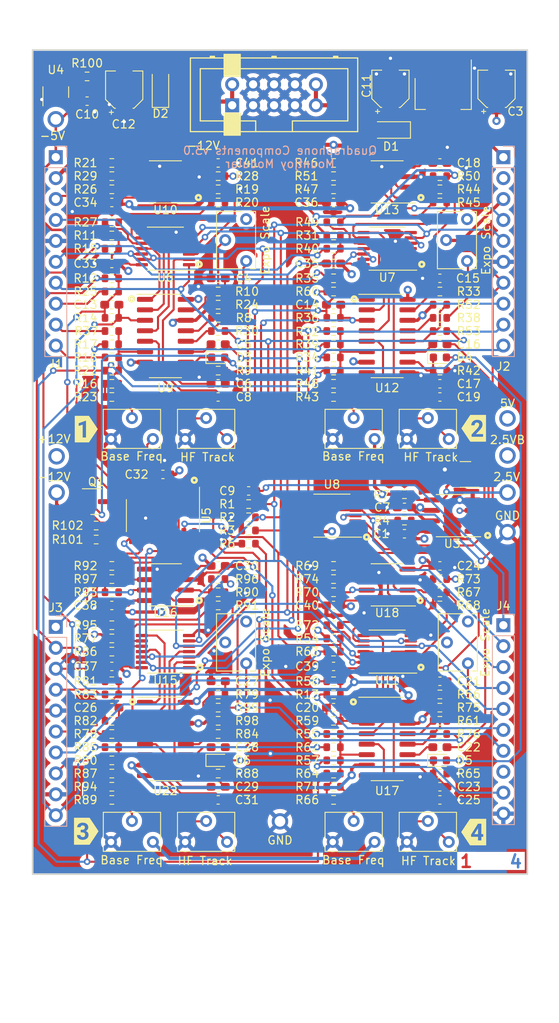
<source format=kicad_pcb>
(kicad_pcb (version 20221018) (generator pcbnew)
  (layers (0 "F.Cu" signal) (1 "In1.Cu" power "Ground") (2 "In2.Cu" power "Power") (31 "B.Cu" signal) (34 "B.Paste" user) (35 "F.Paste" user) (36 "B.SilkS" user "B.Silkscreen") (37 "F.SilkS" user "F.Silkscreen") (38 "B.Mask" user) (39 "F.Mask" user) (44 "Edge.Cuts" user))
  (net 0 "")
  (net 1 "GND")
  (net 2 "+2V5")
  (net 3 "+12V")
  (net 4 "+5V")
  (net 5 "Net-(C4-Pad1)")
  (net 6 "Net-(U9-SOFT_SYNC)")
  (net 7 "Net-(Base_Freq_Trim1-Pad2)")
  (net 8 "/Start_Pulse")
  (net 9 "Net-(Base_Freq_Trim2-Pad2)")
  (net 10 "-12V")
  (net 11 "Net-(D3-K)")
  (net 12 "Net-(Base_Freq_Trim3-Pad2)")
  (net 13 "Net-(Base_Freq_Trim4-Pad2)")
  (net 14 "/LIN_FREQ_IN")
  (net 15 "/Linear_Frequency")
  (net 16 "/OSCVoice1/PWM_Control")
  (net 17 "/OSCVoice2/PWM_Control")
  (net 18 "Net-(C15-Pad1)")
  (net 19 "Net-(U9-TCAP)")
  (net 20 "-5V")
  (net 21 "Net-(U12-SOFT_SYNC)")
  (net 22 "Net-(D4-K)")
  (net 23 "/OSCVoice4/PWM_Control")
  (net 24 "Net-(C21-Pad1)")
  (net 25 "Net-(U12-TCAP)")
  (net 26 "Net-(U17-SOFT_SYNC)")
  (net 27 "Net-(D5-K)")
  (net 28 "/OSCVoice3/PWM_Control")
  (net 29 "Net-(C27-Pad1)")
  (net 30 "Net-(U17-TCAP)")
  (net 31 "Net-(U22-SOFT_SYNC)")
  (net 32 "Net-(D6-K)")
  (net 33 "/+12V_IN")
  (net 34 "/-12V_IN")
  (net 35 "Net-(HF_Track_Trim1-Pad2)")
  (net 36 "/OSCVoice1/HF_Track")
  (net 37 "Net-(HF_Track_Trim2-Pad2)")
  (net 38 "/OSCVoice2/HF_Track")
  (net 39 "Net-(HF_Track_Trim3-Pad2)")
  (net 40 "/OSCVoice4/HF_Track")
  (net 41 "Net-(HF_Track_Trim4-Pad2)")
  (net 42 "/OSCVoice3/HF_Track")
  (net 43 "/HARD_SYNCH_SW")
  (net 44 "/SOFT_SYNCH_SW")
  (net 45 "/PULSE_SW")
  (net 46 "/TRIANGLE_SW")
  (net 47 "/SAW_SW")
  (net 48 "/PWM_POT")
  (net 49 "/FINE_TUNE")
  (net 50 "/OCT_TUNE")
  (net 51 "/SYNCH_SIGNAL3")
  (net 52 "/V_PER_OCT3")
  (net 53 "/FREQ_MOD3")
  (net 54 "/PWM_CV3")
  (net 55 "/MIX_OUT3")
  (net 56 "/SYNCH_SIGNAL4")
  (net 57 "/V_PER_OCT4")
  (net 58 "/FREQ_MOD4")
  (net 59 "/PWM_CV4")
  (net 60 "/MIX_OUT4")
  (net 61 "/SYNCH_SIGNAL1")
  (net 62 "/V_PER_OCT1")
  (net 63 "/FREQ_MOD1")
  (net 64 "/PWM_CV1")
  (net 65 "/MIX_OUT1")
  (net 66 "/SYNCH_SIGNAL2")
  (net 67 "/V_PER_OCT2")
  (net 68 "/FREQ_MOD2")
  (net 69 "/PWM_CV2")
  (net 70 "/MIX_OUT2")
  (net 71 "/PWM_CV")
  (net 72 "/OSCVoice1/Expo_Freq")
  (net 73 "/OSCVoice1/MIX_1")
  (net 74 "/OSCVoice1/Linear_Frequency")
  (net 75 "Net-(U22-TCAP)")
  (net 76 "/OSCVoice2/Expo_Freq")
  (net 77 "/OSCVoice2/MIX_1")
  (net 78 "Net-(Q1-B)")
  (net 79 "/OSCVoice2/Linear_Frequency")
  (net 80 "/OSCVoice4/Expo_Freq")
  (net 81 "/OSCVoice4/MIX_1")
  (net 82 "Net-(U9-EXPO_SCALE)")
  (net 83 "/OSCVoice4/Linear_Frequency")
  (net 84 "/OSCVoice3/Expo_Freq")
  (net 85 "/OSCVoice3/MIX_1")
  (net 86 "Net-(U10B--)")
  (net 87 "/OSCVoice3/Linear_Frequency")
  (net 88 "/OSCVoice1/Triangle_Out")
  (net 89 "/OSCVoice1/Pulse_Out")
  (net 90 "/OSCVoice2/Triangle_Out")
  (net 91 "/OSCVoice2/Pulse_Out")
  (net 92 "/OSCVoice1/Saw_Out")
  (net 93 "/OSCVoice2/Saw_Out")
  (net 94 "/OSCVoice3/Saw_Out")
  (net 95 "/OSCVoice4/Saw_Out")
  (net 96 "/OSCVoice4/Triangle_Out")
  (net 97 "/OSCVoice4/Pulse_Out")
  (net 98 "/OSCVoice3/Triangle_Out")
  (net 99 "/OSCVoice3/Pulse_Out")
  (net 100 "/OSCVoice1/Triangle_Mix")
  (net 101 "/OSCVoice1/Pulse_Mix")
  (net 102 "/OSCVoice1/Saw_Mix")
  (net 103 "/OSCVoice2/Triangle_Mix")
  (net 104 "/OSCVoice2/Pulse_Mix")
  (net 105 "/OSCVoice2/Saw_Mix")
  (net 106 "/OSCVoice4/Triangle_Mix")
  (net 107 "/OSCVoice4/Pulse_Mix")
  (net 108 "/OSCVoice4/Saw_Mix")
  (net 109 "/OSCVoice3/Triangle_Mix")
  (net 110 "/OSCVoice3/Pulse_Mix")
  (net 111 "/OSCVoice3/Saw_Mix")
  (net 112 "/OSCVoice1/Soft_Synch")
  (net 113 "/OSCVoice1/Hard_Synch")
  (net 114 "/OSCVoice2/Soft_Synch")
  (net 115 "/OSCVoice2/Hard_Synch")
  (net 116 "/OSCVoice4/Soft_Synch")
  (net 117 "/OSCVoice4/Hard_Synch")
  (net 118 "/OSCVoice3/Soft_Synch")
  (net 119 "/OSCVoice3/Hard_Synch")
  (net 120 "/OSCVoice1/BW_Comp")
  (net 121 "/OSCVoice2/BW_Comp")
  (net 122 "/OSCVoice4/BW_Comp")
  (net 123 "/OSCVoice3/BW_Comp")
  (net 124 "/OSCVoice1/Op_Amp_Mix")
  (net 125 "/OSCVoice2/Op_Amp_Mix")
  (net 126 "/OSCVoice4/Op_Amp_Mix")
  (net 127 "/OSCVoice3/Op_Amp_Mix")
  (net 128 "/OSCVoice1/PWM_Opamp_Mix")
  (net 129 "/OSCVoice2/PWM_Opamp_Mix")
  (net 130 "/OSCVoice4/PWM_Opamp_Mix")
  (net 131 "/OSCVoice3/PWM_Opamp_Mix")
  (net 132 "/2.5V_Test")
  (net 133 "Net-(Expo_Trim1-Pad1)")
  (net 134 "/Oct_Buff")
  (net 135 "Net-(Expo_Trim2-Pad1)")
  (net 136 "Net-(Expo_Trim3-Pad1)")
  (net 137 "Net-(Expo_Trim4-Pad1)")
  (net 138 "Net-(U12-EXPO_SCALE)")
  (net 139 "Net-(U13B--)")
  (net 140 "Net-(U17-EXPO_SCALE)")
  (net 141 "Net-(U18B--)")
  (net 142 "Net-(U22-EXPO_SCALE)")
  (net 143 "Net-(U16B--)")
  (footprint "Capacitor_SMD:C_0603_1608Metric_Pad1.08x0.95mm_HandSolder" (layer "F.Cu") (at 86.5 117.4 180)
    (fp_text reference "C40")
    (fp_text value "100nF")
  )
  (footprint "Custom_Footprints:1.3mm_Test_Point" (layer "F.Cu") (at 52.8 58.4)
    (fp_text reference "TP6" hide)
    (fp_text value "TestPoint")
  )
  (footprint "Potentiometer_THT:Potentiometer_Bourns_3266W_Vertical" (layer "F.Cu") (at 68.5 146.1 180)
    (fp_text reference "HF_Track_Trim3" hide)
    (fp_text value "5k")
  )
  (footprint "Diode_SMD:D_0603_1608Metric" (layer "F.Cu") (at 72.5 87.3)
    (fp_text reference "D3")
    (fp_text value "CDBU40")
  )
  (footprint "Resistor_SMD:R_0603_1608Metric" (layer "F.Cu") (at 76.2 106.7)
    (fp_text reference "R2")
    (fp_text value "13k")
  )
  (footprint "Capacitor_SMD:C_0603_1608Metric_Pad1.08x0.95mm_HandSolder" (layer "F.Cu") (at 72.5 141 180)
    (fp_text reference "C31")
    (fp_text value "3.9nF")
  )
  (footprint "Potentiometer_THT:Potentiometer_Bourns_3266W_Vertical" (layer "F.Cu") (at 68.5 97.2 180)
    (fp_text reference "HF_Track_Trim1" hide)
    (fp_text value "5k")
  )
  (footprint "Capacitor_SMD:C_0603_1608Metric_Pad1.08x0.95mm_HandSolder" (layer "F.Cu") (at 72.5 77.7 180)
    (fp_text reference "C4")
    (fp_text value "10nF")
  )
  (footprint "Capacitor_SMD:C_0603_1608Metric_Pad1.08x0.95mm_HandSolder" (layer "F.Cu") (at 99.4 85.7)
    (fp_text reference "C16")
    (fp_text value "10nF")
  )
  (footprint "Resistor_SMD:R_0603_1608Metric" (layer "F.Cu") (at 59.6 131.4 180)
    (fp_text reference "R82")
    (fp_text value "13k")
  )
  (footprint "Potentiometer_THT:Potentiometer_Bourns_3266W_Vertical" (layer "F.Cu") (at 86.4 146.1 180)
    (fp_text reference "Base_Freq_Trim4" hide)
    (fp_text value "5k")
  )
  (footprint "Resistor_SMD:R_0603_1608Metric" (layer "F.Cu") (at 72.5 82.5)
    (fp_text reference "R8")
    (fp_text value "22k")
  )
  (footprint "Potentiometer_THT:Potentiometer_Bourns_3266W_Vertical" (layer "F.Cu") (at 102.7 75.6 -90)
    (fp_text reference "Expo_Trim2" hide)
    (fp_text value "5k")
  )
  (footprint "Resistor_SMD:R_0603_1608Metric" (layer "F.Cu") (at 59.6 119.8 180)
    (fp_text reference "R95")
    (fp_text value "30k")
  )
  (footprint "Resistor_SMD:R_0603_1608Metric" (layer "F.Cu") (at 86.5 92.1 180)
    (fp_text reference "R43")
    (fp_text value "100k")
  )
  (footprint "Resistor_SMD:R_0603_1608Metric" (layer "F.Cu") (at 95.1 107.1 180)
    (fp_text reference "R4")
    (fp_text value "13k")
  )
  (footprint "Resistor_SMD:R_0603_1608Metric" (layer "F.Cu") (at 86.5 128.2 180)
    (fp_text reference "R13")
    (fp_text value "100k")
  )
  (footprint "Package_SO:SOIC-8_3.9x4.9mm_P1.27mm" (layer "F.Cu") (at 93 114.9 180)
    (fp_text reference "U18")
    (fp_text value "TL072")
  )
  (footprint "Package_TO_SOT_SMD:SOT-23" (layer "F.Cu") (at 102.5 101.5 180)
    (fp_text reference "U14" hide)
    (fp_text value "LM4040DBZ-2.5")
  )
  (footprint "Capacitor_SMD:C_0603_1608Metric_Pad1.08x0.95mm_HandSolder" (layer "F.Cu") (at 76.2 103.5 180)
    (fp_text reference "C9")
    (fp_text value "1uF")
  )
  (footprint "Custom_Footprints:1.3mm_Test_Point" (layer "F.Cu") (at 52.9 103.7)
    (fp_text reference "TP7" hide)
    (fp_text value "TestPoint")
  )
  (footprint "Package_SO:SOIC-14_3.9x8.7mm_P1.27mm" (layer "F.Cu") (at 65.8 106.5 -90)
    (fp_text reference "U5")
    (fp_text value "MCP6004")
  )
  (footprint "Package_SO:SOIC-8_3.9x4.9mm_P1.27mm" (layer "F.Cu") (at 100.9 106.5 180)
    (fp_text reference "U3")
    (fp_text value "MCP6002")
  )
  (footprint "Resistor_SMD:R_0603_1608Metric" (layer "F.Cu") (at 86.5 85.7)
    (fp_text reference "R39")
    (fp_text value "680k")
  )
  (footprint "Resistor_SMD:R_0603_1608Metric" (layer "F.Cu") (at 59.6 88.9)
    (fp_text reference "R22")
    (fp_text value "68k")
  )
  (footprint "Resistor_SMD:R_0603_1608Metric" (layer "F.Cu") (at 86.5 137.8)
    (fp_text reference "R64")
    (fp_text value "68k")
  )
  (footprint "Capacitor_SMD:C_0603_1608Metric_Pad1.08x0.95mm_HandSolder" (layer "F.Cu") (at 59.6 75.9 180)
    (fp_text reference "C33")
    (fp_text value "100nF")
  )
  (footprint "Resistor_SMD:R_0603_1608Metric" (layer "F.Cu") (at 72.5 88.9 180)
    (fp_text reference "R9")
    (fp_text value "10k")
  )
  (footprint "kibuzzard-63D3EB2D" (layer "F.Cu") (at 56.5 144.8)
    (fp_text reference "kibuzzard-63D3EB2D" hide)
    (fp_text value "G***" hide)
  )
  (footprint "Resistor_SMD:R_0603_1608Metric" (layer "F.Cu") (at 99.4 66.9)
    (fp_text reference "R44")
    (fp_text value "30k")
  )
  (footprint "Resistor_SMD:R_0603_1608Metric" (layer "F.Cu") (at 59.6 72.5 180)
    (fp_text reference "R11")
    (fp_text value "47k")
  )
  (footprint "Diode_SMD:D_0603_1608Metric" (layer "F.Cu") (at 99.4 136.2)
    (fp_text reference "D5")
    (fp_text value "CDBU40")
  )
  (footprint "Package_SO:TSSOP-14_4.4x5mm_P0.65mm" (layer "F.Cu") (at 66.1 123 180)
    (fp_text reference "U15")
    (fp_text value "74LV4066PW")
  )
  (footprint "Potentiometer_THT:Potentiometer_Bourns_3266W_Vertical" (layer "F.Cu") (at 59.5 97.2 180)
    (fp_text reference "Base_Freq_Trim1" hide)
    (fp_text value "5k")
  )
  (footprint "Resistor_SMD:R_0603_1608Metric" (layer "F.Cu") (at 59.6 63.7)
    (fp_text reference "R21")
    (fp_text value "120k")
  )
  (footprint "Capacitor_SMD:CP_Elec_4x5.8" (layer "F.Cu") (at 93.4 54.7 90)
    (fp_text reference "C11")
    (fp_text value "22uF")
  )
  (footprint "kibuzzard-63D3EB3D" (layer "F.Cu") (at 103.5 144.9)
    (fp_text reference "kibuzzard-63D3EB3D" hide)
    (fp_text value "G***" hide)
  )
  (footprint "Resistor_SMD:R_0603_1608Metric" (layer "F.Cu") (at 59.6 65.3)
    (fp_text reference "R29")
    (fp_text value "18k")
  )
  (footprint "Resistor_SMD:R_0603_1608Metric" (layer "F.Cu") (at 72.5 117.4)
    (fp_text reference "R91")
    (fp_text value "30k")
  )
  (footprint "Potentiometer_THT:Potentiometer_Bourns_3266W_Vertical" (layer "F.Cu") (at 75.9 124.425 -90)
    (fp_text reference "Expo_Trim3" hide)
    (fp_text value "5k")
  )
  (footprint "Capacitor_SMD:C_0603_1608Metric_Pad1.08x0.95mm_HandSolder" (layer "F.Cu") (at 99.4 134.6)
    (fp_text reference "C22")
    (fp_text value "10nF")
  )
  (footprint "Resistor_SMD:R_0603_1608Metric" (layer "F.Cu") (at 59.6 121.4 180)
    (fp_text reference "R77")
    (fp_text value "47k")
  )
  (footprint "Resistor_SMD:R_0603_1608Metric" (layer "F.Cu") (at 86.5 87.3)
    (fp_text reference "R34")
    (fp_text value "49.9k")
  )
  (footprint "Resistor_SMD:R_0603_1608Metric" (layer "F.Cu") (at 59.6 87.3)
    (fp_text reference "R18")
    (fp_text value "49.9k")
  )
  (footprint "Resistor_SMD:R_0603_1608Metric" (layer "F.Cu") (at 59.6 112.6)
    (fp_text reference "R92")
    (fp_text value "120k")
  )
  (footprint "Package_SO:SOIC-8_3.9x4.9mm_P1.27mm" (layer "F.Cu") (at 93 66 180)
    (fp_text reference "U13")
    (fp_text value "TL072")
  )
  (footprint "Capacitor_SMD:C_0603_1608Metric_Pad1.08x0.95mm_HandSolder" (layer "F.Cu") (at 86.5 75.9 180)
    (fp_text reference "C35")
    (fp_text value "100nF")
  )
  (footprint "Capacitor_SMD:C_0603_1608Metric_Pad1.08x0.95mm_HandSolder" (layer "F.Cu") (at 99.4 112.6)
    (fp_text reference "C24")
    (fp_text value "100nF")
  )
  (footprint "Resistor_SMD:R_0603_1608Metric" (layer "F.Cu") (at 95.1 103.9)
    (fp_text reference "R7")
    (fp_text value "2k7")
  )
  (footprint "Resistor_SMD:R_0603_1608Metric" (layer "F.Cu") (at 86.5 77.7 180)
    (fp_text reference "R35")
    (fp_text value "120k")
  )
  (footprint "Capacitor_SMD:C_0603_1608Metric_Pad1.08x0.95mm_HandSolder" (layer "F.Cu") (at 72.5 139.4 180)
    (fp_text reference "C29")
    (fp_text value "10nF")
  )
  (footprint "Capacitor_SMD:C_0603_1608Metric_Pad1.08x0.95mm_HandSolder" (layer "F.Cu") (at 99.4 92.1 180)
    (fp_text reference "C19")
    (fp_text value "3.9nF")
  )
  (footprint "Resistor_SMD:R_0603_1608Metric" (layer "F.Cu") (at 99.4 114.2)
    (fp_text reference "R73")
    (fp_text value "120k")
  )
  (footprint "Custom_Footprints:1.3mm_Test_Point" (layer "F.Cu") (at 107.6 108.5)
    (fp_text reference "TP5" hide)
    (fp_text value "TestPoint")
  )
  (footprint "Package_SO:SOIC-8_3.9x4.9mm_P1.27mm" (layer "F.Cu") (at 66.1 114.9 180)
    (fp_text reference "U16")
    (fp_text value "TL072")
  )
  (footprint "Resistor_SMD:R_0603_1608Metric" (layer "F.Cu") (at 86.5 72.5 180)
    (fp_text reference "R31")
    (fp_text value "47k")
  )
  (footprint "Potentiometer_THT:Potentiometer_Bourns_3266W_Vertical" (layer "F.Cu") (at 102.8 124.425 -90)
    (fp_text reference "Expo_Trim4" hide)
    (fp_text value "5k")
  )
  (footprint "Resistor_SMD:R_0603_1608Metric" (layer "F.Cu") (at 99.4 129.8 180)
    (fp_text reference "R75")
    (fp_text value "510k")
  )
  (footprint "Resistor_SMD:R_0603_1608Metric" (layer "F.Cu") (at 59.6 139.4 180)
    (fp_text reference "R94")
    (fp_text value "267")
  )
  (footprint "Resistor_SMD:R_0603_1608Metric" (layer "F.Cu") (at 99.4 133 180)
    (fp_text reference "R76")
    (fp_text value "1M")
  )
  (footprint "Capacitor_SMD:C_0603_1608Metric_Pad1.08x0.95mm_HandSolder" (layer "F.Cu") (at 72.5 90.5 180)
    (fp_text reference "C6")
    (fp_text value "10nF")
  )
  (footprint "Resistor_SMD:R_0603_1608Metric" (layer "F.Cu") (at 72.5 80.9 180)
    (fp_text reference "R24")
    (fp_text value "510k")
  )
  (footprint "Resistor_SMD:R_0603_1608Metric" (layer "F.Cu") (at 86.5 84.1)
    (fp_text reference "R32")
    (fp_text value "49.9k")
  )
  (footprint "Resistor_SMD:R_0603_1608Metric" (layer "F.Cu") (at 86.5 123 180)
    (fp_text reference "R63")
    (fp_text value "100k")
  )
  (footprint "Capacitor_SMD:C_0603_1608Metric_Pad1.08x0.95mm_HandSolder" (layer "F.Cu") (at 59.6 129.8)
    (fp_text reference "C26")
    (fp_text value "1nF")
  )
  (footprint "Capacitor_SMD:C_0603_1608Metric_Pad1.08x0.95mm_HandSolder" (layer "F.Cu") (at 99.4 141 180)
    (fp_text reference "C25")
    (fp_text value "3.9nF")
  )
  (footprint "Resistor_SMD:R_0603_1608Metric" (layer "F.Cu") (at 86.5 114.2)
    (fp_text reference "R74")
    (fp_text value "18k")
  )
  (footprint "Package_SO:TSSOP-14_4.4x5mm_P0.65mm" (layer "F.Cu") (at 93 123 180)
    (fp_text reference "U11")
    (fp_text value "74LV4066PW")
  )
  (footprint "Resistor_SMD:R_0603_1608Metric" (layer "F.Cu") (at 86.5 141 180)
    (fp_text reference "R66")
    (fp_text value "100k")
  )
  (footprint "Resistor_SMD:R_0603_1608Metric" (layer "F.Cu") (at 59.6 141 180)
    (fp_text reference "R89")
    (fp_text value "100k")
  )
  (footprint "Capacitor_SMD:C_0603_1608Metric_Pad1.08x0.95mm_HandSolder" (layer "F.Cu") (at 72.5 126.6 180)
    (fp_text reference "C27")
    (fp_text value "10nF")
  )
  (footprint "Resistor_SMD:R_0603_1608Metric" (layer "F.Cu") (at 99.4 117.4)
    (fp_text reference "R68")
    (fp_text value "30k")
  )
  (footprint "Resistor_SMD:R_0603_1608Metric" (layer "F.Cu") (at 72.5 115.8)
    (fp_text reference "R90")
    (fp_text value "30k")
  )
  (footprint "Resistor_SMD:R_0603_1608Metric" (layer "F.Cu") (at 59.6 85.7)
    (fp_text reference "R17")
    (fp_text value "680k")
  )
  (footprint "Capacitor_SMD:CP_Elec_4x5.8" (layer "F.Cu") (at 61.1 54.8 90)
    (fp_text reference "C12")
    (fp_text value "22uF")
  )
  (footprint "Resistor_SMD:R_0603_1608Metric" (layer "F.Cu") (at 59.6 137.8)
    (fp_text reference "R87")
    (fp_text value "68k")
  )
  (footprint "Capacitor_SMD:C_0603_1608Metric_Pad1.08x0.95mm_HandSolder" (layer "F.Cu") (at 86.5 68.5 180)
    (fp_text reference "C36")
    (fp_text value "100nF")
  )
  (footprint "Capacitor_SMD:C_0603_1608Metric_Pad1.08x0.95mm_HandSolder" (layer "F.Cu") (at 99.4 77.7 180)
    (fp_text reference "C15")
    (fp_text value "10nF")
  )
  (footprint "Resistor_SMD:R_0603_1608Metric" (layer "F.Cu") (at 86.5 134.6)
    (fp_text reference "R62")
    (fp_text value "680k")
  )
  (footprint "Capacitor_SMD:C_0603_1608Metric_Pad1.08x0.95mm_HandSolder" (layer "F.Cu") (at 99.4 126.6 180)
    (fp_text reference "C21")
    (fp_text value "10nF")
  )
  (footprint "Custom_Footprints:1.3mm_Test_Point" (layer "F.Cu") (at 107.6 103.7)
    (fp_text reference "TP8" hide)
    (fp_text value "TestPoint")
  )
  (footprint "Resistor_SMD:R_0603_1608Metric" (layer "F.Cu") (at 99.4 80.9 180)
    (fp_text reference "R52")
    (fp_text value "510k")
  )
  (footprint "Resistor_SMD:R_0603_1608Metric" (layer "F.Cu") (at 59.6 92.1 180)
    (fp_text reference "R23")
    (fp_text value "100k")
  )
  (footprint "Custom_Footprints:1.3mm_Test_Point" (layer "F.Cu") (at 107.6 94.7)
    (fp_text reference "TP2" hide)
    (fp_text value "TestPoint")
  )
  (footprint "Capacitor_SMD:C_0603_1608Metric_Pad1.08x0.95mm_HandSolder" (layer "F.Cu") (at 95.1 108.7 180)
    (fp_text reference "C1")
    (fp_text value "1uF")
  )
  (footprint "Capacitor_SMD:C_0603_1608Metric_Pad1.08x0.95mm_HandSolder" (layer "F.Cu") (at 72.5 92.1 180)
    (fp_text reference "C8")
    (fp_text value "3.9nF")
  )
  (footprint "Capacitor_SMD:C_0603_1608Metric_Pad1.08x0.95mm_HandSolder" (layer "F.Cu") (at 86.5 124.8 180)
    (fp_text reference "C39")
    (fp_text value "100nF")
  )
  (footprint "Custom_Footprints:1.3mm_Test_Point" (layer "F.Cu") (at 80 143.6)
    (fp_text reference "TP4" hide)
    (fp_text value "TestPoint")
  )
  (footprint "Resistor_SMD:R_0603_1608Metric" (layer "F.Cu") (at 86.5 66.9 180)
    (fp_text reference "R47")
    (fp_text value "30k")
  )
  (footprint "Package_TO_SOT_SMD:SOT-23" (layer "F.Cu") (at 57.7 104.8)
    (fp_text reference "Q1")
    (fp_text value "MMBT3904")
  )
  (footprint "Diode_SMD:D_SOD-123" (layer "F.Cu") (at 65.5 54.6 90)
    (fp_text reference "D2")
    (fp_text value "1N5819")
  )
  (footprint "Potentiometer_THT:Potentiometer_Bourns_3266W_Vertical" (layer "F.Cu") (at 86.4 97.2 180)
    (fp_text reference "Base_Freq_Trim2" hide)
    (fp_text value "5k")
  )
  (footprint "Resistor_SMD:R_0603_1608Metric" (layer "F.Cu") (at 99.4 82.5)
    (fp_text reference "R38")
    (fp_text value "22k")
  )
  (footprint "Package_SO:TSSOP-14_4.4x5mm_P0.65mm" (layer "F.Cu") (at 93 74.1 180)
    (fp_text reference "U7")
    (fp_text value "74LV4066PW")
  )
  (footprint "Resistor_SMD:R_0603_1608Metric" (layer "F.Cu") (at 56.6 53.2 180)
    (fp_text reference "R100")
    (fp_text value "2.2k")
  )
  (footprint "Resistor_SMD:R_0603_1608Metric" (layer "F.Cu") (at 72.5 66.9)
    (fp_text reference "R19")
    (fp_text value "30k")
  )
  (footprint "Capacitor_SMD:C_0603_1608Metric_Pad1.08x0.95mm_HandSolder" (layer "F.Cu") (at 72.5 63.7)
    (fp_text reference "C41")
    (fp_text value "100nF")
  )
  (footprint "Capacitor_SMD:C_0603_1608Metric_Pad1.08x0.95mm_HandSolder" (layer "F.Cu") (at 59.6 68.5 180)
    (fp_text reference "C34")
    (fp_text value "100nF")
  )
  (footprint "Diode_SMD:D_0603_1608Metric" (layer "F.Cu") (at 99.4 87.3)
    (fp_text reference "D4")
    (fp_text value "CDBU40")
  )
  (footprint "Resistor_SMD:R_0603_1608Metric" (layer "F.Cu") (at 59.6 84.1)
    (fp_text reference "R37")
    (fp_text value "49.9k")
  )
  (footprint "Resistor_SMD:R_0603_1608Metric" (layer "F.Cu") (at 86.5 79.3 180)
    (fp_text reference "R60")
    (fp_text value "100k")
  )
  (footprint "Resistor_SMD:R_0603_1608Metric" (layer "F.Cu") (at 99.4 115.8)
    (fp_text reference "R67")
    (fp_text value "30k")
  )
  (footprint "Resistor_SMD:R_0603_1608Metric" (layer "F.Cu") (at 99.4 68.5)
    (fp_text reference "R45")
    (fp_text value "30k")
  )
  (footprint "Capacitor_SMD:C_0603_1608Metric_Pad1.08x0.95mm_HandSolder" (layer "F.Cu") (at 59.6 80.9)
    (fp_text reference "C13")
    (fp_text value "1nF")
  )
  (footprint "Capacitor_SMD:C_0603_1608Metric_Pad1.08x0.95mm_HandSolder" (layer "F.Cu") (at 56.6 56.2)
    (fp_text reference "C10")
    (fp_text value "100nF")
  )
  (footprint "Resistor_SMD:R_0603_1608Metric" (layer "F.Cu") (at 99.4 128.2)
    (fp_text reference "R56")
    (fp_text value "267")
  )
  (footprint "Custom_Footprints:4_Layer_Markers" (layer "F.Cu") (at 105.6 148.4)
    (fp_text reference "FID1" hide)
    (fp_text value "4_Layer_Marker")
  )
  (footprint "Resistor_SMD:R_0603_1608Metric" (layer "F.Cu") (at 59.6 79.3 180)
    (fp_text reference "R25")
    (fp_text value "100k")
  )
  (footprint "Resistor_SMD:R_0603_1608Metric" (layer "F.Cu") (at 59.6 128.2 180)
    (fp_text reference "R83")
    (fp_text value "100k")
  )
  (footprint "Resistor_SMD:R_0603_1608Metric" (layer "F.Cu") (at 72.5 137.8 180)
    (fp_text reference "R88")
    (fp_text value "10k")
  )
  (footprint "Resistor_SMD:R_0603_1608Metric" (layer "F.Cu") (at 59.6 77.7 180)
    (fp_text reference "R12")
    (fp_text value "120k")
  )
  (footprint "Resistor_SMD:R_0603_1608Metric" (layer "F.Cu") (at 72.5 79.3)
    (fp_text reference "R10")
    (fp_text value "267")
  )
  (footprint "Potentiometer_THT:Potentiometer_Bourns_3266W_Vertical" (layer "F.Cu") (at 75.9 75.6 -90)
    (fp_text reference "Expo_Trim1" hide)
    (fp_text value "5k")
  )
  (footprint "Capacitor_SMD:C_0603_1608Metric_Pad1.08x0.95mm_HandSolder" (layer "F.Cu") (at 72.5 112.6)
    (fp_text reference "C30")
    (fp_text value "100nF")
  )
  (footprint "Resistor_SMD:R_0603_1608Metric" (layer "F.Cu") (at 86.5 112.6)
    (fp_text reference "R69")
    (fp_text value "120k")
  )
  (footprint "Resistor_SMD:R_0603_1608Metric" (layer "F.Cu") (at 59.6 126.6 180)
    (fp_text reference "R81")
    (fp_text value "120k")
  )
  (footprint "Resistor_SMD:R_0603_1608Metric" (layer "F.Cu") (at 99.4 131.4)
    (fp_text reference "R61")
    (fp_text value "22k")
  )
  (footprint "Diode_SMD:D_0603_1608Metric" (layer "F.Cu") (at 72.5 136.2)
    (fp_text reference "D6")
    (fp_text value "CDBU40")
  )
  (footprint "Resistor_SMD:R_0603_1608Metric" (layer "F.Cu") (at 72.5 128.2)
    (fp_text reference "R79")
    (fp_text value "267")
  )
  (footprint "Resistor_SMD:R_0603_1608Metric" (layer "F.Cu") (at 86.5 63.7)
    (fp_text reference "R46")
    (fp_text value "120k")
  )
  (footprint "Diode_SMD:D_SOD-123" (layer "F.Cu") (at 93.46875 59.7 180)
    (fp_text reference "D1")
    (fp_text value "1N5819")
  )
  (footprint "Resistor_SMD:R_0603_1608Metric" (layer "F.Cu") (at 86.5 82.5 180)
    (fp_text reference "R36")
    (fp_text value "13k")
  )
  (footprint "Resistor_SMD:R_0603_1608Metric" (layer "F.Cu") (at 72.5 131.4 180)
    (fp_text reference "R98")
    (fp_text value "510k")
  )
  (footprint "Package_SO:SOIC-16_3.9x9.9mm_P1.27mm" (layer "F.Cu") (at 66.1 133.6)
    (fp_text reference "U22")
    (fp_text value "SSI2131")
  )
  (footprint "Resistor_SMD:R_0603_1608Metric" (layer "F.Cu") (at 99.4 79.3)
    (fp_text reference "R33")
    (fp_text value "267")
  )
  (footprint "Resistor_SMD:R_0603_1608Metric" (layer "F.Cu") (at 86.5 88.9)
    (fp_text reference "R41")
    (fp_text value "68k")
  )
  (footprint "Resistor_SMD:R_0603_1608Metric" (layer "F.Cu") (at 72.5 84.1 180)
    (fp_text reference "R30")
    (fp_text value "1M")
  )
  (footprint "Package_SO:SOIC-16_3.9x9.9mm_P1.27mm" (layer "F.Cu") (at 93 133.6)
    (fp_text reference "U17")
    (fp_text value "SSI2131")
  )
  (footprint "Resistor_SMD:R_0603_1608Metric" (layer "F.Cu") (at 57.7 107.7 180)
    (fp_text reference "R102")
    (fp_text value "47k")
  )
  (footprint "Resistor_SMD:R_0603_1608Metric" (layer "F.Cu") (at 72.5 133)
    (fp_text reference "R84")
    (fp_text value "22k")
  )
  (footprint "Capacitor_SMD:C_0603_1608Metric_Pad1.08x0.95mm_HandSolder" (layer "F.Cu") (at 95.1 105.5)
    (fp_text reference "C7")
    (fp_text value "1uF")
  )
  (footprint "Resistor_SMD:R_0603_1608Metric" (layer "F.Cu") (at 86.5 90.5 180)
    (fp_text reference "R48")
    (fp_text value "267")
  )
  (footprint "Resistor_SMD:R_0603_1608Metric" (layer "F.Cu") (at 72.5 68.5)
    (fp_text reference "R20")
    (fp_text value "30k")
  )
  (footprint "Resistor_SMD:R_0603_1608Metric" (layer "F.Cu") (at 99.4 65.3)
    (fp_text reference "R50")
    (fp_text value "120k")
  )
  (footprint "Resistor_SMD:R_0603_1608Metric" (layer "F.Cu") (at 86.5 133)
    (fp_text reference "R55")
    (fp_text value "49.9k")
  )
  (footprint "Capacitor_SMD:C_0603_1608Metric_Pad1.08x0.95mm_HandSolder" (layer "F.Cu") (at 99.4 90.5 180)
    (fp_text reference "C17")
    (fp_text value "10nF")
  )
  (footprint "Potentiometer_THT:Potentiometer_Bourns_3266W_Vertical" (layer "F.Cu") (at 59.5 146.1 180)
    (fp_text reference "Base_Freq_Trim3" hide)
    (fp_text value "5k")
  )
  (footprint "Capacitor_SMD:C_0603_1608Metric_Pad1.08x0.95mm_HandSolder" (layer "F.Cu") (at 65.8 101.5 180)
    (fp_text reference "C32")
    (fp_text value "100nF")
  )
  (footprint "Package_TO_SOT_SMD:SOT-23" (layer "F.Cu") (at 52.8 55.1 90)
    (fp_text reference "U4")
    (fp_text value "LM4040DBZ-5")
  )
  (footprint "Capacitor_SMD:C_0603_1608Metric_Pad1.08x0.95mm_HandSolder" (layer "F.Cu") (at 99.4 63.7)
    (fp_text reference "C18")
    (fp_text value "100nF")
  )
  (footprint "Capacitor_SMD:C_0603_1608Metric_Pad1.08x0.95mm_HandSolder" (layer "F.Cu") (at 59.6 124.8 180)
    (fp_text reference "C37")
    (fp_text value "100nF")
  )
  (footprint "Capacitor_SMD:C_0603_1608Metric_Pad1.08x0.95mm_HandSolder" (layer "F.Cu") (at 86.5 80.9)
    (fp_text reference "C14")
    (fp_text value "1nF")
  )
  (footprint "Resistor_SMD:R_0603_1608Metric" (layer "F.Cu") (at 59.6 134.6)
    (fp_text reference "R85")
    (fp_text value "680k")
  )
  (footprint "Resistor_SMD:R_0603_1608Metric" (layer "F.Cu") (at 59.6 90.5 180)
    (fp_text reference "R16")
    (fp_text value "267")
  )
  (footprint "Capacitor_SMD:CP_Elec_4x5.7" (layer "F.Cu") (at 106.26875 54.7 90)
    (fp_text reference "C3")
    (fp_text value "10uF")
  )
  (footprint "Resistor_SMD:R_0603_1608Metric" (layer "F.Cu") (at 59.6 136.2)
    (fp_text reference "R80")
    (fp_text value "49.9k")
  )
  (footprint "Resistor_SMD:R_0603_1608Metric" (layer "F.Cu") (at 86.5 119.8 180)
    (fp_text reference "R72")
    (fp_text value "30k")
  )
  (footprint "Resistor_SMD:R_0603_1608Metric" (layer "F.Cu") (at 86.5 139.4 180)
    (fp_text reference "R71")
    (fp_text value "267")
  )
  (footprint "Capacitor_SMD:C_0603_1608Metric_Pad1.08x0.95mm_HandSolder" (layer "F.Cu") (at 99.4 139.4 180)
    (fp_text reference "C23")
    (fp_text value "10nF")
  )
  (footprint "Resistor_SMD:R_0603_1608Metric" (layer "F.Cu") (at 86.5 136.2)
    (fp_text reference "R57")
    (fp_text value "49.9k")
  )
  (footprint "Package_SO:TSSOP-14_4.4x5mm_P0.65mm" (layer "F.Cu") (at 66.1 74.1 180)
    (fp_text reference "U6")
    (fp_text value "74LV4066PW")
  )
  (footprint "Resistor_SMD:R_0603_1608Metric" (layer "F.Cu") (at 59.6 123 180)
    (fp_text reference "R86")
    (fp_text value "100k")
  )
  (footprint "Resistor_SMD:R_0603_1608Metric" (layer "F.Cu") (at 72.5 129.8 180)
    (fp_text reference "R99")
    (fp_text value "1M")
  )
  (footprint "Resistor_SMD:R_0603_1608Metric" (layer "F.Cu") (at 86.5 126.6 180)
    (fp_text reference "R58")
    (fp_text value "120k")
  )
  (footprint "Custom_Footprints:1.3mm_Test_Point" (layer "F.Cu") (at 107.6 99.2)
    (fp_text reference "TP3" hide)
    (fp_text value "TestPoint")
  )
  (footprint "Package_SO:TSSOP-14_4.4x5mm_P0.65mm" (layer "F.Cu") (at 86.3 106.5 180)
    (fp_text reference "U8")
    (fp_text value "74LV4066PW")
  )
  (footprint "Resistor_SMD:R_0603_1608Metric" (layer "F.Cu") (at 86.5 131.4 180)
    (fp_text reference "R59")
    (fp_text value "13k")
  )
  (footprint "kibuzzard-63D3EB53" (layer "F.Cu") (at 56.5 96)
    (fp_text reference "kibuzzard-63D3EB53" hide)
    (fp_text value "G***" hide)
  )
  (footprint "Potentiometer_THT:Potentiometer_Bourns_3266W_Vertical" (layer "F.Cu") (at 95.4 97.2 180)
    (fp_text reference "HF_Track_Trim2" hide)
    (fp_text value "5k")
  )
  (footprint "Package_SO:SOIC-8_3.9x4.9mm_P1.27mm" (layer "F.Cu") (at 66.1 66 180)
    (fp_text reference "U10")
    (fp_text value "TL072")
  )
  (footprint "Resistor_SMD:R_0603_1608Metric" (layer "F.Cu") (at 59.6 133)
    (fp_text reference "R78")
    (fp_text value "49.9k")
  )
  (footprint "Capacitor_SMD:C_0603_1608Metric_Pad1.08x0.95mm_HandSolder" (layer "F.Cu") (at 72.5 85.7)
    (fp_text reference "C5")
    (fp_text value "10nF")
  )
  (footprint "Resistor_SMD:R_0603_1608Metric" (layer "F.Cu") (at 86.5 115.8 180)
    (fp_text reference "R70")
    (fp_text value "30k")
  )
  (footprint "Capacitor_SMD:C_0603_1608Metric_Pad1.08x0.95mm_HandSolder" (layer "F.Cu") (at 86.5 129.8)
    (fp_text reference "C20")
    (fp_text value "1nF")
  )
  (footprint "Resistor_SMD:R_0603_1608Metric" (layer "F.Cu") (at 99.4 88.9 180)
    (fp_text reference "R42")
    (fp_text value "10k")
  )
  (footprint "Potentiometer_THT:Potentiometer_Bourns_3266W_Vertical" (layer "F.Cu") (at 95.4 146.1 180)
    (fp_text reference "HF_Track_Trim4" hide)
    (fp_text value "5k")
  )
  (footprint "Resistor_SMD:R_0603_1608Metric" (layer "F.Cu") (at 86.5 121.4 180)
    (fp_text reference "R54")
    (fp_text value "47k")
  )
  (footprint "Resistor_SMD:R_0603_1608Metric" (layer "F.Cu") (at 99.4 84.1 180)
    (fp_text reference "R53")
    (fp_text value "1M")
  )
  (footprint "kibuzzard-63D3EB0F" (layer "F.Cu") (at 103.5 95.9)
    (fp_text reference "kibuzzard-63D3EB0F" hide)
    (fp_text value "G***" hide)
  )
  (footprint "Package_SO:SOIC-16_3.9x9.9mm_P1.27mm" (layer "F.Cu") (at 66.1 84.7)
    (fp_text reference "U9")
    (fp_text value "SSI2131")
  )
  (footprint "Resistor_SMD:R_0603_1608Metric" (layer "F.Cu") (at 59.6 66.9 180)
    (fp_text reference "R26")
    (fp_text value "30k")
  )
  (footprint "Resistor_SMD:R_0603_1608Metric" (layer "F.Cu") (at 86.5 65.3)
    (fp_text reference "R51")
    (fp_text value "18k")
  )
  (footprint "Custom_Footprints:Eurorack_10_pin_header" (layer "F.Cu") (at 74.2 56.7)
    (fp_text reference "J5" hide)
    (fp_text value "Eurorack_10_pin_power")
  )
  (footprint "Resistor_SMD:R_0603_1608Metric" (layer "F.Cu") (at 99.4 137.8 180)
    (fp_text reference "R65")
    (fp_text value "10k")
  )
  (footprint "Capacitor_SMD:C_0603_1608Metric_Pad1.08x0.95mm_HandSolder" (layer "F.Cu") (at 72.5 134.6)
    (fp_text reference "C28")
    (fp_text value "10nF")
  )
  (footprint "Package_TO_SOT_SMD:SOT-223-3_TabPin2" (layer "F.Cu") (at 99.8 55.3 -90)
    (fp_text reference "U1" hide)
    (fp_text value "AMS1117-5.0")
  )
  (footprint "Resistor_SMD:R_0603_1608Metric" (layer "F.Cu") (at 72.5 65.3)
    (fp_text reference "R28")
    (fp_text value "120k")
  )
  (footprint "Capacitor_SMD:C_0603_1608Metric_Pad1.08x0.95mm_HandSolder" (layer "F.Cu") (at 59.6 117.4 180)
    (fp_text reference "C38")
    (fp_text value "100nF")
  )
  (footprint "Resistor_SMD:R_0603_1608Metric" (layer "F.Cu") (at 76.2 105.1)
    (fp_text reference "R1")
    (fp_text value "13k")
  )
  (footprint "Resistor_SMD:R_0603_1608Metric" (layer "F.Cu") (at 59.6 74.1 180)
    (fp_text reference "R15")
    (fp_text value "100k")
  )
  (footprint "Resistor_SMD:R_0603_1608Metric" (layer "F.Cu") (at 86.5 74.1 180)
    (fp_text reference "R40")
    (fp_text value "100k")
  )
  (footprint "Resistor_SMD:R_0603_1608Metric" (layer "F.Cu") (at 59.6 115.8 180)
    (fp_text reference "R93")
    (fp_text value "30k")
  )
  (footprint "Resistor_SMD:R_0603_1608Metric" (layer "F.Cu") (at 59.6 70.9 180)
    (fp_text reference "R27")
    (fp_text value "30k")
  )
  (footprint "Resistor_SMD:R_0603_1608Metric" (layer "F.Cu") (at 76.2 108.3)
    (fp_text reference "R3")
    (fp_text value "13k")
  )
  (footprint "Custom_Footprints:1.3mm_Test_Point" (layer "F.Cu") (at 52.9 99.3)
    (fp_text reference "TP1" hide)
    (fp_text value "TestPoint")
  )
  (footprint "Resistor_SMD:R_0603_1608Metric" (layer "F.Cu") (at 59.6 114.2)
    (fp_text reference "R97")
    (fp_text value "18k")
  )
  (footprint "Resistor_SMD:R_0603_1608Metric" (layer "F.Cu") (at 86.5 70.9 180)
    (fp_text reference "R49")
    (fp_text value "30k")
  )
  (footprint "Resistor_SMD:R_0603_1608Metric" (layer "F.Cu") (at 59.6 82.5 180)
    (fp_text reference "R14")
    (fp_text value "13k")
  )
  (footprint "Package_SO:SOIC-16_3.9x9.9mm_P1.27mm" (layer "F.Cu") (at 93 84.7)
    (fp_text reference "U12")
    (fp_text value "SSI2131")
  )
  (footprint "Resistor_SMD:R_0603_1608Metric" (layer "F.Cu") (at 57.7 109.4 180)
    (fp_text reference "R101")
    (fp_text value "20k")
  )
  (footprint "Resistor_SMD:R_0603_1608Metric" (layer "F.Cu") (at 72.5 114.2)
    (fp_text reference "R96")
    (fp_text value "120k")
  )
  (footprint "Resistor_SMD:R_0603_1608Metric" (layer "F.Cu") (at 76.2 109.9)
    (fp_text reference "R6")
    (fp_text value "13k")
  )
  (footprint "Connector_PinHeader_2.54mm:PinHeader_1x10_P2.54mm_Vertical" (layer "B.Cu") (at 107.1 119.8 180)
    (fp_text reference "J4")
    (fp_text value "Conn_01x10_Male")
  )
  (footprint "Connector_PinHeader_2.54mm:PinHeader_1x10_P2.54mm_Vertical" (layer "B.Cu") (at 52.8 120 180)
    (fp_text reference "J3")
    (fp_text value "Conn_01x10_Male")
  )
  (footprint "Connector_PinHeader_2.54mm:PinHeader_1x10_P2.54mm_Vertical" (layer "B.Cu") (at 107.1 63 180)
    (fp_text reference "J2")
    (fp_text value "Conn_01x10_Male")
  )
  (footprint "Connector_PinHeader_2.54mm:PinHeader_1x10_P2.54mm_Vertical" (layer "B.Cu") (at 52.8 63 180)
    (fp_text reference "J1")
    (fp_text value "Conn_01x10_Male")
  )
  (gr_circle (center 97.1 67.9) (end 97.241421 67.9) (stroke (width 0.3)) (fill none) (layer "F.SilkS"))
  (gr_circle (center 70.1 67.9) (end 70.241421 67.9) (stroke (width 0.3)) (fill none) (layer "F.SilkS"))
  (gr_circle (center 105.2 108.9) (end 105.341421 108.9) (stroke (width 0.3)) (fill none) (layer "F.SilkS"))
  (gr_circle (center 90.5 109.1) (end 90.641421 109.1) (stroke (width 0.3)) (fill none) (layer "F.SilkS"))
  (gr_circle (center 97 116.8) (end 97.141421 116.8) (stroke (width 0.3)) (fill none) (layer "F.SilkS"))
  (gr_circle (center 70.2 76) (end 70.341421 76) (stroke (width 0.3)) (fill none) (layer "F.SilkS"))
  (gr_circle (center 89 80.2) (end 89.141421 80.2) (stroke (width 0.3)) (fill none) (layer "F.SilkS"))
  (gr_circle (center 70.3 124.9) (end 70.441421 124.9) (stroke (width 0.3)) (fill none) (layer "F.SilkS"))
  (gr_circle (center 70.2 116.8) (end 70.341421 116.8) (stroke (width 0.3)) (fill none) (layer "F.SilkS"))
  (gr_circle (center 88.9 129.1) (end 89.041421 129.1) (stroke (width 0.3)) (fill none) (layer "F.SilkS"))
  (gr_circle (center 62.1 129.1) (end 62.241421 129.1) (stroke (width 0.3)) (fill none) (layer "F.SilkS"))
  (gr_circle (center 62 80.2) (end 62.141421 80.2) (stroke (width 0.3)) (fill none) (layer "F.SilkS"))
  (gr_circle (center 69.6 102.2) (end 69.741421 102.2) (stroke (width 0.3)) (fill none) (layer "F.SilkS"))
  (gr_circle (center 97.2 76) (end 97.341421 76) (stroke (width 0.3)) (fill none) (layer "F.SilkS"))
  (gr_circle (center 97.1 124.9) (end 97.241421 124.9) (stroke (width 0.3)) (fill none) (layer "F.SilkS"))
  (gr_line locked (start 50 50) (end 110 50) (stroke (width 0.2)) (layer "Edge.Cuts"))
  (gr_line locked (start 110 50) (end 110 150) (stroke (width 0.2)) (layer "Edge.Cuts"))
  (gr_line locked (start 50 50) (end 50 150) (stroke (width 0.2)) (layer "Edge.Cuts"))
  (gr_line locked (start 50 150) (end 110 150) (stroke (width 0.2)) (layer "Edge.Cuts"))
  (gr_text "Quadraphone Components v3.0\nMountjoy Modular" (at 80 63) (layer "B.SilkS") (effects (font (size 1 1)) (justify mirror)))
  (gr_text "2.5VB" (at 107.6 97.3) (layer "F.SilkS") (effects (font (size 1 1))))
  (gr_text "HF Track" (at 70.9 148.4) (layer "F.SilkS") (effects (font (size 1 1))))
  (gr_text "5V" (at 107.6 92.9) (layer "F.SilkS") (effects (font (size 1 1))))
  (gr_text "HF Track" (at 98 148.4) (layer "F.SilkS") (effects (font (size 1 1))))
  (gr_text "HF Track" (at 98.3 99.4) (layer "F.SilkS") (effects (font (size 1 1))))
  (gr_text "HF Track" (at 71.2 99.4) (layer "F.SilkS") (effects (font (size 1 1))))
  (gr_text "GND" (at 107.6 106.5) (layer "F.SilkS") (effects (font (size 1 1))))
  (gr_text "Expo Scale" (at 105 73.1 90) (layer "F.SilkS") (effects (font (size 1 1))))
  (gr_text "Base Freq" (at 88.9 99.3) (layer "F.SilkS") (effects (font (size 1 1))))
  (gr_text "Expo Scale" (at 104.9 121.9 90) (layer "F.SilkS") (effects (font (size 1 1))))
  (gr_text "-5V" (at 52.4 60.4) (layer "F.SilkS") (effects (font (size 1 1))))
  (gr_text "GND" (at 80 145.9) (layer "F.SilkS") (effects (font (size 1 1))))
  (gr_text "Expo Scale" (at 78.2 121.9 90) (layer "F.SilkS") (effects (font (size 1 1))))
  (gr_text "Expo Scale" (at 78.2 73.1 90) (layer "F.SilkS") (effects (font (size 1 1))))
  (gr_text "Base Freq" (at 88.9 148.3) (layer "F.SilkS") (effects (font (size 1 1))))
  (gr_text "2.5V" (at 107.5 101.8) (layer "F.SilkS") (effects (font (size 1 1))))
  (gr_text "Base Freq" (at 62 148.3) (layer "F.SilkS") (effects (font (size 1 1))))
  (gr_text "-12V" (at 52.6 101.8) (layer "F.SilkS") (effects (font (size 1 1))))
  (gr_text "Base Freq" (at 62 99.3) (layer "F.SilkS") (effects (font (size 1 1))))
  (gr_text "+12V" (at 52.6 97.2) (layer "F.SilkS") (effects (font (size 1 1))))
  (segment (start 64.53 102.67) (end 64.53 104.025) (width 0.4) (layer "F.Cu") (net 1))
  (segment (start 72.5625 113.4) (end 71.1 113.4) (width 0.25) (layer "F.Cu") (net 1))
  (segment (start 68.9625 121.05) (end 69.35 121.05) (width 0.3) (layer "F.Cu") (net 1))
  (segment (start 64.53 105.97) (end 63.7 106.8) (width 0.4) (layer "F.Cu") (net 1))
  (segment (start 67.45 72.15) (end 67.4 72.1) (width 0.3) (layer "F.Cu") (net 1))
  (segment (start 69.645 89.145) (end 70.2 89.7) (width 0.3) (layer "F.Cu") (net 1))
  (segment (start 100.2625 112.6) (end 101 112.6) (width 0.3) (layer "F.Cu") (net 1))
  (segment (start 95.475 138.045) (end 96.845 138.045) (width 0.3) (layer "F.Cu") (net 1))
  (segment (start 70 120.4) (end 71.3 120.4) (width 0.3) (layer "F.Cu") (net 1))
  (segment (start 67.07 105.53) (end 65.8 106.8) (width 0.25) (layer "F.Cu") (net 1))
  (segment (start 68.9625 72.15) (end 67.45 72.15) (width 0.3) (layer "F.Cu") (net 1))
  (segment (start 96.745 89.145) (end 95.475 89.145) (width 0.3) (layer "F.Cu") (net 1))
  (segment (start 101.805 104.595) (end 101.8 104.6) (width 0.3) (layer "F.Cu") (net 1))
  (segment (start 64.9375 101.5) (end 64.9375 102.2625) (width 0.4) (layer "F.Cu") (net 1))
  (segment (start 98.25 121.05) (end 98.3 121) (width 0.3) (layer "F.Cu") (net 1))
  (segment (start 70.235 114.265) (end 71.1 113.4) (width 0.3) (layer "F.Cu") (net 1))
  (segment (start 73.3625 112.6) (end 72.5625 113.4) (width 0.25) (layer "F.Cu") (net 1))
  (segment (start 101 112.6) (end 101.2 112.8) (width 0.3) (layer "F.Cu") (net 1))
  (segment (start 73.8 88.9) (end 74.8 89.9) (width 0.4) (layer "F.Cu") (net 1))
  (segment (start 103.375 104.595) (end 101.805 104.595) (width 0.3) (layer "F.Cu") (net 1))
  (segment (start 90.525 112.995) (end 91.595 112.995) (width 0.3) (layer "F.Cu") (net 1))
  (segment (start 68.575 89.145) (end 69.645 89.145) (width 0.3) (layer "F.Cu") (net 1))
  (segment (start 69.35 121.05) (end 70 120.4) (width 0.3) (layer "F.Cu") (net 1))
  (segment (start 65.8 106.8) (end 63.7 106.8) (width 0.25) (layer "F.Cu") (net 1))
  (segment (start 97.1 89.5) (end 96.745 89.145) (width 0.3) (layer "F.Cu") (net 1))
  (segment (start 95.8625 121.05) (end 98.25 121.05) (width 0.3) (layer "F.Cu") (net 1))
  (segment (start 91.595 112.995) (end 92 113.4) (width 0.3) (layer "F.Cu") (net 1))
  (segment (start 100.35 100.55) (end 100 100.9) (width 0.3) (layer "F.Cu") (net 1))
  (segment (start 94.325 108.687291) (end 95.925 107.087291) (width 0.3) (layer "F.Cu") (net 1))
  (segment (start 64.53 104.025) (end 64.53 105.97) (width 0.4) (layer "F.Cu") (net 1))
  (segment (start 96.845 138.045) (end 97 138.2) (width 0.3) (layer "F.Cu") (net 1))
  (segment (start 64.9375 102.2625) (end 64.53 102.67) (width 0.4) (layer "F.Cu") (net 1))
  (segment (start 95.8625 72.15) (end 95.05 72.15) (width 0.3) (layer "F.Cu") (net 1))
  (segment (start 95.05 72.15) (end 94 73.2) (width 0.3) (layer "F.Cu") (net 1))
  (segment (start 103.4375 100.55) (end 100.35 100.55) (width 0.3) (layer "F.Cu") (net 1))
  (segment (start 94.2375 108.687291) (end 94.325 108.687291) (width 0.3) (layer "F.Cu") (net 1))
  (segment (start 73.325 88.9) (end 73.8 88.9) (width 0.4) (layer "F.Cu") (net 1))
  (segment (start 67.07 104.025) (end 67.07 105.53) (width 0.25) (layer "F.Cu") (net 1))
  (segment (start 68.575 114.265) (end 70.235 114.265) (width 0.3) (layer "F.Cu") (net 1))
  (via (at 94.9 126) (size 0.8) (drill 0.4) (layers "F.Cu" "B.Cu") (net 1))
  (via (at 51.1 56) (size 0.8) (drill 0.4) (layers "F.Cu" "B.Cu") (net 1))
  (via (at 72 122.9) (size 0.8) (drill 0.4) (layers "F.Cu" "B.Cu") (net 1))
  (via (at 59.3 56.6) (size 0.8) (drill 0.4) (layers "F.Cu" "B.Cu") (net 1))
  (via (at 68 125.9) (size 0.8) (drill 0.4) (layers "F.Cu" "B.Cu") (net 1))
  (via (at 95.1 52.9) (size 0.8) (drill 0.4) (layers "F.Cu" "B.Cu") (net 1))
  (via (at 92 113.4) (size 0.8) (drill 0.4) (layers "F.Cu" "B.Cu") (net 1))
  (via (at 97.1 65.4) (size 0.8) (drill 0.4) (layers "F.Cu" "B.Cu") (net 1))
  (via (at 94 73.2) (size 0.8) (drill 0.4) (layers "F.Cu" "B.Cu") (net 1))
  (via (at 80.7 124.8) (size 0.8) (drill 0.4) (layers "F.Cu" "B.Cu") (net 1))
  (via (at 83.7 112.6) (size 0.8) (drill 0.4) (layers "F.Cu" "B.Cu") (net 1))
  (via (at 75.2 66.8) (size 0.8) (drill 0.4) (layers "F.Cu" "B.Cu") (net 1))
  (via (at 75.8 115.9) (size 0.8) (drill 0.4) (layers "F.Cu" "B.Cu") (net 1))
  (via (at 101.8 104.6) (size 1) (drill 0.5) (layers "F.Cu" "B.Cu") (net 1))
  (via (at 67.4 72.1) (size 0.8) (drill 0.4) (layers "F.Cu" "B.Cu") (net 1))
  (via (at 74.8 89.9) (size 0.8) (drill 0.4) (layers "F.Cu" "B.Cu") (net 1))
  (via (at 57.5 57.5) (size 0.8) (drill 0.4) (layers "F.Cu" "B.Cu") (net 1))
  (via (at 84.3 124.8) (size 0.8) (drill 0.4) (layers "F.Cu" "B.Cu") (net 1))
  (via (at 65.4 64.1) (size 0.8) (drill 0.4) (layers "F.Cu" "B.Cu") (net 1))
  (via (at 101.2 112.8) (size 0.8) (drill 0.4) (layers "F.Cu" "B.Cu") (net 1))
  (via (at 103.6 52.2) (size 0.8) (drill 0.4) (layers "F.Cu" "B.Cu") (net 1))
  (via (at 66 99.8) (size 0.8) (drill 0.4) (layers "F.Cu" "B.Cu") (net 1))
  (via (at 74.1 106.7) (size 0.8) (drill 0.4) (layers "F.Cu" "B.Cu") (net 1))
  (via (at 97 114.3) (size 0.8) (drill 0.4) (layers "F.Cu" "B.Cu") (net 1))
  (via (at 78.840145 135.3755) (size 0.8) (drill 0.4) (layers "F.Cu" "B.Cu") (net 1))
  (via (at 97 138.2) (size 0.8) (drill 0.4) (layers "F.Cu" "B.Cu") (net 1))
  (via (at 54.8 69.6) (size 0.8) (drill 0.4) (layers "F.Cu" "B.Cu") (net 1))
  (via (at 70.2 89.7) (size 0.8) (drill 0.4) (layers "F.Cu" "B.Cu") (net 1))
  (via (at 98.3 121) (size 0.8) (drill 0.4) (layers "F.Cu" "B.Cu") (net 1))
  (via (at 65.1 113) (size 0.8) (drill 0.4) (layers "F.Cu" "B.Cu") (net 1))
  (via (at 54.9 124.2) (size 0.8) (drill 0.4) (layers "F.Cu" "B.Cu") (net 1))
  (via (at 75.1 137.8) (size 0.8) (drill 0.4) (layers "F.Cu" "B.Cu") (net 1))
  (via (at 92.349312 64.149312) (size 0.8) (drill 0.4) (layers "F.Cu" "B.Cu") (net 1))
  (via (at 97.1 89.5) (size 0.8) (drill 0.4) (layers "F.Cu" "B.Cu") (net 1))
  (via (at 93 105.5) (size 0.8) (drill 0.4) (layers "F.Cu" "B.Cu") (net 1))
  (via (at 78.8 128.9) (size 0.8) (drill 0.4) (layers "F.Cu" "B.Cu") (net 1))
  (via (at 57.5 117.7) (size 0.8) (drill 0.4) (layers "F.Cu" "B.Cu") (net 1))
  (via (at 70.2 65.4) (size 0.8) (drill 0.4) (layers "F.Cu" "B.Cu") (net 1))
  (via (at 93.4 51) (size 0.8) (drill 0.4) (layers "F.Cu" "B.Cu") (net 1))
  (via (at 97.3 77.7) (size 0.8) (drill 0.4) (layers "F.Cu" "B.Cu") (net 1))
  (via (at 61.1 58.7) (size 0.8) (drill 0.4) (layers "F.Cu" "B.Cu") (net 1))
  (via (at 100 100.9) (size 1) (drill 0.5) (layers "F.Cu" "B.Cu") (net 1))
  (via (at 70.1 78.7) (size 0.8) (drill 0.4) (layers "F.Cu" "B.Cu") (net 1))
  (via (at 70.1 138.1) (size 0.8) (drill 0.4) (layers "F.Cu" "B.Cu") (net 1))
  (via (at 100.3 61.8) (size 0.8) (drill 0.4) (layers "F.Cu" "B.Cu") (net 1))
  (via (at 91.7 52.9) (size 0.8) (drill 0.4) (layers "F.Cu" "B.Cu") (net 1))
  (via (at 101.212299 88.912299) (size 0.8) (drill 0.4) (layers "F.Cu" "B.Cu") (net 1))
  (via (at 90.2 118.3) (size 0.8) (drill 0.4) (layers "F.Cu" "B.Cu") (net 1))
  (via (at 93.1 108.7) (size 0.8) (drill 0.4) (layers "F.Cu" "B.Cu") (net 1))
  (via (at 108 52.9) (size 0.8) (drill 0.4) (layers "F.Cu" "B.Cu") (net 1))
  (via (at 102.6 64.3) (size 0.8) (drill 0.4) (layers "F.Cu" "B.Cu") (net 1))
  (via (at 63.7 106.8) (size 0.8) (drill 0.4) (layers "F.Cu" "B.Cu") (net 1))
  (via (at 57.5 75.9) (size 0.8) (drill 0.4) (layers "F.Cu" "B.Cu") (net 1))
  (via (at 101.6 137.8) (size 0.8) (drill 0.4) (layers "F.Cu" "B.Cu") (net 1))
  (via (at 71.3 120.4) (size 0.8) (drill 0.4) (layers "F.Cu" "B.Cu") (net 1))
  (via (at 74.9 63.7) (size 0.8) (drill 0.4) (layers "F.Cu" "B.Cu") (net 1))
  (via (at 101.7 141) (size 0.8) (drill 0.4) (layers "F.Cu" "B.Cu") (net 1))
  (via (at 72.9 109.4) (size 0.8) (drill 0.4) (layers "F.Cu" "B.Cu") (net 1))
  (segment (start 72.5 73.92) (end 73.36 73.06) (width 0.25) (layer "F.Cu") (net 2))
  (segment (start 71.1 131.4) (end 71.675 131.4) (width 0.4) (layer "F.Cu") (net 2))
  (segment (start 102.08 73.1) (end 100.2 73.1) (width 0.4) (layer "F.Cu") (net 2))
  (segment (start 67.3 101.5) (end 67.8 101) (width 0.4) (layer "F.Cu") (net 2))
  (segment (start 96.805 131.695) (end 97.3 131.2) (width 0.4) (layer "F.Cu") (net 2))
  (segment (start 66.6625 101.5) (end 67.3 101.5) (width 0.4) (layer "F.Cu") (net 2))
  (segment (start 68.58 131.7) (end 68.575 131.695) (width 0.4) (layer "F.Cu") (net 2))
  (segment (start 97.365 105.865) (end 97 105.5) (width 0.4) (layer "F.Cu") (net 2))
  (segment (start 98.425 107.135) (end 97.5975 107.135) (width 0.4) (layer "F.Cu") (net 2))
  (segment (start 95.475 131.695) (end 96.805 131.695) (width 0.4) (layer "F.Cu") (net 2))
  (segment (start 69.78 82.795) (end 68.575 82.795) (width 0.4) (layer "F.Cu") (net 2))
  (segment (start 65.8 102.3625) (end 66.6625 101.5) (width 0.4) (layer "F.Cu") (net 2))
  (segment (start 98.7875 107.275) (end 97.7375 107.275) (width 0.4) (layer "F.Cu") (net 2))
  (segment (start 67.305 82.795) (end 68.575 82.795) (width 0.4) (layer "F.Cu") (net 2))
  (segment (start 95.9625 105.5) (end 97 105.5) (width 0.4) (layer "F.Cu") (net 2))
  (segment (start 67 83.1) (end 67.305 82.795) (width 0.4) (layer "F.Cu") (net 2))
  (segment (start 70.1 131.7) (end 70.8 131.7) (width 0.4) (layer "F.Cu") (net 2))
  (segment (start 107.1 68.08) (end 102.08 73.1) (width 0.4) (layer "F.Cu") (net 2))
  (segment (start 97.3 131.2) (end 97.3 131.075) (width 0.4) (layer "F.Cu") (net 2))
  (segment (start 65.8 104.025) (end 65.8 102.3625) (width 0.4) (layer "F.Cu") (net 2))
  (segment (start 98.425 105.865) (end 97.365 105.865) (width 0.4) (layer "F.Cu") (net 2))
  (segment (start 97.3 131.075) (end 98.575 129.8) (width 0.4) (layer "F.Cu") (net 2))
  (segment (start 98.575 80.9) (end 97.2875 82.1875) (width 0.4) (layer "F.Cu") (net 2))
  (segment (start 97.5975 107.135) (end 95.9625 105.5) (width 0.4) (layer "F.Cu") (net 2))
  (segment (start 71.675 80.9) (end 69.78 82.795) (width 0.4) (layer "F.Cu") (net 2))
  (segment (start 97.2875 82.1875) (end 96.68 82.795) (width 0.4) (layer "F.Cu") (net 2))
  (segment (start 100.2 73.1) (end 100.16 73.06) (width 0.4) (layer "F.Cu") (net 2))
  (segment (start 71.675 80.9) (end 72.5 80.075) (width 0.25) (layer "F.Cu") (net 2))
  (segment (start 70.1 131.7) (end 68.58 131.7) (width 0.4) (layer "F.Cu") (net 2))
  (segment (start 70.8 131.7) (end 71.1 131.4) (width 0.4) (layer "F.Cu") (net 2))
  (segment (start 72.5 80.075) (end 72.5 73.92) (width 0.25) (layer "F.Cu") (net 2))
  (segment (start 96.68 82.795) (end 95.475 82.795) (width 0.4) (layer "F.Cu") (net 2))
  (via (at 67 83.1) (size 1) (drill 0.5) (layers "F.Cu" "B.Cu") (net 2))
  (via (at 70.1 131.7) (size 1) (drill 0.5) (layers "F.Cu" "B.Cu") (net 2))
  (via (at 97.3 131.2) (size 1) (drill 0.5) (layers "F.Cu" "B.Cu") (net 2))
  (via (at 97 105.5) (size 1) (drill 0.5) (layers "F.Cu" "B.Cu") (net 2))
  (via (at 67.8 101) (size 1) (drill 0.5) (layers "F.Cu" "B.Cu") (net 2))
  (via (at 97.2875 82.1875) (size 1) (drill 0.5) (layers "F.Cu" "B.Cu") (net 2))
  (segment (start 93.4 56.5) (end 93.4 57.98125) (width 0.5) (layer "F.Cu") (net 3))
  (segment (start 88.6 117.5) (end 87.4625 117.5) (width 0.4) (layer "F.Cu") (net 3))
  (segment (start 61.6 117.4) (end 60.4625 117.4) (width 0.3) (layer "F.Cu") (net 3))
  (segment (start 61.2625 118.2) (end 60.4625 117.4) (width 0.4) (layer "F.Cu") (net 3))
  (segment (start 97.5 52.4) (end 97.5 52.15) (width 0.5) (layer "F.Cu") (net 3))
  (segment (start 96.3 60.7) (end 104.8 60.7) (width 0.4) (layer "F.Cu") (net 3))
  (segment (start 95.11875 59.7) (end 96.11875 60.7) (width 0.4) (layer "F.Cu") (net 3))
  (segment (start 96.11875 60.7) (end 96.3 60.7) (width 0.4) (layer "F.Cu") (net 3))
  (segment (start 62.195 116.805) (end 61.6 117.4) (width 0.3) (layer "F.Cu") (net 3))
  (segment (start 87.9575 116.805) (end 87.3625 117.4) (width 0.25) (layer "F.Cu") (net 3))
  (segment (start 61.0575 67.905) (end 60.4625 68.5) (width 0.25) (layer "F.Cu") (net 3))
  (segment (start 93.4 56.5) (end 97.5 52.4) (width 0.5) (layer "F.Cu") (net 3))
  (segment (start 60.6625 68.7) (end 60.4625 68.5) (width 0.4) (layer "F.Cu") (net 3))
  (segment (start 87.3625 68.5) (end 87.8 68.5) (width 0.3) (layer "F.Cu") (net 3))
  (segment (start 104.8 60.7) (end 107.1 63) (width 0.4) (layer "F.Cu") (net 3))
  (segment (start 93.4 57.98125) (end 95.11875 59.7) (width 0.5) (layer "F.Cu") (net 3))
  (segment (start 63.625 116.805) (end 62.195 116.805) (width 0.3) (layer "F.Cu") (net 3))
  (segment (start 90.525 116.805) (end 87.9575 116.805) (width 0.25) (layer "F.Cu") (net 3))
  (segment (start 87.9575 67.905) (end 87.3625 68.5) (width 0.25) (layer "F.Cu") (net 3))
  (segment (start 87.4625 117.5) (end 87.3625 117.4) (width 0.4) (layer "F.Cu") (net 3))
  (segment (start 62.1 118.2) (end 61.2625 118.2) (width 0.4) (layer "F.Cu") (net 3))
  (segment (start 63.625 67.905) (end 61.0575 67.905) (width 0.25) (layer "F.Cu") (net 3))
  (segment (start 61.7 68.7) (end 60.6625 68.7) (width 0.4) (layer "F.Cu") (net 3))
  (segment (start 90.525 67.905) (end 87.9575 67.905) (width 0.25) (layer "F.Cu") (net 3))
  (segment (start 65.6 118.2) (end 62.1 118.2) (width 0.4) (layer "F.Cu") (net 3))
  (segment (start 87.8 68.5) (end 88.5 69.2) (width 0.3) (layer "F.Cu") (net 3))
  (via (at 65.6 118.2) (size 1) (drill 0.5) (layers "F.Cu" "B.Cu") (net 3))
  (via (at 88.5 69.2) (size 1) (drill 0.5) (layers "F.Cu" "B.Cu") (net 3))
  (via (at 61.7 68.7) (size 1) (drill 0.5) (layers "F.Cu" "B.Cu") (net 3))
  (via (at 62.1 118.2) (size 0.8) (drill 0.4) (layers "F.Cu" "B.Cu") (net 3))
  (via (at 88.6 117.5) (size 1) (drill 0.5) (layers "F.Cu" "B.Cu") (net 3))
  (segment (start 62.2 69.2) (end 61.7 68.7) (width 0.5) (layer "B.Cu") (net 3))
  (segment (start 88.5 69.2) (end 62.2 69.2) (width 0.5) (layer "B.Cu") (net 3))
  (segment (start 104.31875 58.45) (end 99.8 58.45) (width 0.5) (layer "F.Cu") (net 4))
  (segment (start 88.6 75.9) (end 88.75 76.05) (width 0.25) (layer "F.Cu") (net 4))
  (segment (start 59.9 106.9) (end 59.9 108.7) (width 0.25) (layer "F.Cu") (net 4))
  (segment (start 99.8 52.15) (end 99.8 58.45) (width 0.5) (layer "F.Cu") (net 4))
  (segment (start 60.4625 124.8) (end 61.3625 125.7) (width 0.4) (layer "F.Cu") (net 4))
  (segment (start 91.48 97.2) (end 91.48 102.98) (width 0.4) (layer "F.Cu") (net 4))
  (segment (start 63.9 105.5) (end 63.9 97.88) (width 0.25) (layer "F.Cu") (net 4))
  (segment (start 61.7 124.8) (end 61.85 124.95) (width 0.25) (layer "F.Cu") (net 4))
  (segment (start 88.75 76.05) (end 90.2375 76.05) (width 0.25) (layer "F.Cu") (net 4))
  (segment (start 87.3625 124.8) (end 89 126.4375) (width 0.4) (layer "F.Cu") (net 4))
  (segment (start 106.26875 56.5) (end 104.31875 58.45) (width 0.5) (layer "F.Cu") (net 4))
  (segment (start 61.85 124.95) (end 63.3375 124.95) (width 0.25) (layer "F.Cu") (net 4))
  (segment (start 61.3625 76.8) (end 60.4625 75.9) (width 0.4) (layer "F.Cu") (net 4))
  (segment (start 68.63 80.2) (end 68.575 80.255) (width 0.4) (layer "F.Cu") (net 4))
  (segment (start 86.262709 108.437291) (end 86.3 108.4) (width 0.4) (layer "F.Cu") (net 4))
  (segment (start 95.5 80.23) (end 95.5 79.1) (width 0.4) (layer "F.Cu") (net 4))
  (segment (start 58.6375 104.8) (end 59.5 104.8) (width 0.25) (layer "F.Cu") (net 4))
  (segment (start 87.3625 124.8) (end 87.587 125.0245) (width 0.25) (layer "F.Cu") (net 4))
  (segment (start 61.6 76.8) (end 61.3625 76.8) (width 0.4) (layer "F.Cu") (net 4))
  (segment (start 94.275 103.9) (end 92.4 103.9) (width 0.4) (layer "F.Cu") (net 4))
  (segment (start 61.85 76.05) (end 63.3375 76.05) (width 0.25) (layer "F.Cu") (net 4))
  (segment (start 91.48 102.98) (end 92.4 103.9) (width 0.4) (layer "F.Cu") (net 4))
  (segment (start 95.9625 108.687291) (end 96.575209 109.3) (width 0.4) (layer "F.Cu") (net 4))
  (segment (start 95.6 129.03) (end 95.475 129.155) (width 0.4) (layer "F.Cu") (net 4))
  (segment (start 95.475 80.255) (end 95.5 80.23) (width 0.4) (layer "F.Cu") (net 4))
  (segment (start 87.587 125.0245) (end 90.163 125.0245) (width 0.25) (layer "F.Cu") (net 4))
  (segment (start 60.4625 75.9) (end 61.7 75.9) (width 0.25) (layer "F.Cu") (net 4))
  (segment (start 106.26875 56.5) (end 106.26875 58.6) (width 0.4) (layer "F.Cu") (net 4))
  (segment (start 61.3625 125.7) (end 61.4 125.7) (width 0.4) (layer "F.Cu") (net 4))
  (segment (start 83.4375 108.437291) (end 86.262709 108.437291) (width 0.4) (layer "F.Cu") (net 4))
  (segment (start 87.3625 75.9) (end 88.6 75.9) (width 0.25) (layer "F.Cu") (net 4))
  (segment (start 87.3625 75.9) (end 88.6625 77.2) (width 0.4) (layer "F.Cu") (net 4))
  (segment (start 69.749948 129.155) (end 69.891477 129.013471) (width 0.4) (layer "F.Cu") (net 4))
  (segment (start 88.6625 77.2) (end 88.7 77.2) (width 0.4) (layer "F.Cu") (net 4))
  (segment (start 89 126.4375) (end 89 126.7) (width 0.4) (layer "F.Cu") (net 4))
  (segment (start 63.9 97.88) (end 64.58 97.2) (width 0.25) (layer "F.Cu") (net 4))
  (segment (start 59.2 109.4) (end 58.525 109.4) (width 0.25) (layer "F.Cu") (net 4))
  (segment (start 68.575 129.155) (end 69.749948 129.155) (width 0.4) (layer "F.Cu") (net 4))
  (segment (start 96.6 108.7) (end 95.9625 108.7) (width 0.4) (layer "F.Cu") (net 4))
  (segment (start 95.6 128.3) (end 95.6 129.03) (width 0.4) (layer "F.Cu") (net 4))
  (segment (start 59.9 105.2) (end 59.9 106.9) (width 0.25) (layer "F.Cu") (net 4))
  (segment (start 98.425 108.405) (end 96.895 108.405) (width 0.4) (layer "F.Cu") (net 4))
  (segment (start 59.9 108.7) (end 59.2 109.4) (width 0.25) (layer "F.Cu") (net 4))
  (segment (start 70.1 80.2) (end 68.63 80.2) (width 0.4) (layer "F.Cu") (net 4))
  (segment (start 62.5 106.9) (end 63.9 105.5) (width 0.25) (layer "F.Cu") (net 4))
  (segment (start 61.7 75.9) (end 61.85 76.05) (width 0.25) (layer "F.Cu") (net 4))
  (segment (start 96.575209 109.3) (end 97.5125 109.3) (width 0.4) (layer "F.Cu") (net 4))
  (segment (start 59.9 106.9) (end 62.5 106.9) (width 0.25) (layer "F.Cu") (net 4))
  (segment (start 59.5 104.8) (end 59.9 105.2) (width 0.25) (layer "F.Cu") (net 4))
  (segment (start 60.4625 124.8) (end 61.7 124.8) (width 0.25) (layer "F.Cu") (net 4))
  (segment (start 96.895 108.405) (end 96.6 108.7) (width 0.4) (layer "F.Cu") (net 4))
  (via (at 61.6 76.8) (size 1) (drill 0.5) (layers "F.Cu" "B.Cu") (net 4))
  (via (at 86.3 108.4) (size 1) (drill 0.5) (layers "F.Cu" "B.Cu") (net 4))
  (via (at 70.1 80.2) (size 1) (drill 0.5) (layers "F.Cu" "B.Cu") (net 4))
  (via (at 69.891477 129.013471) (size 1) (drill 0.5) (layers "F.Cu" "B.Cu") (net 4))
  (via (at 97.5125 109.3) (size 1) (drill 0.5) (layers "F.Cu" "B.Cu") (net 4))
  (via (at 89 126.7) (size 1) (drill 0.5) (layers "F.Cu" "B.Cu") (net 4))
  (via (at 95.5 79.1) (size 1) (drill 0.5) (layers "F.Cu" "B.Cu") (net 4))
  (via (at 95.6 128.3) (size 1) (drill 0.5) (layers "F.Cu" "B.Cu") (net 4))
  (via (at 88.7 77.2) (size 1) (drill 0.5) (layers "F.Cu" "B.Cu") (net 4))
  (via (at 106.26875 58.6) (size 1) (drill 0.5) (layers "F.Cu" "B.Cu") (net 4))
  (via (at 92.4 103.9) (size 1) (drill 0.5) (layers "F.Cu" "B.Cu") (net 4))
  (via (at 61.4 125.7) (size 1) (drill 0.5) (layers "F.Cu" "B.Cu") (net 4))
  (segment (start 91.48 146.1) (end 89.48 148.1) (width 0.4) (layer "B.Cu") (net 4))
  (segment (start 66.58 148.1) (end 64.58 146.1) (width 0.4) (layer "B.Cu") (net 4))
  (segment (start 94 126.7) (end 89 126.7) (width 0.4) (layer "B.Cu") (net 4))
  (segment (start 88.1 127.6) (end 71.304948 127.6) (width 0.4) (layer "B.Cu") (net 4))
  (segment (start 71.304948 127.6) (end 69.891477 129.013471) (width 0.4) (layer "B.Cu") (net 4))
  (segment (start 89 126.7) (end 88.1 127.6) (width 0.4) (layer "B.Cu") (net 4))
  (segment (start 95.6 128.3) (end 94 126.7) (width 0.4) (layer "B.Cu") (net 4))
  (segment (start 66.58 148.1) (end 89.48 148.1) (width 0.4) (layer "B.Cu") (net 4))
  (segment (start 73.325 77.7375) (end 73.3625 77.7) (width 0.25) (layer "F.Cu") (net 5))
  (segment (start 73.325 79.3) (end 73.325 77.7375) (width 0.25) (layer "F.Cu") (net 5))
  (segment (start 68.575 86.605) (end 70.7325 86.605) (width 0.25) (layer "F.Cu") (net 6))
  (segment (start 70.7325 86.605) (end 71.6375 85.7) (width 0.25) (layer "F.Cu") (net 6))
  (segment (start 62.04 93.715) (end 62.04 94.66) (width 0.25) (layer "F.Cu") (net 7))
  (segment (start 60.425 92.1) (end 62.04 93.715) (width 0.25) (layer "F.Cu") (net 7))
  (segment (start 73.9875 88) (end 74.3 88) (width 0.25) (layer "F.Cu") (net 8))
  (segment (start 101.299997 87.3) (end 101.299999 87.299998) (width 0.25) (layer "F.Cu") (net 8))
  (segment (start 100.1875 87.3) (end 101.299997 87.3) (width 0.25) (layer "F.Cu") (net 8))
  (segment (start 56.7625 105.75) (end 57.75 105.75) (width 0.25) (layer "F.Cu") (net 8))
  (segment (start 57.75 105.75) (end 58.4 106.4) (width 0.25) (layer "F.Cu") (net 8))
  (segment (start 73.2875 87.3) (end 73.9875 88) (width 0.25) (layer "F.Cu") (net 8))
  (segment (start 75.2 136.2) (end 73.2875 136.2) (width 0.25) (layer "F.Cu") (net 8))
  (segment (start 101.7 136.2) (end 100.1875 136.2) (width 0.25) (layer "F.Cu") (net 8))
  (via (at 74.3 88) (size 0.8) (drill 0.4) (layers "F.Cu" "B.Cu") (net 8))
  (via (at 101.299999 87.299998) (size 0.8) (drill 0.4) (layers "F.Cu" "B.Cu") (net 8))
  (via (at 101.7 136.2) (size 0.8) (drill 0.4) (layers "F.Cu" "B.Cu") (net 8))
  (via (at 58.4 106.4) (size 0.8) (drill 0.4) (layers "F.Cu" "B.Cu") (net 8))
  (via (at 75.2 136.2) (size 0.8) (drill 0.4) (layers "F.Cu" "B.Cu") (net 8))
  (segment (start 101.7 136.2) (end 101.8 136.3) (width 0.25) (layer "B.Cu") (net 8))
  (segment (start 59.0005 87.0995) (end 58.4 87.7) (width 0.25) (layer "B.Cu") (net 8))
  (segment (start 99.999997 88.6) (end 101.299999 87.299998) (width 0.25) (layer "B.Cu") (net 8))
  (segment (start 101.7 136.2) (end 75.2 136.2) (width 0.25) (layer "B.Cu") (net 8))
  (segment (start 109.2 92.8) (end 103.699998 87.299998) (width 0.25) (layer "B.Cu") (net 8))
  (segment (start 101.8 136.3) (end 107.8 136.3) (width 0.25) (layer "B.Cu") (net 8))
  (segment (start 74.3 88) (end 73.3995 87.0995) (width 0.25) (layer "B.Cu") (net 8))
  (segment (start 103.699998 87.299998) (end 101.299999 87.299998) (width 0.25) (layer "B.Cu") (net 8))
  (segment (start 109.2 134.9) (end 109.2 92.8) (width 0.25) (layer "B.Cu") (net 8))
  (segment (start 74.9 88.6) (end 99.999997 88.6) (width 0.25) (layer "B.Cu") (net 8))
  (segment (start 74.3 88) (end 74.9 88.6) (width 0.25) (layer "B.Cu") (net 8))
  (segment (start 73.3995 87.0995) (end 59.0005 87.0995) (width 0.25) (layer "B.Cu") (net 8))
  (segment (start 107.8 136.3) (end 109.2 134.9) (width 0.25) (layer "B.Cu") (net 8))
  (segment (start 58.4 87.7) (end 58.4 106.4) (width 0.25) (layer "B.Cu") (net 8))
  (segment (start 88.94 93.715) (end 88.94 94.66) (width 0.25) (layer "F.Cu") (net 9))
  (segment (start 87.325 92.1) (end 88.94 93.715) (width 0.25) (layer "F.Cu") (net 9))
  (segment (start 64.7 61.5) (end 71.7 61.5) (width 0.5) (layer "F.Cu") (net 10))
  (segment (start 63.2 55.1) (end 63.2 59.8) (width 0.5) (layer "F.Cu") (net 10))
  (segment (start 55.485787 107.7) (end 52.9 105.114213) (width 0.4) (layer "F.Cu") (net 10))
  (segment (start 63.6 136.8) (end 63.625 136.775) (width 0.4) (layer "F.Cu") (net 10))
  (segment (start 68.59125 112.995) (end 68.575 113.01125) (width 0.25) (layer "F.Cu") (net 10))
  (segment (start 96.905 112.995) (end 95.49125 112.995) (width 0.25) (layer "F.Cu") (net 10))
  (segment (start 98.5375 112.6) (end 97.3 112.6) (width 0.25) (layer "F.Cu") (net 10))
  (segment (start 65.45 53) (end 65.5 52.95) (width 0.5) (layer "F.Cu") (net 10))
  (segment (start 68.59125 64.095) (end 68.575 64.11125) (width 0.25) (layer "F.Cu") (net 10))
  (segment (start 61.9495 87.875) (end 61.9 87.9245) (width 0.4) (layer "F.Cu") (net 10))
  (segment (start 61.1 53) (end 63.2 55.1) (width 0.5) (layer "F.Cu") (net 10))
  (segment (start 57.425 53.2) (end 57.625 53) (width 0.4) (layer "F.Cu") (net 10))
  (segment (start 98.5375 63.7) (end 97.3 63.7) (width 0.25) (layer "F.Cu") (net 10))
  (segment (start 63 59.8) (end 64.7 61.5) (width 0.5) (layer "F.Cu") (net 10))
  (segment (start 71.7 61.5) (end 71.6375 61.5625) (width 0.5) (layer "F.Cu") (net 10))
  (segment (start 71.6375 112.6) (end 70.6375 111.6) (width 0.4) (layer "F.Cu") (net 10))
  (segment (start 70.005 112.995) (end 68.59125 112.995) (width 0.25) (layer "F.Cu") (net 10))
  (segment (start 52.9 105.114213) (end 52.9 103.7) (width 0.4) (layer "F.Cu") (net 10))
  (segment (start 96.905 64.095) (end 95.49125 64.095) (width 0.25) (layer "F.Cu") (net 10))
  (segment (start 88.9995 87.875) (end 88.9 87.7755) (width 0.4) (layer "F.Cu") (net 10))
  (segment (start 71.6 61.5) (end 86.5 61.5) (width 0.5) (layer "F.Cu") (net 10))
  (segment (start 97.8375 111.9) (end 97.3 111.9) (width 0.4) (layer "F.Cu") (net 10))
  (segment (start 62 136.8) (end 63.6 136.8) (width 0.4) (layer "F.Cu") (net 10))
  (segment (start 89.125 136.775) (end 88.7 137.2) (width 0.4) (layer "F.Cu") (net 10))
  (segment (start 57.625 53) (end 61.1 53) (width 0.4) (layer "F.Cu") (net 10))
  (segment (start 98.5375 63.7) (end 96.4375 61.6) (width 0.5) (layer "F.Cu") (net 10))
  (segment (start 56.875 107.7) (end 55.485787 107.7) (width 0.4) (layer "F.Cu") (net 10))
  (segment (start 96.4375 61.6) (end 86.6 61.6) (width 0.5) (layer "F.Cu") (net 10))
  (segment (start 86.6 61.6) (end 86.5 61.5) (width 0.5) (layer "F.Cu") (net 10))
  (segment (start 95.49125 112.995) (end 95.475 113.01125) (width 0.25) (layer "F.Cu") (net 10))
  (segment (start 98.5375 112.6) (end 97.8375 111.9) (width 0.4) (layer "F.Cu") (net 10))
  (segment (start 90.525 136.775) (end 89.125 136.775) (width 0.4) (layer "F.Cu") (net 10))
  (segment (start 95.49125 64.095) (end 95.475 64.11125) (width 0.25) (layer "F.Cu") (net 10))
  (segment (start 70.4 63.7) (end 70.005 64.095) (width 0.25) (layer "F.Cu") (net 10))
  (segment (start 63 59.8) (end 63.2 59.8) (width 0.5) (layer "F.Cu") (net 10))
  (segment (start 71.6375 61.5625) (end 71.6375 63.7) (width 0.5) (layer "F.Cu") (net 10))
  (segment (start 71.6375 63.7) (end 70.4 63.7) (width 0.25) (layer "F.Cu") (net 10))
  (segment (start 97.3 112.6) (end 96.905 112.995) (width 0.25) (layer "F.Cu") (net 10))
  (segment (start 63.625 87.875) (end 61.9495 87.875) (width 0.4) (layer "F.Cu") (net 10))
  (segment (start 52.8 65.54) (end 58.54 59.8) (width 0.5) (layer "F.Cu") (net 10))
  (segment (start 97.3 63.7) (end 96.905 64.095) (width 0.25) (layer "F.Cu") (net 10))
  (segment (start 61.1 53) (end 65.45 53) (width 0.5) (layer "F.Cu") (net 10))
  (segment (start 88.7 137.2) (end 88.7 138) (width 0.4) (layer "F.Cu") (net 10))
  (segment (start 90.525 87.875) (end 88.9995 87.875) (width 0.4) (layer "F.Cu") (net 10))
  (segment (start 58.54 59.8) (end 63 59.8) (width 0.5) (layer "F.Cu") (net 10))
  (segment (start 70.005 64.095) (end 68.59125 64.095) (width 0.25) (layer "F.Cu") (net 10))
  (segment (start 70.6375 111.6) (end 70.6 111.6) (width 0.4) (layer "F.Cu") (net 10))
  (segment (start 70.4 112.6) (end 70.005 112.995) (width 0.25) (layer "F.Cu") (net 10))
  (segment (start 71.6375 112.6) (end 70.4 112.6) (width 0.25) (layer "F.Cu") (net 10))
  (via (at 61.9 87.9245) (size 1) (drill 0.5) (layers "F.Cu" "B.Cu") (net 10))
  (via (at 97.3 111.9) (size 1) (drill 0.5) (layers "F.Cu" "B.Cu") (net 10))
  (via (at 62 136.8) (size 1) (drill 0.5) (layers "F.Cu" "B.Cu") (net 10))
  (via (at 70.6 111.6) (size 1) (drill 0.5) (layers "F.Cu" "B.Cu") (net 10))
  (via (at 88.9 87.7755) (size 1) (drill 0.5) (layers "F.Cu" "B.Cu") (net 10))
  (via (at 86.5 61.5) (size 1) (drill 0.5) (layers "F.Cu" "B.Cu") (net 10))
  (via (at 88.7 138) (size 1) (drill 0.5) (layers "F.Cu" "B.Cu") (net 10))
  (segment (start 87.2 139.5) (end 88.7 138) (width 0.4) (layer "B.Cu") (net 10))
  (segment (start 62 136.8) (end 64.7 139.5) (width 0.4) (layer "B.Cu") (net 10))
  (segment (start 64.7 139.5) (end 87.2 139.5) (width 0.4) (layer "B.Cu") (net 10))
  (segment (start 71.7 88.9) (end 73.3 90.5) (width 0.25) (layer "F.Cu") (net 11))
  (segment (start 73.3 90.5) (end 73.3625 90.5) (width 0.25) (layer "F.Cu") (net 11))
  (segment (start 71.675 88.9) (end 71.7 88.9) (width 0.25) (layer "F.Cu") (net 11))
  (segment (start 71.675 87.3375) (end 71.7125 87.3) (width 0.25) (layer "F.Cu") (net 11))
  (segment (start 70.3 87.3) (end 71.7125 87.3) (width 0.25) (layer "F.Cu") (net 11))
  (segment (start 71.675 88.9) (end 71.675 87.3375) (width 0.25) (layer "F.Cu") (net 11))
  (segment (start 68.575 87.875) (end 69.725 87.875) (width 0.25) (layer "F.Cu") (net 11))
  (segment (start 69.725 87.875) (end 70.3 87.3) (width 0.25) (layer "F.Cu") (net 11))
  (segment (start 60.425 141) (end 62.04 142.615) (width 0.25) (layer "F.Cu") (net 12))
  (segment (start 62.04 142.615) (end 62.04 143.56) (width 0.25) (layer "F.Cu") (net 12))
  (segment (start 88.94 142.615) (end 88.94 143.56) (width 0.25) (layer "F.Cu") (net 13))
  (segment (start 87.325 141) (end 88.94 142.615) (width 0.25) (layer "F.Cu") (net 13))
  (segment (start 77.9 103.5) (end 78.3 103.1) (width 0.25) (layer "F.Cu") (net 14))
  (segment (start 77.0625 103.5) (end 77.9 103.5) (width 0.25) (layer "F.Cu") (net 14))
  (via (at 78.3 103.1) (size 0.8) (drill 0.4) (layers "F.Cu" "B.Cu") (net 14))
  (segment (start 107.1 119.8) (end 107.1 113.5) (width 0.25) (layer "B.Cu") (net 14))
  (segment (start 96.4 102.8) (end 78.6 102.8) (width 0.25) (layer "B.Cu") (net 14))
  (segment (start 78.6 102.8) (end 78.3 103.1) (width 0.25) (layer "B.Cu") (net 14))
  (segment (start 107.1 113.5) (end 96.4 102.8) (width 0.25) (layer "B.Cu") (net 14))
  (segment (start 100.7 84.1) (end 100.225 84.1) (width 0.25) (layer "F.Cu") (net 15))
  (segment (start 78.5755 100.262) (end 78.5755 85.367398) (width 0.25) (layer "F.Cu") (net 15))
  (segment (start 77.5 111.8) (end 77.5 116) (width 0.25) (layer "F.Cu") (net 15))
  (segment (start 73.325 84.1) (end 73.7 84.1) (width 0.25) (layer "F.Cu") (net 15))
  (segment (start 101.0755 133) (end 101.8 133.7245) (width 0.25) (layer "F.Cu") (net 15))
  (segment (start 74.855 129.755) (end 74.855 118.655) (width 0.25) (layer "F.Cu") (net 15))
  (segment (start 73.7 84.1) (end 74.9 85.3) (width 0.25) (layer "F.Cu") (net 15))
  (segment (start 100.225 133) (end 101.0755 133) (width 0.25) (layer "F.Cu") (net 15))
  (segment (start 71.9 106.9375) (end 71.9 109.6) (width 0.25) (layer "F.Cu") (net 15))
  (segment (start 71.9 109.6) (end 73.3 111) (width 0.25) (layer "F.Cu") (net 15))
  (segment (start 73.3 111) (end 76.7 111) (width 0.25) (layer "F.Cu") (net 15))
  (segment (start 101.8 85.2) (end 100.7 84.1) (width 0.25) (layer "F.Cu") (net 15))
  (segment (start 76.7 111) (end 77.5 111.8) (width 0.25) (layer "F.Cu") (net 15))
  (segment (start 73.325 129.8) (end 74.9 129.8) (width 0.25) (layer "F.Cu") (net 15))
  (segment (start 74.855 118.655) (end 74.85 118.65) (width 0.25) (layer "F.Cu") (net 15))
  (segment (start 74.9 129.8) (end 74.855 129.755) (width 0.25) (layer "F.Cu") (net 15))
  (segment (start 75.3375 103.5) (end 78.5755 100.262) (width 0.25) (layer "F.Cu") (net 15))
  (segment (start 102.3 85.2) (end 101.8 85.2) (width 0.25) (layer "F.Cu") (net 15))
  (segment (start 75.3375 103.5) (end 71.9 106.9375) (width 0.25) (layer "F.Cu") (net 15))
  (segment (start 77.5 116) (end 74.85 118.65) (width 0.25) (layer "F.Cu") (net 15))
  (via (at 74.9 85.3) (size 0.8) (drill 0.4) (layers "F.Cu" "B.Cu") (net 15))
  (via (at 78.5755 85.367398) (size 0.8) (drill 0.4) (layers "F.Cu" "B.Cu") (net 15))
  (via (at 101.8 133.7245) (size 0.8) (drill 0.4) (layers "F.Cu" "B.Cu") (net 15))
  (via (at 74.9 129.8) (size 0.8) (drill 0.4) (layers "F.Cu" "B.Cu") (net 15))
  (via (at 102.3 85.2) (size 0.8) (drill 0.4) (layers "F.Cu" "B.Cu") (net 15))
  (segment (start 78.508102 85.3) (end 78.5755 85.367398) (width 0.25) (layer "B.Cu") (net 15))
  (segment (start 83.850499 133.750499) (end 101.774001 133.750499) (width 0.25) (layer "B.Cu") (net 15))
  (segment (start 74.9 129.8) (end 79.9 129.8) (width 0.25) (layer "B.Cu") (net 15))
  (segment (start 101.774001 133.750499) (end 101.8 133.7245) (width 0.25) (layer "B.Cu") (net 15))
  (segment (start 79.9 129.8) (end 83.850499 133.750499) (width 0.25) (layer "B.Cu") (net 15))
  (segment (start 102.1 85.3) (end 102.2 85.2) (width 0.25) (layer "B.Cu") (net 15))
  (segment (start 78.7755 85.3) (end 102.1 85.3) (width 0.25) (layer "B.Cu") (net 15))
  (segment (start 74.9 85.3) (end 78.508102 85.3) (width 0.25) (layer "B.Cu") (net 15))
  (segment (start 63.625 82.795) (end 63.62 82.8) (width 0.25) (layer "F.Cu") (net 16))
  (segment (start 60.4625 80.9) (end 60.4625 82.4625) (width 0.25) (layer "F.Cu") (net 16))
  (segment (start 61.9 82.8) (end 61.6 82.5) (width 0.25) (layer "F.Cu") (net 16))
  (segment (start 60.425 82.5) (end 59.625 83.3) (width 0.25) (layer "F.Cu") (net 16))
  (segment (start 61.425 104.025) (end 55.3 97.9) (width 0.25) (layer "F.Cu") (net 16))
  (segment (start 59.625 83.3) (end 57.5 83.3) (width 0.25) (layer "F.Cu") (net 16))
  (segment (start 61.6 82.5) (end 60.425 82.5) (width 0.25) (layer "F.Cu") (net 16))
  (segment (start 63.62 82.8) (end 61.9 82.8) (width 0.25) (layer "F.Cu") (net 16))
  (segment (start 60.4625 82.4625) (end 60.425 82.5) (width 0.25) (layer "F.Cu") (net 16))
  (segment (start 61.99 104.025) (end 61.425 104.025) (width 0.25) (layer "F.Cu") (net 16))
  (segment (start 55.3 97.9) (end 55.3 90.3) (width 0.25) (layer "F.Cu") (net 16))
  (via (at 55.3 90.3) (size 0.8) (drill 0.4) (layers "F.Cu" "B.Cu") (net 16))
  (via (at 57.5 83.3) (size 0.8) (drill 0.4) (layers "F.Cu" "B.Cu") (net 16))
  (segment (start 57.5 83.3) (end 55.3 85.5) (width 0.25) (layer "B.Cu") (net 16))
  (segment (start 55.3 85.5) (end 55.3 90.3) (width 0.25) (layer "B.Cu") (net 16))
  (segment (start 77.7 83.4) (end 78 83.1) (width 0.25) (layer "F.Cu") (net 17))
  (segment (start 77.7 96.8) (end 77.7 83.4) (width 0.25) (layer "F.Cu") (net 17))
  (segment (start 87.3625 82.4625) (end 87.325 82.5) (width 0.25) (layer "F.Cu") (net 17))
  (segment (start 88.5 82.5) (end 87.325 82.5) (width 0.25) (layer "F.Cu") (net 17))
  (segment (start 69.61 104.025) (end 70.475 104.025) (width 0.25) (layer "F.Cu") (net 17))
  (segment (start 70.475 104.025) (end 77.7 96.8) (width 0.25) (layer "F.Cu") (net 17))
  (segment (start 90.525 82.795) (end 90.52 82.8) (width 0.25) (layer "F.Cu") (net 17))
  (segment (start 88.8 82.8) (end 88.5 82.5) (width 0.25) (layer "F.Cu") (net 17))
  (segment (start 90.52 82.8) (end 88.8 82.8) (width 0.25) (layer "F.Cu") (net 17))
  (segment (start 87.3625 80.9) (end 87.3625 82.4625) (width 0.25) (layer "F.Cu") (net 17))
  (via (at 78 83.1) (size 0.8) (drill 0.4) (layers "F.Cu" "B.Cu") (net 17))
  (via (at 88.8 82.8) (size 0.8) (drill 0.4) (layers "F.Cu" "B.Cu") (net 17))
  (segment (start 78.3 82.8) (end 78 83.1) (width 0.25) (layer "B.Cu") (net 17))
  (segment (start 88.8 82.8) (end 78.3 82.8) (width 0.25) (layer "B.Cu") (net 17))
  (segment (start 100.2625 77.7) (end 100.2625 79.2625) (width 0.25) (layer "F.Cu") (net 18))
  (segment (start 100.2625 79.2625) (end 100.225 79.3) (width 0.25) (layer "F.Cu") (net 18))
  (segment (start 64.945 89.145) (end 63.625 89.145) (width 0.25) (layer "F.Cu") (net 19))
  (segment (start 71.6375 92.1) (end 67.9 92.1) (width 0.25) (layer "F.Cu") (net 19))
  (segment (start 67.9 92.1) (end 64.945 89.145) (width 0.25) (layer "F.Cu") (net 19))
  (segment (start 58.274312 120.899312) (end 57.499312 120.899312) (width 0.3) (layer "F.Cu") (net 20))
  (segment (start 85.675 121.4) (end 84.675 120.4) (width 0.3) (layer "F.Cu") (net 20))
  (segment (start 55.6 56.2) (end 55.7375 56.2) (width 0.3) (layer "F.Cu") (net 20))
  (segment (start 52.302943 71.82) (end 51 70.517057) (width 0.3) (layer "F.Cu") (net 20))
  (segment (start 52.8 63) (end 52.8 59) (width 0.3) (layer "F.Cu") (net 20))
  (segment (start 73.914244 114.789244) (end 74.010756 114.789244) (width 0.3) (layer "F.Cu") (net 20))
  (segment (start 52.8 59) (end 55.6 56.2) (width 0.3) (layer "F.Cu") (net 20))
  (segment (start 84.675 120.4) (end 84.6 120.4) (width 0.3) (layer "F.Cu") (net 20))
  (segment (start 53.75 56.0375) (end 55.575 56.0375) (width 0.3) (layer "F.Cu") (net 20))
  (segment (start 101.1 65.3) (end 101.2 65.2) (width 0.3) (layer "F.Cu") (net 20))
  (segment (start 55.575 56.0375) (end 55.7375 56.2) (width 0.3) (layer "F.Cu") (net 20))
  (segment (start 79.5 65.3) (end 74.3 65.3) (width 0.3) (layer "F.Cu") (net 20))
  (segment (start 84.4 71.225) (end 85.675 72.5) (width 0.3) (layer "F.Cu") (net 20))
  (segment (start 58.775 121.4) (end 58.274312 120.899312) (width 0.3) (layer "F.Cu") (net 20))
  (segment (start 51 70.517057) (end 51 64.8) (width 0.3) (layer "F.Cu") (net 20))
  (segment (start 58.095 71.82) (end 52.302943 71.82) (width 0.3) (layer "F.Cu") (net 20))
  (segment (start 100.225 114.2) (end 101.3 114.2) (width 0.3) (layer "F.Cu") (net 20))
  (segment (start 100.225 65.3) (end 101.1 65.3) (width 0.3) (layer "F.Cu") (net 20))
  (segment (start 55.7375 53.2375) (end 55.775 53.2) (width 0.3) (layer "F.Cu") (net 20))
  (segment (start 74.3 65.3) (end 73.325 65.3) (width 0.3) (layer "F.Cu") (net 20))
  (segment (start 84.4 70.2) (end 84.4 71.225) (width 0.3) (layer "F.Cu") (net 20))
  (segment (start 84.4 70.2) (end 79.5 65.3) (width 0.3) (layer "F.Cu") (net 20))
  (segment (start 73.325 114.2) (end 73.914244 114.789244) (width 0.3) (layer "F.Cu") (net 20))
  (segment (start 51 64.8) (end 52.8 63) (width 0.3) (layer "F.Cu") (net 20))
  (segment (start 58.775 72.5) (end 58.095 71.82) (width 0.3) (layer "F.Cu") (net 20))
  (segment (start 55.7375 56.2) (end 55.7375 53.2375) (width 0.3) (layer "F.Cu") (net 20))
  (via (at 84.4 70.2) (size 0.9) (drill 0.5) (layers "F.Cu" "B.Cu") (net 20))
  (via (at 74.3 65.3) (size 0.9) (drill 0.5) (layers "F.Cu" "B.Cu") (net 20))
  (via (at 74.010756 114.789244) (size 0.9) (drill 0.5) (layers "F.Cu" "B.Cu") (net 20))
  (via (at 101.3 114.2) (size 0.9) (drill 0.5) (layers "F.Cu" "B.Cu") (net 20))
  (via (at 101.2 65.2) (size 0.9) (drill 0.5) (layers "F.Cu" "B.Cu") (net 20))
  (via (at 57.499312 120.899312) (size 0.9) (drill 0.5) (layers "F.Cu" "B.Cu") (net 20))
  (via (at 84.6 120.4) (size 0.9) (drill 0.5) (layers "F.Cu" "B.Cu") (net 20))
  (segment (start 100.6 64.6) (end 101.2 65.2) (width 0.3) (layer "B.Cu") (net 20))
  (segment (start 96.6 64.6) (end 100.6 64.6) (width 0.3) (layer "B.Cu") (net 20))
  (segment (start 84.4 70.2) (end 91 70.2) (width 0.3) (layer "B.Cu") (net 20))
  (segment (start 91 70.2) (end 96.6 64.6) (width 0.3) (layer "B.Cu") (net 20))
  (segment (start 97.6325 86.605) (end 98.5375 85.7) (width 0.25) (layer "F.Cu") (net 21))
  (segment (start 95.475 86.605) (end 97.6325 86.605) (width 0.25) (layer "F.Cu") (net 21))
  (segment (start 98.575 88.9) (end 97.8 88.9) (width 0.25) (layer "F.Cu") (net 22))
  (segment (start 100.2 90.5) (end 100.2625 90.5) (width 0.25) (layer "F.Cu") (net 22))
  (segment (start 97.8 88.9) (end 96.775 87.875) (width 0.25) (layer "F.Cu") (net 22))
  (segment (start 98.575 87.3375) (end 98.6125 87.3) (width 0.25) (layer "F.Cu") (net 22))
  (segment (start 98.575 88.9) (end 98.575 87.3375) (width 0.25) (layer "F.Cu") (net 22))
  (segment (start 96.775 87.875) (end 95.475 87.875) (width 0.25) (layer "F.Cu") (net 22))
  (segment (start 98.6 88.9) (end 100.2 90.5) (width 0.25) (layer "F.Cu") (net 22))
  (segment (start 98.575 88.9) (end 98.6 88.9) (width 0.25) (layer "F.Cu") (net 22))
  (segment (start 72.2595 111.6245) (end 75.6 111.6245) (width 0.25) (layer "F.Cu") (net 23))
  (segment (start 87.325 131.4) (end 86.525 132.2) (width 0.25) (layer "F.Cu") (net 23))
  (segment (start 75.6 111.6245) (end 76.7 112.7245) (width 0.25) (layer "F.Cu") (net 23))
  (segment (start 90.525 131.695) (end 90.52 131.7) (width 0.25) (layer "F.Cu") (net 23))
  (segment (start 79.0755 126.030627) (end 85.244873 132.2) (width 0.25) (layer "F.Cu") (net 23))
  (segment (start 87.3625 129.8) (end 87.3625 131.3625) (width 0.25) (layer "F.Cu") (net 23))
  (segment (start 88.5 131.4) (end 87.325 131.4) (width 0.25) (layer "F.Cu") (net 23))
  (segment (start 87.3625 131.3625) (end 87.325 131.4) (width 0.25) (layer "F.Cu") (net 23))
  (segment (start 88.8 131.7) (end 88.5 131.4) (width 0.25) (layer "F.Cu") (net 23))
  (segment (start 69.61 108.975) (end 72.2595 111.6245) (width 0.25) (layer "F.Cu") (net 23))
  (segment (start 90.52 131.7) (end 88.8 131.7) (width 0.25) (layer "F.Cu") (net 23))
  (segment (start 85.244873 132.2) (end 86.525 132.2) (width 0.25) (layer "F.Cu") (net 23))
  (segment (start 79.0755 126.030627) (end 79.0755 116.179791) (width 0.25) (layer "F.Cu") (net 23))
  (via (at 76.7 112.7245) (size 0.8) (drill 0.4) (layers "F.Cu" "B.Cu") (net 23))
  (via (at 79.0755 116.179791) (size 0.8) (drill 0.4) (layers "F.Cu" "B.Cu") (net 23))
  (segment (start 76.7245 112.7245) (end 76.7 112.7245) (width 0.25) (layer "B.Cu") (net 23))
  (segment (start 79.0755 115.0755) (end 76.7245 112.7245) (width 0.25) (layer "B.Cu") (net 23))
  (segment (start 79.0755 116.179791) (end 79.0755 115.0755) (width 0.25) (layer "B.Cu") (net 23))
  (segment (start 100.2625 128.1625) (end 100.225 128.2) (width 0.25) (layer "F.Cu") (net 24))
  (segment (start 100.2625 126.6) (end 100.2625 128.1625) (width 0.25) (layer "F.Cu") (net 24))
  (segment (start 93 92.1) (end 90.525 89.625) (width 0.25) (layer "F.Cu") (net 25))
  (segment (start 90.525 89.625) (end 90.525 89.145) (width 0.25) (layer "F.Cu") (net 25))
  (segment (start 98.5375 92.1) (end 93 92.1) (width 0.25) (layer "F.Cu") (net 25))
  (segment (start 97.81875 134.6) (end 96.91375 135.505) (width 0.25) (layer "F.Cu") (net 26))
  (segment (start 96.91375 135.505) (end 95.475 135.505) (width 0.25) (layer "F.Cu") (net 26))
  (segment (start 98.5375 134.6) (end 97.81875 134.6) (width 0.25) (layer "F.Cu") (net 26))
  (segment (start 98.575 137.8) (end 97.8 137.8) (width 0.25) (layer "F.Cu") (net 27))
  (segment (start 97.8 137.8) (end 96.775 136.775) (width 0.25) (layer "F.Cu") (net 27))
  (segment (start 98.6 137.8) (end 100.2 139.4) (width 0.25) (layer "F.Cu") (net 27))
  (segment (start 96.775 136.775) (end 95.475 136.775) (width 0.25) (layer "F.Cu") (net 27))
  (segment (start 98.575 137.8) (end 98.6 137.8) (width 0.25) (layer "F.Cu") (net 27))
  (segment (start 98.6125 137.7625) (end 98.575 137.8) (width 0.25) (layer "F.Cu") (net 27))
  (segment (start 100.2 139.4) (end 100.2625 139.4) (width 0.25) (layer "F.Cu") (net 27))
  (segment (start 98.6125 136.2) (end 98.6125 137.7625) (width 0.25) (layer "F.Cu") (net 27))
  (segment (start 60.4625 129.8) (end 60.4625 131.3625) (width 0.25) (layer "F.Cu") (net 28))
  (segment (start 60.4625 131.3625) (end 60.425 131.4) (width 0.25) (layer "F.Cu") (net 28))
  (segment (start 61.99 108.975) (end 61.99 109.01) (width 0.25) (layer "F.Cu") (net 28))
  (segment (start 61.99 109.01) (end 61.1 109.9) (width 0.25) (layer "F.Cu") (net 28))
  (segment (start 63.625 131.695) (end 62.395 131.695) (width 0.25) (layer "F.Cu") (net 28))
  (segment (start 60.425 131.4) (end 62.1 131.4) (width 0.25) (layer "F.Cu") (net 28))
  (segment (start 62.1 127.4) (end 63.3 126.2) (width 0.25) (layer "F.Cu") (net 28))
  (segment (start 62.1 131.4) (end 62.1 127.4) (width 0.25) (layer "F.Cu") (net 28))
  (segment (start 62.395 131.695) (end 62.1 131.4) (width 0.25) (layer "F.Cu") (net 28))
  (via (at 61.1 109.9) (size 0.8) (drill 0.4) (layers "F.Cu" "B.Cu") (net 28))
  (via (at 63.3 126.2) (size 0.8) (drill 0.4) (layers "F.Cu" "B.Cu") (net 28))
  (segment (start 61.1 109.9) (end 63 111.8) (width 0.25) (layer "B.Cu") (net 28))
  (segment (start 63 111.8) (end 63 125.9) (width 0.25) (layer "B.Cu") (net 28))
  (segment (start 63 125.9) (end 63.3 126.2) (width 0.25) (layer "B.Cu") (net 28))
  (segment (start 73.3625 126.6) (end 73.3625 128.1625) (width 0.25) (layer "F.Cu") (net 29))
  (segment (start 73.3625 128.1625) (end 73.325 128.2) (width 0.25) (layer "F.Cu") (net 29))
  (segment (start 94.7 141) (end 91.745 138.045) (width 0.25) (layer "F.Cu") (net 30))
  (segment (start 91.745 138.045) (end 90.525 138.045) (width 0.25) (layer "F.Cu") (net 30))
  (segment (start 98.5375 141) (end 94.7 141) (width 0.25) (layer "F.Cu") (net 30))
  (segment (start 70.7 134.6) (end 69.795 135.505) (width 0.25) (layer "F.Cu") (net 31))
  (segment (start 71.6375 134.6) (end 70.7 134.6) (width 0.25) (layer "F.Cu") (net 31))
  (segment (start 69.795 135.505) (end 68.575 135.505) (width 0.25) (layer "F.Cu") (net 31))
  (segment (start 73.3 139.4) (end 73.3625 139.4) (width 0.25) (layer "F.Cu") (net 32))
  (segment (start 71.7 137.8) (end 73.3 139.4) (width 0.25) (layer "F.Cu") (net 32))
  (segment (start 71.675 137.8) (end 71.675 136.2375) (width 0.25) (layer "F.Cu") (net 32))
  (segment (start 71.675 137.8) (end 71 137.8) (width 0.25) (layer "F.Cu") (net 32))
  (segment (start 71 137.8) (end 69.975 136.775) (width 0.25) (layer "F.Cu") (net 32))
  (segment (start 69.975 136.775) (end 68.575 136.775) (width 0.25) (layer "F.Cu") (net 32))
  (segment (start 71.675 137.8) (end 71.7 137.8) (width 0.25) (layer "F.Cu") (net 32))
  (segment (start 71.675 136.2375) (end 71.7125 136.2) (width 0.25) (layer "F.Cu") (net 32))
  (segment (start 84.36 54.16) (end 84.36 56.7) (width 0.5) (layer "F.Cu") (net 33))
  (segment (start 84.36 56.7) (end 88.81875 56.7) (width 0.5) (layer "F.Cu") (net 33))
  (segment (start 88.81875 56.7) (end 91.81875 59.7) (width 0.5) (layer "F.Cu") (net 33))
  (segment (start 65.5 56.25) (end 73.75 56.25) (width 0.5) (layer "F.Cu") (net 34))
  (segment (start 74.2 54.16) (end 74.2 56.7) (width 0.5) (layer "F.Cu") (net 34))
  (segment (start 73.75 56.25) (end 74.2 56.7) (width 0.5) (layer "F.Cu") (net 34))
  (segment (start 64.615 94.7) (end 71 94.7) (width 0.25) (layer "F.Cu") (net 35))
  (segment (start 71 94.7) (end 71.04 94.66) (width 0.25) (layer "F.Cu") (net 35))
  (segment (start 60.425 90.5) (end 64.625 94.7) (width 0.25) (layer "F.Cu") (net 35))
  (segment (start 72.5 96.12) (end 72.5 91.6) (width 0.25) (layer "F.Cu") (net 36))
  (segment (start 64.935 85.335) (end 63.625 85.335) (width 0.25) (layer "F.Cu") (net 36))
  (segment (start 65.3 85.7) (end 64.935 85.335) (width 0.25) (layer "F.Cu") (net 36))
  (segment (start 73.58 97.2) (end 72.5 96.12) (width 0.25) (layer "F.Cu") (net 36))
  (segment (start 72.2 91.3) (end 68 91.3) (width 0.25) (layer "F.Cu") (net 36))
  (segment (start 68 91.3) (end 65.3 88.6) (width 0.25) (layer "F.Cu") (net 36))
  (segment (start 65.3 88.6) (end 65.3 85.7) (width 0.25) (layer "F.Cu") (net 36))
  (segment (start 72.5 91.6) (end 72.2 91.3) (width 0.25) (layer "F.Cu") (net 36))
  (segment (start 97.9 94.7) (end 97.94 94.66) (width 0.25) (layer "F.Cu") (net 37))
  (segment (start 87.325 90.5) (end 91.525 94.7) (width 0.25) (layer "F.Cu") (net 37))
  (segment (start 91.515 94.7) (end 97.9 94.7) (width 0.25) (layer "F.Cu") (net 37))
  (segment (start 100.48 97.2) (end 99.4 96.12) (width 0.25) (layer "F.Cu") (net 38))
  (segment (start 91.835 85.335) (end 90.525 85.335) (width 0.25) (layer "F.Cu") (net 38))
  (segment (start 93.8 91.3) (end 92.5 90) (width 0.25) (layer "F.Cu") (net 38))
  (segment (start 99.4 91.6) (end 99.1 91.3) (width 0.25) (layer "F.Cu") (net 38))
  (segment (start 92.5 86) (end 91.835 85.335) (width 0.25) (layer "F.Cu") (net 38))
  (segment (start 99.1 91.3) (end 93.8 91.3) (width 0.25) (layer "F.Cu") (net 38))
  (segment (start 92.5 90) (end 92.5 86) (width 0.25) (layer "F.Cu") (net 38))
  (segment (start 99.4 96.12) (end 99.4 91.6) (width 0.25) (layer "F.Cu") (net 38))
  (segment (start 60.425 139.4) (end 64.625 143.6) (width 0.25) (layer "F.Cu") (net 39))
  (segment (start 71 143.6) (end 71.04 143.56) (width 0.25) (layer "F.Cu") (net 39))
  (segment (start 64.615 143.6) (end 71 143.6) (width 0.25) (layer "F.Cu") (net 39))
  (segment (start 99.4 145.02) (end 99.4 140.5) (width 0.25) (layer "F.Cu") (net 40))
  (segment (start 92.6 134.9) (end 91.935 134.235) (width 0.25) (layer "F.Cu") (net 40))
  (segment (start 99.4 140.5) (end 99.1 140.2) (width 0.25) (layer "F.Cu") (net 40))
  (segment (start 99.1 140.2) (end 94.9 140.2) (width 0.25) (layer "F.Cu") (net 40))
  (segment (start 100.48 146.1) (end 99.4 145.02) (width 0.25) (layer "F.Cu") (net 40))
  (segment (start 94.9 140.2) (end 92.6 137.9) (width 0.25) (layer "F.Cu") (net 40))
  (segment (start 92.6 137.9) (end 92.6 134.9) (width 0.25) (layer "F.Cu") (net 40))
  (segment (start 91.935 134.235) (end 90.525 134.235) (width 0.25) (layer "F.Cu") (net 40))
  (segment (start 91.515 143.6) (end 97.9 143.6) (width 0.25) (layer "F.Cu") (net 41))
  (segment (start 97.9 143.6) (end 97.94 143.56) (width 0.25) (layer "F.Cu") (net 41))
  (segment (start 87.325 139.4) (end 91.525 143.6) (width 0.25) (layer "F.Cu") (net 41))
  (segment (start 64.935 134.235) (end 63.625 134.235) (width 0.25) (layer "F.Cu") (net 42))
  (segment (start 67.95 140.2) (end 66 138.25) (width 0.25) (layer "F.Cu") (net 42))
  (segment (start 73.58 146.1) (end 72.5 145.02) (width 0.25) (layer "F.Cu") (net 42))
  (segment (start 72.5 145.02) (end 72.5 140.5) (width 0.25) (layer "F.Cu") (net 42))
  (segment (start 66 135.3) (end 64.935 134.235) (width 0.25) (layer "F.Cu") (net 42))
  (segment (start 66 138.25) (end 66 135.3) (width 0.25) (layer "F.Cu") (net 42))
  (segment (start 72.5 140.5) (end 72.2 140.2) (width 0.25) (layer "F.Cu") (net 42))
  (segment (start 72.2 140.2) (end 67.95 140.2) (width 0.25) (layer "F.Cu") (net 42))
  (segment (start 63.926041 124.3) (end 64.6 124.973959) (width 0.25) (layer "F.Cu") (net 43))
  (segment (start 67.7 110.3) (end 67.2 110.8) (width 0.25) (layer "F.Cu") (net 43))
  (segment (start 64.6 124.973959) (end 64.6 125) (width 0.25) (layer "F.Cu") (net 43))
  (segment (start 76.1 79.4) (end 76.1 96.4) (width 0.25) (layer "F.Cu") (net 43))
  (segment (start 63.2375 75.4) (end 64.480303 75.4) (width 0.25) (layer "F.Cu") (net 43))
  (segment (start 63.2375 124.3) (end 63.926041 124.3) (width 0.25) (layer "F.Cu") (net 43))
  (segment (start 77.9 77.6) (end 76.1 79.4) (width 0.25) (layer "F.Cu") (net 43))
  (segment (start 76.1 96.4) (end 71.2 101.3) (width 0.25) (layer "F.Cu") (net 43))
  (segment (start 88.8 124.3) (end 90.1375 124.3) (width 0.25) (layer "F.Cu") (net 43))
  (segment (start 77.025 109.9) (end 78.3 111.175) (width 0.25) (layer "F.Cu") (net 43))
  (segment (start 67.7 102.6) (end 67.7 110.3) (width 0.25) (layer "F.Cu") (net 43))
  (segment (start 91.3 75.4) (end 90.1375 75.4) (width 0.25) (layer "F.Cu") (net 43))
  (segment (start 67.2 110.8) (end 64.2 110.8) (width 0.25) (layer "F.Cu") (net 43))
  (segment (start 77.9 74.1) (end 77.9 77.6) (width 0.25) (layer "F.Cu") (net 43))
  (segment (start 69 101.3) (end 67.7 102.6) (width 0.25) (layer "F.Cu") (net 43))
  (segment (start 78.3 111.175) (end 78.3 121.5) (width 0.25) (layer "F.Cu") (net 43))
  (segment (start 64.480303 75.4) (end 64.652451 75.227852) (width 0.25) (layer "F.Cu") (net 43))
  (segment (start 71.2 101.3) (end 69 101.3) (width 0.25) (layer "F.Cu") (net 43))
  (via (at 88.8 124.3) (size 0.8) (drill 0.4) (layers "F.Cu" "B.Cu") (net 43))
  (via (at 91.3 75.4) (size 0.8) (drill 0.4) (layers "F.Cu" "B.Cu") (net 43))
  (via (at 78.3 121.5) (size 0.8) (drill 0.4) (layers "F.Cu" "B.Cu") (net 43))
  (via (at 64.652451 75.227852) (size 0.8) (drill 0.4) (layers "F.Cu" "B.Cu") (net 43))
  (via (at 77.9 74.1) (size 0.8) (drill 0.4) (layers "F.Cu" "B.Cu") (net 43))
  (via (at 64.2 110.8) (size 0.8) (drill 0.4) (layers "F.Cu" "B.Cu") (net 43))
  (via (at 64.6 125) (size 0.8) (drill 0.4) (layers "F.Cu" "B.Cu") (net 43))
  (segment (start 77 121.5) (end 73.5 125) (width 0.25) (layer "B.Cu") (net 43))
  (segment (start 88.8 124.3) (end 86 121.5) (width 0.25) (layer "B.Cu") (net 43))
  (segment (start 63.757368 111.242632) (end 63.757368 124.157368) (width 0.25) (layer "B.Cu") (net 43))
  (segment (start 74.8 74.1) (end 77.9 74.1) (width 0.25) (layer "B.Cu") (net 43))
  (segment (start 74.8 74.1) (end 73.6 75.3) (width 0.25) (layer "B.Cu") (net 43))
  (segment (start 64.724599 75.3) (end 64.652451 75.227852) (width 0.25) (layer "B.Cu") (net 43))
  (segment (start 52.82 70.6) (end 52.8 70.62) (width 0.25) (layer "B.Cu") (net 43))
  (segment (start 78.1 74.1) (end 90 74.1) (width 0.25) (layer "B.Cu") (net 43))
  (segment (start 73.5 125) (end 64.6 125) (width 0.25) (layer "B.Cu") (net 43))
  (segment (start 91.3 75.4) (end 90 74.1) (width 0.25) (layer "B.Cu") (net 43))
  (segment (start 60.024599 70.6) (end 52.82 70.6) (width 0.25) (layer "B.Cu") (net 43))
  (segment (start 64.652451 75.227852) (end 60.024599 70.6) (width 0.25) (layer "B.Cu") (net 43))
  (segment (start 63.757368 124.157368) (end 64.6 125) (width 0.25) (layer "B.Cu") (net 43))
  (segment (start 78.5 121.5) (end 86 121.5) (width 0.25) (layer "B.Cu") (net 43))
  (segment (start 78.3 121.5) (end 77 121.5) (width 0.25) (layer "B.Cu") (net 43))
  (segment (start 64.2 110.8) (end 63.757368 111.242632) (width 0.25) (layer "B.Cu") (net 43))
  (segment (start 73.6 75.3) (end 64.724599 75.3) (width 0.25) (layer "B.Cu") (net 43))
  (segment (start 83.4375 107.787291) (end 83.4375 107.137291) (width 0.25) (layer "F.Cu") (net 44))
  (segment (start 91.312709 107.087291) (end 91.3 107.1) (width 0.25) (layer "F.Cu") (net 44))
  (segment (start 91.2 107.1) (end 91.3 107.1) (width 0.25) (layer "F.Cu") (net 44))
  (segment (start 83.4375 107.137291) (end 85.65041 107.137291) (width 0.25) (layer "F.Cu") (net 44))
  (segment (start 86.95041 105.837291) (end 89.1625 105.837291) (width 0.25) (layer "F.Cu") (net 44))
  (segment (start 89.937291 105.837291) (end 91.2 107.1) (width 0.25) (layer "F.Cu") (net 44))
  (segment (start 85.65041 107.137291) (end 86.95041 105.837291) (width 0.25) (layer "F.Cu") (net 44))
  (segment (start 89.1625 105.187291) (end 89.1625 105.837291) (width 0.25) (layer "F.Cu") (net 44))
  (segment (start 89.1625 105.837291) (end 89.937291 105.837291) (width 0.25) (layer "F.Cu") (net 44))
  (segment (start 94.275 107.087291) (end 91.312709 107.087291) (width 0.25) (layer "F.Cu") (net 44))
  (via (at 91.3 107.1) (size 0.8) (drill 0.4) (layers "F.Cu" "B.Cu") (net 44))
  (segment (start 91.3 109.5) (end 91.3 107.1) (width 0.25) (layer "B.Cu") (net 44))
  (segment (start 98.032854 113.1) (end 94.9 113.1) (width 0.25) (layer "B.Cu") (net 44))
  (segment (start 107.1 122.167146) (end 98.032854 113.1) (width 0.25) (layer "B.Cu") (net 44))
  (segment (start 107.1 122.34) (end 107.1 122.167146) (width 0.25) (layer "B.Cu") (net 44))
  (segment (start 94.9 113.1) (end 91.3 109.5) (width 0.25) (layer "B.Cu") (net 44))
  (segment (start 95.8625 72.8) (end 97.3 72.8) (width 0.25) (layer "F.Cu") (net 45))
  (segment (start 79.298062 105.1) (end 79.3 105.098062) (width 0.25) (layer "F.Cu") (net 45))
  (segment (start 94.7 121.7) (end 95.8625 121.7) (width 0.25) (layer "F.Cu") (net 45))
  (segment (start 69.651041 72.8) (end 70.6 71.851041) (width 0.25) (layer "F.Cu") (net 45))
  (segment (start 77.025 105.1) (end 79.298062 105.1) (width 0.25) (layer "F.Cu") (net 45))
  (segment (start 68.9625 121.7) (end 70.06085 121.7) (width 0.25) (layer "F.Cu") (net 45))
  (segment (start 70.06085 121.7) (end 70.18535 121.5755) (width 0.25) (layer "F.Cu") (net 45))
  (segment (start 97.3 72.8) (end 97.8 72.3) (width 0.25) (layer "F.Cu") (net 45))
  (segment (start 68.9625 72.8) (end 69.651041 72.8) (width 0.25) (layer "F.Cu") (net 45))
  (segment (start 70.6 71.851041) (end 70.6 71.5) (width 0.25) (layer "F.Cu") (net 45))
  (segment (start 79.3 105.098062) (end 79.3 71.2) (width 0.25) (layer "F.Cu") (net 45))
  (via (at 79.3 71.2) (size 0.8) (drill 0.4) (layers "F.Cu" "B.Cu") (net 45))
  (via (at 94.7 121.7) (size 0.8) (drill 0.4) (layers "F.Cu" "B.Cu") (net 45))
  (via (at 70.6 71.5) (size 0.8) (drill 0.4) (layers "F.Cu" "B.Cu") (net 45))
  (via (at 70.18535 121.5755) (size 0.8) (drill 0.4) (layers "F.Cu" "B.Cu") (net 45))
  (via (at 97.8 72.3) (size 0.8) (drill 0.4) (layers "F.Cu" "B.Cu") (net 45))
  (via (at 79.3 105.098062) (size 0.8) (drill 0.4) (layers "F.Cu" "B.Cu") (net 45))
  (segment (start 74.4 112) (end 74.35 112.05) (width 0.25) (layer "B.Cu") (net 45))
  (segment (start 96.7 71.2) (end 79.3 71.2) (width 0.25) (layer "B.Cu") (net 45))
  (segment (start 70.6 71.5) (end 70.665499 71.565499) (width 0.25) (layer "B.Cu") (net 45))
  (segment (start 79.4 112) (end 80.1 112) (width 0.25) (layer "B.Cu") (net 45))
  (segment (start 79.4 112) (end 79.3 111.9) (width 0.25) (layer "B.Cu") (net 45))
  (segment (start 98.3 71.8) (end 105.74 71.8) (width 0.25) (layer "B.Cu") (net 45))
  (segment (start 78.934501 71.565499) (end 79.3 71.2) (width 0.25) (layer "B.Cu") (net 45))
  (segment (start 70.18535 116.21465) (end 74.35 112.05) (width 0.25) (layer "B.Cu") (net 45))
  (segment (start 70.18535 121.5755) (end 70.18535 116.21465) (width 0.25) (layer "B.Cu") (net 45))
  (segment (start 80.1 112) (end 89.8 121.7) (width 0.25) (layer "B.Cu") (net 45))
  (segment (start 79.3 111.9) (end 79.3 105.098062) (width 0.25) (layer "B.Cu") (net 45))
  (segment (start 89.8 121.7) (end 94.7 121.7) (width 0.25) (layer "B.Cu") (net 45))
  (segment (start 97.8 72.3) (end 96.7 71.2) (width 0.25) (layer "B.Cu") (net 45))
  (segment (start 97.8 72.3) (end 98.3 71.8) (width 0.25) (layer "B.Cu") (net 45))
  (segment (start 70.665499 71.565499) (end 78.934501 71.565499) (width 0.25) (layer "B.Cu") (net 45))
  (segment (start 105.74 71.8) (end 107.1 73.16) (width 0.25) (layer "B.Cu") (net 45))
  (segment (start 74.4 112) (end 79.4 112) (width 0.25) (layer "B.Cu") (net 45))
  (segment (start 67.45 122.35) (end 67.4 122.3) (width 0.25) (layer "F.Cu") (net 46))
  (segment (start 77.025 106.7) (end 77.9 106.7) (width 0.25) (layer "F.Cu") (net 46))
  (segment (start 97.125652 73.687174) (end 96.888478 73.45) (width 0.25) (layer "F.Cu") (net 46))
  (segment (start 80.1 106.5) (end 80.1 72.2) (width 0.25) (layer "F.Cu") (net 46))
  (segment (start 77.025 106.7) (end 79.9 106.7) (width 0.25) (layer "F.Cu") (net 46))
  (segment (start 79.9 106.7) (end 80.1 106.5) (width 0.25) (layer "F.Cu") (net 46))
  (segment (start 95.8625 122.35) (end 97.15 122.35) (width 0.25) (layer "F.Cu") (net 46))
  (segment (start 70.15 73.45) (end 70.9 72.7) (width 0.25) (layer "F.Cu") (net 46))
  (segment (start 68.9625 122.35) (end 67.45 122.35) (width 0.25) (layer "F.Cu") (net 46))
  (segment (start 97.15 122.35) (end 97.2 122.3) (width 0.25) (layer "F.Cu") (net 46))
  (segment (start 68.9625 73.45) (end 70.15 73.45) (width 0.25) (layer "F.Cu") (net 46))
  (segment (start 96.888478 73.45) (end 95.8625 73.45) (width 0.25) (layer "F.Cu") (net 46))
  (via (at 97.2 122.3) (size 0.8) (drill 0.4) (layers "F.Cu" "B.Cu") (net 46))
  (via (at 67.4 122.3) (size 0.8) (drill 0.4) (layers "F.Cu" "B.Cu") (net 46))
  (via (at 77.9 106.7) (size 0.8) (drill 0.4) (layers "F.Cu" "B.Cu") (net 46))
  (via (at 97.125652 73.687174) (size 0.8) (drill 0.4) (layers "F.Cu" "B.Cu") (net 46))
  (via (at 70.9 72.7) (size 0.8) (drill 0.4) (layers "F.Cu" "B.Cu") (net 46))
  (via (at 80.1 72.2) (size 0.8) (drill 0.4) (layers "F.Cu" "B.Cu") (net 46))
  (segment (start 107.1 127.42) (end 103.92 127.42) (width 0.25) (layer "B.Cu") (net 46))
  (segment (start 75.6 117.2) (end 70.5 122.3) (width 0.25) (layer "B.Cu") (net 46))
  (segment (start 103.92 127.42) (end 98.8 122.3) (width 0.25) (layer "B.Cu") (net 46))
  (segment (start 83.9 117.2) (end 75.6 117.2) (width 0.25) (layer "B.Cu") (net 46))
  (segment (start 77.1 106.7) (end 67.4 116.4) (width 0.25) (layer "B.Cu") (net 46))
  (segment (start 70.5 122.3) (end 67.4 122.3) (width 0.25) (layer "B.Cu") (net 46))
  (segment (start 95.638478 72.2) (end 80.4 72.2) (width 0.25) (layer "B.Cu") (net 46))
  (segment (start 67.4 116.4) (end 67.4 122.3) (width 0.25) (layer "B.Cu") (net 46))
  (segment (start 80.1 72.2) (end 79.915 72.015) (width 0.25) (layer "B.Cu") (net 46))
  (segment (start 97.125652 73.687174) (end 95.638478 72.2) (width 0.25) (layer "B.Cu") (net 46))
  (segment (start 97.2 122.3) (end 97.0755 122.4245) (width 0.25) (layer "B.Cu") (net 46))
  (segment (start 79.915 72.015) (end 71.585 72.015) (width 0.25) (layer "B.Cu") (net 46))
  (segment (start 89.1245 122.4245) (end 83.9 117.2) (width 0.25) (layer "B.Cu") (net 46))
  (segment (start 97.0755 122.4245) (end 89.1245 122.4245) (width 0.25) (layer "B.Cu") (net 46))
  (segment (start 71.585 72.015) (end 70.9 72.7) (width 0.25) (layer "B.Cu") (net 46))
  (segment (start 98.8 122.3) (end 97.2 122.3) (width 0.25) (layer "B.Cu") (net 46))
  (segment (start 77.9 106.7) (end 77.1 106.7) (width 0.25) (layer "B.Cu") (net 46))
  (segment (start 80.8755 118.243082) (end 80.9 118.218582) (width 0.25) (layer "F.Cu") (net 47))
  (segment (start 63.2375 74.75) (end 61.95 74.75) (width 0.25) (layer "F.Cu") (net 47))
  (segment (start 64.446673 123.65) (end 64.481868 123.614805) (width 0.25) (layer "F.Cu") (net 47))
  (segment (start 90.1375 74.75) (end 88.996267 74.75) (width 0.25) (layer "F.Cu") (net 47))
  (segment (start 80.9 77.3) (end 82.3 75.9) (width 0.25) (layer "F.Cu") (net 47))
  (segment (start 90.1375 123.65) (end 89.25 123.65) (width 0.25) (layer "F.Cu") (net 47))
  (segment (start 89.25 123.65) (end 88.8 123.2) (width 0.25) (layer "F.Cu") (net 47))
  (segment (start 61.95 74.75) (end 61.9 74.7) (width 0.25) (layer "F.Cu") (net 47))
  (segment (start 77.025 108.3) (end 80.9 108.3) (width 0.25) (layer "F.Cu") (net 47))
  (segment (start 88.996267 74.75) (end 88.921767 74.8245) (width 0.25) (layer "F.Cu") (net 47))
  (segment (start 80.9 118.218582) (end 80.9 77.3) (width 0.25) (layer "F.Cu") (net 47))
  (segment (start 63.2375 123.65) (end 64.446673 123.65) (width 0.25) (layer "F.Cu") (net 47))
  (via (at 61.9 74.7) (size 0.8) (drill 0.4) (layers "F.Cu" "B.Cu") (net 47))
  (via (at 88.8 123.2) (size 0.8) (drill 0.4) (layers "F.Cu" "B.Cu") (net 47))
  (via (at 88.921767 74.8245) (size 0.8) (drill 0.4) (layers "F.Cu" "B.Cu") (net 47))
  (via (at 80.8755 118.243082) (size 0.8) (drill 0.4) (layers "F.Cu" "B.Cu") (net 47))
  (via (at 82.3 75.9) (size 0.8) (drill 0.4) (layers "F.Cu" "B.Cu") (net 47))
  (via (at 64.481868 123.614805) (size 0.8) (drill 0.4) (layers "F.Cu" "B.Cu") (net 47))
  (segment (start 64.445 77.245) (end 80.955 77.245) (width 0.25) (layer "B.Cu") (net 47))
  (segment (start 75.55 118.2) (end 70.15 123.6) (width 0.25) (layer "B.Cu") (net 47))
  (segment (start 80.955 77.245) (end 82.3 75.9) (width 0.25) (layer "B.Cu") (net 47))
  (segment (start 64.496673 123.6) (end 64.481868 123.614805) (width 0.25) (layer "B.Cu") (net 47))
  (segment (start 61.9 74.7) (end 53.8 74.7) (width 0.25) (layer "B.Cu") (net 47))
  (segment (start 53.8 74.7) (end 52.8 75.7) (width 0.25) (layer "B.Cu") (net 47))
  (segment (start 83.8 118.2) (end 75.55 118.2) (width 0.25) (layer "B.Cu") (net 47))
  (segment (start 88.921767 74.8245) (end 87.846267 75.9) (width 0.25) (layer "B.Cu") (net 47))
  (segment (start 61.9 74.7) (end 64.445 77.245) (width 0.25) (layer "B.Cu") (net 47))
  (segment (start 70.15 123.6) (end 64.496673 123.6) (width 0.25) (layer "B.Cu") (net 47))
  (segment (start 88.8 123.2) (end 83.8 118.2) (width 0.25) (layer "B.Cu") (net 47))
  (segment (start 87.846267 75.9) (end 82.3 75.9) (width 0.25) (layer "B.Cu") (net 47))
  (segment (start 51.3 116.2) (end 51.3 80.3) (width 0.25) (layer "F.Cu") (net 48))
  (segment (start 85.675 126.6) (end 84.5 126.6) (width 0.25) (layer "F.Cu") (net 48))
  (segment (start 52.1 79.5) (end 55.9755 79.5) (width 0.25) (layer "F.Cu") (net 48))
  (segment (start 85.675 77.7) (end 84.975 77) (width 0.25) (layer "F.Cu") (net 48))
  (segment (start 52.8 125.08) (end 56.68 125.08) (width 0.25) (layer "F.Cu") (net 48))
  (segment (start 55.9755 79.5) (end 57.8 77.6755) (width 0.25) (layer "F.Cu") (net 48))
  (segment (start 54.8 119.7) (end 51.3 116.2) (width 0.25) (layer "F.Cu") (net 48))
  (segment (start 84.975 77) (end 84.5 77) (width 0.25) (layer "F.Cu") (net 48))
  (segment (start 58.2 126.6) (end 58.775 126.6) (width 0.25) (layer "F.Cu") (net 48))
  (segment (start 51.3 80.3) (end 52.1 79.5) (width 0.25) (layer "F.Cu") (net 48))
  (segment (start 57.8245 77.7) (end 57.8 77.6755) (width 0.25) (layer "F.Cu") (net 48))
  (segment (start 56.68 125.08) (end 58.2 126.6) (width 0.25) (layer "F.Cu") (net 48))
  (segment (start 58.775 77.7) (end 57.8245 77.7) (width 0.25) (layer "F.Cu") (net 48))
  (via (at 57.8 77.6755) (size 0.8) (drill 0.4) (layers "F.Cu" "B.Cu") (net 48))
  (via (at 84.5 126.6) (size 0.8) (drill 0.4) (layers "F.Cu" "B.Cu") (net 48))
  (via (at 54.8 119.7) (size 0.8) (drill 0.4) (layers "F.Cu" "B.Cu") (net 48))
  (via (at 84.5 77) (size 0.8) (drill 0.4) (layers "F.Cu" "B.Cu") (net 48))
  (segment (start 69.5 126.5) (end 84.4 126.5) (width 0.25) (layer "B.Cu") (net 48))
  (segment (start 57.9245 77.8) (end 57.8 77.6755) (width 0.25) (layer "B.Cu") (net 48))
  (segment (start 84.5 77) (end 83.7 77.8) (width 0.25) (layer "B.Cu") (net 48))
  (segment (start 52.8 125.08) (end 54.8 123.08) (width 0.25) (layer "B.Cu") (net 48))
  (segment (start 52.8 125.08) (end 55.92 128.2) (width 0.25) (layer "B.Cu") (net 48))
  (segment (start 54.8 123.08) (end 54.8 119.7) (width 0.25) (layer "B.Cu") (net 48))
  (segment (start 67.8 128.2) (end 69.5 126.5) (width 0.25) (layer "B.Cu") (net 48))
  (segment (start 84.4 126.5) (end 84.5 126.6) (width 0.25) (layer "B.Cu") (net 48))
  (segment (start 83.7 77.8) (end 57.9245 77.8) (width 0.25) (layer "B.Cu") (net 48))
  (segment (start 55.92 128.2) (end 67.8 128.2) (width 0.25) (layer "B.Cu") (net 48))
  (segment (start 85.675 85.7) (end 85.142898 85.7) (width 0.25) (layer "F.Cu") (net 49))
  (segment (start 85.142898 85.7) (end 84.6 86.242898) (width 0.25) (layer "F.Cu") (net 49))
  (segment (start 85.675 134.6) (end 84.5 134.6) (width 0.25) (layer "F.Cu") (net 49))
  (segment (start 58.775 85.7) (end 58.1 85.7) (width 0.25) (layer "F.Cu") (net 49))
  (segment (start 58.775 134.6) (end 57.6 134.6) (width 0.25) (layer "F.Cu") (net 49))
  (segment (start 58.1 85.7) (end 57.5 86.3) (width 0.25) (layer "F.Cu") (net 49))
  (via (at 57.5 86.3) (size 0.8) (drill 0.4) (layers "F.Cu" "B.Cu") (net 49))
  (via (at 57.6 134.6) (size 0.8) (drill 0.4) (layers "F.Cu" "B.Cu") (net 49))
  (via (at 84.6 86.242898) (size 0.8) (drill 0.4) (layers "F.Cu" "B.Cu") (net 49))
  (via (at 84.5 134.6) (size 0.8) (drill 0.4) (layers "F.Cu" "B.Cu") (net 49))
  (segment (start 51.3 141.36) (end 51.3 96) (width 0.25) (layer "B.Cu") (net 49))
  (segment (start 57.6 134.6) (end 55.5 136.7) (width 0.25) (layer "B.Cu") (net 49))
  (segment (start 55.5 140.16) (end 52.8 142.86) (width 0.25) (layer "B.Cu") (net 49))
  (segment (start 55.5 136.7) (end 55.5 140.16) (width 0.25) (layer "B.Cu") (net 49))
  (segment (start 57.5 89.8) (end 57.5 86.3) (width 0.25) (layer "B.Cu") (net 49))
  (segment (start 57.6 134.6) (end 84.5 134.6) (width 0.25) (layer "B.Cu") (net 49))
  (segment (start 52.8 142.86) (end 51.3 141.36) (width 0.25) (layer "B.Cu") (net 49))
  (segment (start 84.542898 86.3) (end 84.6 86.242898) (width 0.25) (layer "B.Cu") (net 49))
  (segment (start 57.5 86.3) (end 84.542898 86.3) (width 0.25) (layer "B.Cu") (net 49))
  (segment (start 51.3 96) (end 57.5 89.8) (width 0.25) (layer "B.Cu") (net 49))
  (segment (start 101.8 105.9) (end 103.34 105.9) (width 0.25) (layer "F.Cu") (net 50))
  (segment (start 103.34 105.9) (end 103.375 105.865) (width 0.25) (layer "F.Cu") (net 50))
  (via (at 101.8 105.9) (size 0.8) (drill 0.4) (layers "F.Cu" "B.Cu") (net 50))
  (segment (start 70.9 124.6) (end 70.9 124.1) (width 0.25) (layer "F.Cu") (net 51))
  (segment (start 69.9 127.3) (end 69.9 125.6) (width 0.25) (layer "F.Cu") (net 51))
  (segment (start 70.55 124.95) (end 70.9 124.6) (width 0.25) (layer "F.Cu") (net 51))
  (segment (start 68.9625 124.95) (end 70.55 124.95) (width 0.25) (layer "F.Cu") (net 51))
  (segment (start 82.512709 106.487291) (end 82.2 106.8) (width 0.25) (layer "F.Cu") (net 51))
  (segment (start 69.9 125.6) (end 70.55 124.95) (width 0.25) (layer "F.Cu") (net 51))
  (segment (start 82.2 106.8) (end 82.2 120.2) (width 0.25) (layer "F.Cu") (net 51))
  (segment (start 83.4375 106.487291) (end 82.512709 106.487291) (width 0.25) (layer "F.Cu") (net 51))
  (via (at 69.9 127.3) (size 0.8) (drill 0.4) (layers "F.Cu" "B.Cu") (net 51))
  (via (at 82.2 120.2) (size 0.8) (drill 0.4) (layers "F.Cu" "B.Cu") (net 51))
  (via (at 70.9 124.1) (size 0.8) (drill 0.4) (layers "F.Cu" "B.Cu") (net 51))
  (segment (start 52.8 135.24) (end 55.16 135.24) (width 0.25) (layer "B.Cu") (net 51))
  (segment (start 67.6 129.4) (end 69.7 127.3) (width 0.25) (layer "B.Cu") (net 51))
  (segment (start 69.7 127.3) (end 69.9 127.3) (width 0.25) (layer "B.Cu") (net 51))
  (segment (start 55.16 135.24) (end 61 129.4) (width 0.25) (layer "B.Cu") (net 51))
  (segment (start 73.3 124.1) (end 70.9 124.1) (width 0.25) (layer "B.Cu") (net 51))
  (segment (start 77.2 120.2) (end 73.3 124.1) (width 0.25) (layer "B.Cu") (net 51))
  (segment (start 61 129.4) (end 67.6 129.4) (width 0.25) (layer "B.Cu") (net 51))
  (segment (start 82.2 120.2) (end 77.2 120.2) (width 0.25) (layer "B.Cu") (net 51))
  (segment (start 52.8 132.7) (end 57.8 132.7) (width 0.25) (layer "F.Cu") (net 52))
  (segment (start 58.1 133) (end 58.775 133) (width 0.25) (layer "F.Cu") (net 52))
  (segment (start 57.8 132.7) (end 58.1 133) (width 0.25) (layer "F.Cu") (net 52))
  (segment (start 52.8 137.78) (end 54.38 136.2) (width 0.25) (layer "F.Cu") (net 53))
  (segment (start 54.38 136.2) (end 58.775 136.2) (width 0.25) (layer "F.Cu") (net 53))
  (segment (start 57.52 127.62) (end 58.1 128.2) (width 0.25) (layer "F.Cu") (net 54))
  (segment (start 52.8 127.62) (end 57.52 127.62) (width 0.25) (layer "F.Cu") (net 54))
  (segment (start 58.1 128.2) (end 58.775 128.2) (width 0.25) (layer "F.Cu") (net 54))
  (segment (start 62.165 115.535) (end 61.9 115.8) (width 0.25) (layer "F.Cu") (net 55))
  (segment (start 63.625 115.535) (end 62.165 115.535) (width 0.25) (layer "F.Cu") (net 55))
  (segment (start 60.425 115.8) (end 61.9 115.8) (width 0.25) (layer "F.Cu") (net 55))
  (via (at 61.9 115.8) (size 0.8) (drill 0.4) (layers "F.Cu" "B.Cu") (net 55))
  (segment (start 52.8 120) (end 57 115.8) (width 0.25) (layer "B.Cu") (net 55))
  (segment (start 57 115.8) (end 61.9 115.8) (width 0.25) (layer "B.Cu") (net 55))
  (segment (start 100.623502 111.023502) (end 104.1 114.5) (width 0.25) (layer "F.Cu") (net 56))
  (segment (start 91.748711 111.023502) (end 100.623502 111.023502) (width 0.25) (layer "F.Cu") (net 56))
  (segment (start 104.1 114.5) (end 104.1 121.030665) (width 0.25) (layer "F.Cu") (net 56))
  (segment (start 100.036857 124.95) (end 100.108761 125.021904) (width 0.25) (layer "F.Cu") (net 56))
  (segment (start 104.1 121.030665) (end 100.108761 125.021904) (width 0.25) (layer "F.Cu") (net 56))
  (segment (start 89.1625 108.437291) (end 91.748711 111.023502) (width 0.25) (layer "F.Cu") (net 56))
  (segment (start 95.8625 124.95) (end 100.036857 124.95) (width 0.25) (layer "F.Cu") (net 56))
  (via (at 100.108761 125.021904) (size 0.8) (drill 0.4) (layers "F.Cu" "B.Cu") (net 56))
  (segment (start 107.1 129.96) (end 105.046857 129.96) (width 0.25) (layer "B.Cu") (net 56))
  (segment (start 105.046857 129.96) (end 100.108761 125.021904) (width 0.25) (layer "B.Cu") (net 56))
  (segment (start 85.675 133) (end 84.5 133) (width 0.25) (layer "F.Cu") (net 57))
  (via (at 84.5 133) (size 0.8) (drill 0.4) (layers "F.Cu" "B.Cu") (net 57))
  (segment (start 107.1 135.04) (end 105.06 133) (width 0.25) (layer "B.Cu") (net 57))
  (segment (start 105.06 133) (end 84.5 133) (width 0.25) (layer "B.Cu") (net 57))
  (segment (start 85.222015 136.2) (end 84.497515 136.9245) (width 0.25) (layer "F.Cu") (net 58))
  (segment (start 85.675 136.2) (end 85.222015 136.2) (width 0.25) (layer "F.Cu") (net 58))
  (via (at 84.497515 136.9245) (size 0.8) (drill 0.4) (layers "F.Cu" "B.Cu") (net 58))
  (segment (start 84.573015 137) (end 84.497515 136.9245) (width 0.25) (layer "B.Cu") (net 58))
  (segment (start 101.72 140.12) (end 98.6 137) (width 0.25) (layer "B.Cu") (net 58))
  (segment (start 98.6 137) (end 84.573015 137) (width 0.25) (layer "B.Cu") (net 58))
  (segment (start 107.1 140.12) (end 101.72 140.12) (width 0.25) (layer "B.Cu") (net 58))
  (segment (start 84.9 128.2) (end 84.5 128.6) (width 0.25) (layer "F.Cu") (net 59))
  (segment (start 85.675 128.2) (end 84.9 128.2) (width 0.25) (layer "F.Cu") (net 59))
  (via (at 84.5 128.6) (size 0.8) (drill 0.4) (layers "F.Cu" "B.Cu") (net 59))
  (segment (start 106.9 132.3) (end 88.2 132.3) (width 0.25) (layer "B.Cu") (net 59))
  (segment (start 107.1 132.5) (end 106.9 132.3) (width 0.25) (layer "B.Cu") (net 59))
  (segment (start 88.2 132.3) (end 84.5 128.6) (width 0.25) (layer "B.Cu") (net 59))
  (segment (start 88.8 115.5) (end 90.49 115.5) (width 0.25) (layer "F.Cu") (net 60))
  (segment (start 90.49 115.5) (end 90.525 115.535) (width 0.25) (layer "F.Cu") (net 60))
  (segment (start 87.325 115.8) (end 88.5 115.8) (width 0.25) (layer "F.Cu") (net 60))
  (segment (start 88.5 115.8) (end 88.8 115.5) (width 0.25) (layer "F.Cu") (net 60))
  (via (at 88.8 115.5) (size 0.8) (drill 0.4) (layers "F.Cu" "B.Cu") (net 60))
  (segment (start 107.1 124.88) (end 105.897919 124.88) (width 0.25) (layer "B.Cu") (net 60))
  (segment (start 96.517919 115.5) (end 88.8 115.5) (width 0.25) (layer "B.Cu") (net 60))
  (segment (start 105.897919 124.88) (end 96.517919 115.5) (width 0.25) (layer "B.Cu") (net 60))
  (segment (start 68.9625 78.0375) (end 68 79) (width 0.25) (layer "F.Cu") (net 61))
  (segment (start 68.9625 76.05) (end 68.9625 78.0375) (width 0.25) (layer "F.Cu") (net 61))
  (segment (start 83.4375 104.537291) (end 83.4375 84.0375) (width 0.25) (layer "F.Cu") (net 61))
  (via (at 83.4375 84.0375) (size 0.8) (drill 0.4) (layers "F.Cu" "B.Cu") (net 61))
  (via (at 68 79) (size 0.8) (drill 0.4) (layers "F.Cu" "B.Cu") (net 61))
  (segment (start 68 79.6) (end 72.4375 84.0375) (width 0.3) (layer "B.Cu") (net 61))
  (segment (start 68 79) (end 68 79.6) (width 0.3) (layer "B.Cu") (net 61))
  (segment (start 53.56 79) (end 68 79) (width 0.25) (layer "B.Cu") (net 61))
  (segment (start 72.4375 84.0375) (end 83.4375 84.0375) (width 0.3) (layer "B.Cu") (net 61))
  (segment (start 52.8 78.24) (end 53.56 79) (width 0.25) (layer "B.Cu") (net 61))
  (segment (start 52.8 83.32) (end 53.58 84.1) (width 0.25) (layer "F.Cu") (net 62))
  (segment (start 53.58 84.1) (end 58.775 84.1) (width 0.25) (layer "F.Cu") (net 62))
  (segment (start 58.775 87.3) (end 54.24 87.3) (width 0.25) (layer "F.Cu") (net 63))
  (segment (start 54.24 87.3) (end 52.8 85.86) (width 0.25) (layer "F.Cu") (net 63))
  (segment (start 56.6 80.8) (end 56.58 80.78) (width 0.25) (layer "F.Cu") (net 64))
  (segment (start 58.1 79.3) (end 56.6 80.8) (width 0.25) (layer "F.Cu") (net 64))
  (segment (start 56.58 80.78) (end 52.8 80.78) (width 0.25) (layer "F.Cu") (net 64))
  (segment (start 58.775 79.3) (end 58.1 79.3) (width 0.25) (layer "F.Cu") (net 64))
  (segment (start 60.425 66.9) (end 59.625 67.7) (width 0.25) (layer "F.Cu") (net 65))
  (segment (start 53.18 67.7) (end 52.8 68.08) (width 0.25) (layer "F.Cu") (net 65))
  (segment (start 59.625 67.7) (end 53.18 67.7) (width 0.25) (layer "F.Cu") (net 65))
  (segment (start 60.69 66.635) (end 63.625 66.635) (width 0.25) (layer "F.Cu") (net 65))
  (segment (start 60.69 66.635) (end 60.425 66.9) (width 0.25) (layer "F.Cu") (net 65))
  (segment (start 87.912709 106.487291) (end 87.7 106.7) (width 0.25) (layer "F.Cu") (net 66))
  (segment (start 103.26 74.4) (end 107.1 78.24) (width 0.25) (layer "F.Cu") (net 66))
  (segment (start 98.55 76.05) (end 100.2 74.4) (width 0.25) (layer "F.Cu") (net 66))
  (segment (start 100.2 74.4) (end 103.26 74.4) (width 0.25) (layer "F.Cu") (net 66))
  (segment (start 105.8 79.54) (end 105.8 110.6) (width 0.25) (layer "F.Cu") (net 66))
  (segment (start 107.1 78.24) (end 105.8 79.54) (width 0.25) (layer "F.Cu") (net 66))
  (segment (start 89.1625 106.487291) (end 87.912709 106.487291) (width 0.25) (layer "F.Cu") (net 66))
  (segment (start 95.8625 76.05) (end 98.55 76.05) (width 0.25) (layer "F.Cu") (net 66))
  (segment (start 105.8 110.6) (end 104.4 112) (width 0.25) (layer "F.Cu") (net 66))
  (via (at 87.7 106.7) (size 0.8) (drill 0.4) (layers "F.Cu" "B.Cu") (net 66))
  (via (at 104.4 112) (size 0.8) (drill 0.4) (layers "F.Cu" "B.Cu") (net 66))
  (segment (start 104.4 112) (end 98.7755 106.3755) (width 0.25) (layer "B.Cu") (net 66))
  (segment (start 88.0245 106.3755) (end 87.7 106.7) (width 0.25) (layer "B.Cu") (net 66))
  (segment (start 98.7755 106.3755) (end 88.0245 106.3755) (width 0.25) (layer "B.Cu") (net 66))
  (segment (start 84.781602 84.1) (end 84.6 83.918398) (width 0.25) (layer "F.Cu") (net 67))
  (segment (start 85.675 84.1) (end 84.781602 84.1) (width 0.25) (layer "F.Cu") (net 67))
  (via (at 84.6 83.918398) (size 0.8) (drill 0.4) (layers "F.Cu" "B.Cu") (net 67))
  (segment (start 106.25 84.17) (end 84.851602 84.17) (width 0.25) (layer "B.Cu") (net 67))
  (segment (start 107.1 83.32) (end 106.25 84.17) (width 0.25) (layer "B.Cu") (net 67))
  (segment (start 84.851602 84.17) (end 84.6 83.918398) (width 0.25) (layer "B.Cu") (net 67))
  (segment (start 85.675 87.3) (end 84.8 87.3) (width 0.25) (layer "F.Cu") (net 68))
  (segment (start 84.8 87.3) (end 84.6 87.5) (width 0.25) (layer "F.Cu") (net 68))
  (via (at 84.6 87.5) (size 0.8) (drill 0.4) (layers "F.Cu" "B.Cu") (net 68))
  (segment (start 106.56 86.4) (end 85.7 86.4) (width 0.25) (layer "B.Cu") (net 68))
  (segment (start 107.1 85.86) (end 106.56 86.4) (width 0.25) (layer "B.Cu") (net 68))
  (segment (start 85.7 86.4) (end 84.6 87.5) (width 0.25) (layer "B.Cu") (net 68))
  (segment (start 84.6 79.3) (end 84.5 79.4) (width 0.25) (layer "F.Cu") (net 69))
  (segment (start 85.675 79.3) (end 84.6 79.3) (width 0.25) (layer "F.Cu") (net 69))
  (via (at 84.5 79.4) (size 0.8) (drill 0.4) (layers "F.Cu" "B.Cu") (net 69))
  (segment (start 85.88 80.78) (end 84.5 79.4) (width 0.25) (layer "B.Cu") (net 69))
  (segment (start 107.1 80.78) (end 85.88 80.78) (width 0.25) (layer "B.Cu") (net 69))
  (segment (start 88.6 66.9) (end 88.865 66.635) (width 0.25) (layer "F.Cu") (net 70))
  (segment (start 90.525 66.635) (end 91.835 66.635) (width 0.25) (layer "F.Cu") (net 70))
  (segment (start 94.4 69.2) (end 96.3 69.2) (width 0.25) (layer "F.Cu") (net 70))
  (segment (start 87.325 66.9) (end 88.6 66.9) (width 0.25) (layer "F.Cu") (net 70))
  (segment (start 91.835 66.635) (end 94.4 69.2) (width 0.25) (layer "F.Cu") (net 70))
  (segment (start 88.865 66.635) (end 90.525 66.635) (width 0.25) (layer "F.Cu") (net 70))
  (via (at 96.3 69.2) (size 0.8) (drill 0.4) (layers "F.Cu" "B.Cu") (net 70))
  (segment (start 105.68 69.2) (end 107.1 70.62) (width 0.25) (layer "B.Cu") (net 70))
  (segment (start 96.3 69.2) (end 105.68 69.2) (width 0.25) (layer "B.Cu") (net 70))
  (segment (start 52.8 122.54) (end 50.5 120.24) (width 0.25) (layer "F.Cu") (net 71))
  (segment (start 55.54 122.54) (end 55.7 122.7) (width 0.25) (layer "F.Cu") (net 71))
  (segment (start 85.675 74.1) (end 85.3245 74.1) (width 0.25) (layer "F.Cu") (net 71))
  (segment (start 58.475 73.8) (end 57.8 73.8) (width 0.25) (layer "F.Cu") (net 71))
  (segment (start 85.3245 74.1) (end 84.5245 74.9) (width 0.25) (layer "F.Cu") (net 71))
  (segment (start 58.775 74.1) (end 58.475 73.8) (width 0.25) (layer "F.Cu") (net 71))
  (segment (start 50.5 78.5) (end 52 77) (width 0.25) (layer "F.Cu") (net 71))
  (segment (start 54.5 77) (end 57.7 73.8) (width 0.25) (layer "F.Cu") (net 71))
  (segment (start 50.5 120.24) (end 50.5 78.5) (width 0.25) (layer "F.Cu") (net 71))
  (segment (start 58.775 123) (end 56 123) (width 0.25) (layer "F.Cu") (net 71))
  (segment (start 52 77) (end 54.5 77) (width 0.25) (layer "F.Cu") (net 71))
  (segment (start 57.7 73.8) (end 57.8 73.8) (width 0.25) (layer "F.Cu") (net 71))
  (segment (start 52.8 122.54) (end 55.54 122.54) (width 0.25) (layer "F.Cu") (net 71))
  (segment (start 56 123) (end 55.7 122.7) (width 0.25) (layer "F.Cu") (net 71))
  (segment (start 84.8 123) (end 84.6 123.2) (width 0.25) (layer "F.Cu") (net 71))
  (segment (start 85.675 123) (end 84.8 123) (width 0.25) (layer "F.Cu") (net 71))
  (via (at 84.5245 74.9) (size 0.8) (drill 0.4) (layers "F.Cu" "B.Cu") (net 71))
  (via (at 55.7 122.7) (size 0.8) (drill 0.4) (layers "F.Cu" "B.Cu") (net 71))
  (via (at 57.8 73.8) (size 0.8) (drill 0.4) (layers "F.Cu" "B.Cu") (net 71))
  (via (at 84.6 123.2) (size 0.8) (drill 0.4) (layers "F.Cu" "B.Cu") (net 71))
  (segment (start 81.4 74.9) (end 79.655 76.645) (width 0.25) (layer "B.Cu") (net 71))
  (segment (start 67.6 127.5) (end 56.6 127.5) (width 0.25) (layer "B.Cu") (net 71))
  (segment (start 84.6 123.2) (end 82 125.8) (width 0.25) (layer "B.Cu") (net 71))
  (segment (start 82 125.8) (end 69.3 125.8) (width 0.25) (layer "B.Cu") (net 71))
  (segment (start 79.655 76.645) (end 65.045 76.645) (width 0.25) (layer "B.Cu") (net 71))
  (segment (start 84.5245 74.9) (end 81.4 74.9) (width 0.25) (layer "B.Cu") (net 71))
  (segment (start 69.3 125.8) (end 67.6 127.5) (width 0.25) (layer "B.Cu") (net 71))
  (segment (start 56.6 127.5) (end 55.7 126.6) (width 0.25) (layer "B.Cu") (net 71))
  (segment (start 62.2 73.8) (end 57.8 73.8) (width 0.25) (layer "B.Cu") (net 71))
  (segment (start 55.7 126.6) (end 55.7 122.7) (width 0.25) (layer "B.Cu") (net 71))
  (segment (start 65.045 76.645) (end 62.2 73.8) (width 0.25) (layer "B.Cu") (net 71))
  (segment (start 60.375 88.9) (end 58.775 90.5) (width 0.25) (layer "F.Cu") (net 72))
  (segment (start 60.425 87.3) (end 60.425 88.9) (width 0.25) (layer "F.Cu") (net 72))
  (segment (start 60.425 87.3) (end 60.425 85.7) (width 0.25) (layer "F.Cu") (net 72))
  (segment (start 60.425 88.9) (end 60.375 88.9) (width 0.25) (layer "F.Cu") (net 72))
  (segment (start 58.775 90.5) (end 58.775 92.1) (width 0.25) (layer "F.Cu") (net 72))
  (segment (start 63.625 86.605) (end 60.4 86.605) (width 0.25) (layer "F.Cu") (net 72))
  (segment (start 60.425 85.7) (end 60.425 84.1) (width 0.25) (layer "F.Cu") (net 72))
  (segment (start 66.4 63.8) (end 65.8 63.2) (width 0.25) (layer "F.Cu") (net 73))
  (segment (start 68.575 67.905) (end 67.08875 67.905) (width 0.25) (layer "F.Cu") (net 73))
  (segment (start 66.4 67.21625) (end 66.4 63.8) (width 0.25) (layer "F.Cu") (net 73))
  (segment (start 62.4125 63.2) (end 60.425 65.1875) (width 0.25) (layer "F.Cu") (net 73))
  (segment (start 60.425 65.1875) (end 60.425 65.3) (width 0.25) (layer "F.Cu") (net 73))
  (segment (start 60.425 65.3) (end 58.825 63.7) (width 0.25) (layer "F.Cu") (net 73))
  (segment (start 67.08875 67.905) (end 66.4 67.21625) (width 0.25) (layer "F.Cu") (net 73))
  (segment (start 65.8 63.2) (end 62.4125 63.2) (width 0.25) (layer "F.Cu") (net 73))
  (segment (start 71.675 84.1) (end 72.5 83.275) (width 0.25) (layer "F.Cu") (net 74))
  (segment (start 68.575 85.335) (end 69.865 85.335) (width 0.25) (layer "F.Cu") (net 74))
  (segment (start 72.5 81.725) (end 73.325 80.9) (width 0.25) (layer "F.Cu") (net 74))
  (segment (start 71.1 84.1) (end 71.675 84.1) (width 0.25) (layer "F.Cu") (net 74))
  (segment (start 72.5 83.275) (end 72.5 81.725) (width 0.25) (layer "F.Cu") (net 74))
  (segment (start 69.865 85.335) (end 71.1 84.1) (width 0.25) (layer "F.Cu") (net 74))
  (segment (start 67.9 141) (end 64.945 138.045) (width 0.25) (layer "F.Cu") (net 75))
  (segment (start 71.6375 141) (end 67.9 141) (width 0.25) (layer "F.Cu") (net 75))
  (segment (start 64.945 138.045) (end 63.625 138.045) (width 0.25) (layer "F.Cu") (net 75))
  (segment (start 87.325 87.3) (end 87.325 85.7) (width 0.25) (layer "F.Cu") (net 76))
  (segment (start 90.525 86.605) (end 87.3 86.605) (width 0.25) (layer "F.Cu") (net 76))
  (segment (start 87.325 87.3) (end 87.325 88.9) (width 0.25) (layer "F.Cu") (net 76))
  (segment (start 85.575 90.5) (end 85.575 92.1) (width 0.25) (layer "F.Cu") (net 76))
  (segment (start 85.675 90.5) (end 85.675 92.1) (width 0.25) (layer "F.Cu") (net 76))
  (segment (start 87.325 88.9) (end 87.275 88.9) (width 0.25) (layer "F.Cu") (net 76))
  (segment (start 87.275 88.9) (end 85.675 90.5) (width 0.25) (layer "F.Cu") (net 76))
  (segment (start 87.325 85.7) (end 87.325 84.1) (width 0.25) (layer "F.Cu") (net 76))
  (segment (start 87.325 65.275) (end 87.325 65.3) (width 0.25) (layer "F.Cu") (net 77))
  (segment (start 89.28375 63.31625) (end 89.30875 63.31625) (width 0.25) (layer "F.Cu") (net 77))
  (segment (start 89.3 63.31625) (end 92.91625 63.31625) (width 0.25) (layer "F.Cu") (net 77))
  (segment (start 87.325 65.3) (end 85.725 63.7) (width 0.25) (layer "F.Cu") (net 77))
  (segment (start 93.5 67.41625) (end 93.98875 67.905) (width 0.25) (layer "F.Cu") (net 77))
  (segment (start 93.98875 67.905) (end 95.475 67.905) (width 0.25) (layer "F.Cu") (net 77))
  (segment (start 93.5 63.9) (end 93.5 67.41625) (width 0.25) (layer "F.Cu") (net 77))
  (segment (start 92.91625 63.31625) (end 93.5 63.9) (width 0.25) (layer "F.Cu") (net 77))
  (segment (start 89.28375 63.31625) (end 87.325 65.275) (width 0.25) (layer "F.Cu") (net 77))
  (segment (start 55.4 104.4) (end 55.95 103.85) (width 0.25) (layer "F.Cu") (net 78))
  (segment (start 56 106.6) (end 55.4 106) (width 0.25) (layer "F.Cu") (net 78))
  (segment (start 58.525 107.7) (end 58.525 107.75) (width 0.25) (layer "F.Cu") (net 78))
  (segment (start 57.425 106.6) (end 56 106.6) (width 0.25) (layer "F.Cu") (net 78))
  (segment (start 55.4 106) (end 55.4 104.4) (width 0.25) (layer "F.Cu") (net 78))
  (segment (start 58.525 107.7) (end 57.425 106.6) (width 0.25) (layer "F.Cu") (net 78))
  (segment (start 58.525 107.75) (end 56.875 109.4) (width 0.25) (layer "F.Cu") (net 78))
  (segment (start 55.95 103.85) (end 56.7625 103.85) (width 0.25) (layer "F.Cu") (net 78))
  (segment (start 98.9 84.1) (end 99.4 83.6) (width 0.25) (layer "F.Cu") (net 79))
  (segment (start 98.575 84.125) (end 98.575 84.1) (width 0.25) (layer "F.Cu") (net 79))
  (segment (start 95.475 85.335) (end 97.365 85.335) (width 0.25) (layer "F.Cu") (net 79))
  (segment (start 99.4 83.6) (end 99.4 81.725) (width 0.25) (layer "F.Cu") (net 79))
  (segment (start 98.575 84.1) (end 98.9 84.1) (width 0.25) (layer "F.Cu") (net 79))
  (segment (start 97.365 85.335) (end 98.575 84.125) (width 0.25) (layer "F.Cu") (net 79))
  (segment (start 99.4 81.725) (end 100.225 80.9) (width 0.25) (layer "F.Cu") (net 79))
  (segment (start 85.675 139.4) (end 85.675 141) (width 0.25) (layer "F.Cu") (net 80))
  (segment (start 87.325 136.2) (end 87.325 134.6) (width 0.25) (layer "F.Cu") (net 80))
  (segment (start 87.275 137.8) (end 85.675 139.4) (width 0.25) (layer "F.Cu") (net 80))
  (segment (start 87.325 134.6) (end 87.325 133) (width 0.25) (layer "F.Cu") (net 80))
  (segment (start 87.325 136.2) (end 87.325 137.8) (width 0.25) (layer "F.Cu") (net 80))
  (segment (start 90.525 135.505) (end 87.3 135.505) (width 0.25) (layer "F.Cu") (net 80))
  (segment (start 87.325 137.8) (end 87.275 137.8) (width 0.25) (layer "F.Cu") (net 80))
  (segment (start 87.325 114.2) (end 85.725 112.6) (width 0.25) (layer "F.Cu") (net 81))
  (segment (start 87.325 114.0875) (end 87.325 114.2) (width 0.25) (layer "F.Cu") (net 81))
  (segment (start 93.1 115.91625) (end 93.1 113.3) (width 0.25) (layer "F.Cu") (net 81))
  (segment (start 93.1 113.3) (end 92.01625 112.21625) (width 0.25) (layer "F.Cu") (net 81))
  (segment (start 89.19625 112.21625) (end 87.325 114.0875) (width 0.25) (layer "F.Cu") (net 81))
  (segment (start 92.01625 112.21625) (end 89.19625 112.21625) (width 0.25) (layer "F.Cu") (net 81))
  (segment (start 93.98875 116.805) (end 93.1 115.91625) (width 0.25) (layer "F.Cu") (net 81))
  (segment (start 95.475 116.805) (end 93.98875 116.805) (width 0.25) (layer "F.Cu") (net 81))
  (segment (start 68.575 84.065) (end 70.11 84.065) (width 0.25) (layer "F.Cu") (net 82))
  (segment (start 70.11 84.065) (end 71.675 82.5) (width 0.25) (layer "F.Cu") (net 82))
  (segment (start 99.4 132.175) (end 99.4 130.625) (width 0.25) (layer "F.Cu") (net 83))
  (segment (start 99.4 130.625) (end 100.225 129.8) (width 0.25) (layer "F.Cu") (net 83))
  (segment (start 98.575 133) (end 99.4 132.175) (width 0.25) (layer "F.Cu") (net 83))
  (segment (start 95.475 134.235) (end 97.34 134.235) (width 0.25) (layer "F.Cu") (net 83))
  (segment (start 97.34 134.235) (end 98.575 133) (width 0.25) (layer "F.Cu") (net 83))
  (segment (start 60.375 137.8) (end 58.775 139.4) (width 0.25) (layer "F.Cu") (net 84))
  (segment (start 58.775 139.4) (end 58.775 141) (width 0.25) (layer "F.Cu") (net 84))
  (segment (start 60.425 134.6) (end 60.425 133) (width 0.25) (layer "F.Cu") (net 84))
  (segment (start 60.425 137.8) (end 60.375 137.8) (width 0.25) (layer "F.Cu") (net 84))
  (segment (start 60.425 136.2) (end 60.425 134.6) (width 0.25) (layer "F.Cu") (net 84))
  (segment (start 63.625 135.505) (end 60.4 135.505) (width 0.25) (layer "F.Cu") (net 84))
  (segment (start 60.425 136.2) (end 60.425 137.8) (width 0.25) (layer "F.Cu") (net 84))
  (segment (start 67.08875 116.805) (end 68.575 116.805) (width 0.25) (layer "F.Cu") (net 85))
  (segment (start 65.7 112.2) (end 66.3 112.8) (width 0.25) (layer "F.Cu") (net 85))
  (segment (start 62.425 112.2) (end 65.7 112.2) (width 0.25) (layer "F.Cu") (net 85))
  (segment (start 60.425 114.2) (end 62.425 112.2) (width 0.25) (layer "F.Cu") (net 85))
  (segment (start 66.3 116.01625) (end 67.08875 116.805) (width 0.25) (layer "F.Cu") (net 85))
  (segment (start 66.3 112.8) (end 66.3 116.01625) (width 0.25) (layer "F.Cu") (net 85))
  (segment (start 60.425 114.2) (end 58.825 112.6) (width 0.25) (layer "F.Cu") (net 85))
  (segment (start 58.8 66.1) (end 58.775 66.075) (width 0.25) (layer "F.Cu") (net 86))
  (segment (start 61.225 66.1) (end 58.8 66.1) (width 0.25) (layer "F.Cu") (net 86))
  (segment (start 58.775 66.9) (end 58.775 66.075) (width 0.25) (layer "F.Cu") (net 86))
  (segment (start 63.625 65.365) (end 61.96 65.365) (width 0.25) (layer "F.Cu") (net 86))
  (segment (start 61.96 65.365) (end 61.225 66.1) (width 0.25) (layer "F.Cu") (net 86))
  (segment (start 58.775 66.075) (end 58.775 65.3) (width 0.25) (layer "F.Cu") (net 86))
  (segment (start 72.5 132.225) (end 73.325 131.4) (width 0.25) (layer "F.Cu") (net 87))
  (segment (start 68.575 134.235) (end 70.165 134.235) (width 0.25) (layer "F.Cu") (net 87))
  (segment (start 71.725 129.8) (end 73.325 131.4) (width 0.25) (layer "F.Cu") (net 87))
  (segment (start 70.165 134.235) (end 70.6 133.8) (width 0.25) (layer "F.Cu") (net 87))
  (segment (start 70.6 133.8) (end 72.2 133.8) (width 0.25) (layer "F.Cu") (net 87))
  (segment (start 72.2 133.8) (end 72.5 133.5) (width 0.25) (layer "F.Cu") (net 87))
  (segment (start 71.675 129.8) (end 71.725 129.8) (width 0.25) (layer "F.Cu") (net 87))
  (segment (start 72.5 133.5) (end 72.5 132.225) (width 0.25) (layer "F.Cu") (net 87))
  (segment (start 64.935 84.065) (end 63.625 84.065) (width 0.25) (layer "F.Cu") (net 88))
  (segment (start 65.2 83.8) (end 64.935 84.065) (width 0.25) (layer "F.Cu") (net 88))
  (segment (start 66.731329 74.1) (end 66.5 74.331329) (width 0.25) (layer "F.Cu") (net 88))
  (segment (start 68.9625 74.1) (end 66.731329 74.1) (width 0.25) (layer "F.Cu") (net 88))
  (segment (start 65.2 82.4) (end 65.2 83.8) (width 0.25) (layer "F.Cu") (net 88))
  (segment (start 66.5 81.1) (end 65.2 82.4) (width 0.25) (layer "F.Cu") (net 88))
  (segment (start 66.5 74.331329) (end 66.5 81.1) (width 0.25) (layer "F.Cu") (net 88))
  (segment (start 65.175 81.525) (end 63.625 81.525) (width 0.25) (layer "F.Cu") (net 89))
  (segment (start 65.9 80.8) (end 65.175 81.525) (width 0.25) (layer "F.Cu") (net 89))
  (segment (start 63.2375 72.15) (end 65.05 72.15) (width 0.25) (layer "F.Cu") (net 89))
  (segment (start 65.05 72.15) (end 65.9 73) (width 0.25) (layer "F.Cu") (net 89))
  (segment (start 65.9 73) (end 65.9 80.8) (width 0.25) (layer "F.Cu") (net 89))
  (segment (start 93.2 74.5) (end 93.2 82.8) (width 0.25) (layer "F.Cu") (net 90))
  (segment (start 93.6 74.1) (end 93.2 74.5) (width 0.25) (layer "F.Cu") (net 90))
  (segment (start 95.8625 74.1) (end 93.6 74.1) (width 0.25) (layer "F.Cu") (net 90))
  (segment (start 93.2 82.8) (end 91.935 84.065) (width 0.25) (layer "F.Cu") (net 90))
  (segment (start 91.935 84.065) (end 90.525 84.065) (width 0.25) (layer "F.Cu") (net 90))
  (segment (start 92.6 81) (end 92.075 81.525) (width 0.25) (layer "F.Cu") (net 91))
  (segment (start 92.075 81.525) (end 90.525 81.525) (width 0.25) (layer "F.Cu") (net 91))
  (segment (start 91.95 72.15) (end 92.6 72.8) (width 0.25) (layer "F.Cu") (net 91))
  (segment (start 90.1375 72.15) (end 91.95 72.15) (width 0.25) (layer "F.Cu") (net 91))
  (segment (start 92.6 72.8) (end 92.6 81) (width 0.25) (layer "F.Cu") (net 91))
  (segment (start 63.2375 74.1) (end 64.549197 74.1) (width 0.25) (layer "F.Cu") (net 92))
  (segment (start 64.549197 74.1) (end 65.376951 74.927754) (width 0.25) (layer "F.Cu") (net 92))
  (segment (start 65.376951 74.927754) (end 65.376951 79.223049) (width 0.25) (layer "F.Cu") (net 92))
  (segment (start 64.335 80.255) (end 63.625 80.255) (width 0.25) (layer "F.Cu") (net 92))
  (segment (start 65.376951 79.223049) (end 64.9 79.7) (width 0.25) (layer "F.Cu") (net 92))
  (segment (start 64.9 79.69) (end 64.335 80.255) (width 0.25) (layer "F.Cu") (net 92))
  (segment (start 92.0245 74.6245) (end 92.0245 79.4755) (width 0.25) (layer "F.Cu") (net 93))
  (segment (start 92.0245 79.4755) (end 91.8 79.7) (width 0.25) (layer "F.Cu") (net 93))
  (segment (start 90.1375 74.1) (end 91.5 74.1) (width 0.25) (layer "F.Cu") (net 93))
  (segment (start 91.235 80.255) (end 90.525 80.255) (width 0.25) (layer "F.Cu") (net 93))
  (segment (start 91.5 74.1) (end 92.0245 74.6245) (width 0.25) (layer "F.Cu") (net 93))
  (segment (start 91.8 79.69) (end 91.235 80.255) (width 0.25) (layer "F.Cu") (net 93))
  (segment (start 65.4 123.275402) (end 65.4 128.7) (width 0.25) (layer "F.Cu") (net 94))
  (segment (start 65.4 128.7) (end 64.945 129.155) (width 0.25) (layer "F.Cu") (net 94))
  (segment (start 64.945 129.155) (end 63.625 129.155) (width 0.25) (layer "F.Cu") (net 94))
  (segment (start 64.200419 122.774983) (end 64.899581 122.774983) (width 0.25) (layer "F.Cu") (net 94))
  (segment (start 64.899581 122.774983) (end 65.4 123.275402) (width 0.25) (layer "F.Cu") (net 94))
  (segment (start 63.975402 123) (end 64.200419 122.774983) (width 0.25) (layer "F.Cu") (net 94))
  (segment (start 63.2375 123) (end 63.975402 123) (width 0.25) (layer "F.Cu") (net 94))
  (segment (start 91.235 129.155) (end 90.525 129.155) (width 0.25) (layer "F.Cu") (net 95))
  (segment (start 91.8 128.59) (end 91.235 129.155) (width 0.25) (layer "F.Cu") (net 95))
  (segment (start 91.8 123.6) (end 91.8 128.6) (width 0.25) (layer "F.Cu") (net 95))
  (segment (start 90.1375 123) (end 91.2 123) (width 0.25) (layer "F.Cu") (net 95))
  (segment (start 91.2 123) (end 91.8 123.6) (width 0.25) (layer "F.Cu") (net 95))
  (segment (start 95.8625 123) (end 93.6 123) (width 0.25) (layer "F.Cu") (net 96))
  (segment (start 93.1 123.5) (end 93.1 131) (width 0.25) (layer "F.Cu") (net 96))
  (segment (start 93.6 123) (end 93.1 123.5) (width 0.25) (layer "F.Cu") (net 96))
  (segment (start 91.201751 132.965) (end 90.525 132.965) (width 0.25) (layer "F.Cu") (net 96))
  (segment (start 93.1 131.066751) (end 91.201751 132.965) (width 0.25) (layer "F.Cu") (net 96))
  (segment (start 91.95 121.05) (end 92.5 121.6) (width 0.25) (layer "F.Cu") (net 97))
  (segment (start 92.075 130.425) (end 90.525 130.425) (width 0.25) (layer "F.Cu") (net 97))
  (segment (start 92.5 121.6) (end 92.5 130) (width 0.25) (layer "F.Cu") (net 97))
  (segment (start 90.1375 121.05) (end 91.95 121.05) (width 0.25) (layer "F.Cu") (net 97))
  (segment (start 92.5 130) (end 92.075 130.425) (width 0.25) (layer "F.Cu") (net 97))
  (segment (start 65.635 132.965) (end 63.625 132.965) (width 0.25) (layer "F.Cu") (net 98))
  (segment (start 67.8 123) (end 66.6 124.2) (width 0.25) (layer "F.Cu") (net 98))
  (segment (start 68.9625 123) (end 67.8 123) (width 0.25) (layer "F.Cu") (net 98))
  (segment (start 66.6 124.2) (end 66.6 132) (width 0.25) (layer "F.Cu") (net 98))
  (segment (start 66.6 132) (end 65.635 132.965) (width 0.25) (layer "F.Cu") (net 98))
  (segment (start 63.2375 121.05) (end 65.05 121.05) (width 0.25) (layer "F.Cu") (net 99))
  (segment (start 66 129.6) (end 65.175 130.425) (width 0.25) (layer "F.Cu") (net 99))
  (segment (start 65.05 121.05) (end 66 122) (width 0.25) (layer "F.Cu") (net 99))
  (segment (start 65.175 130.425) (end 63.625 130.425) (width 0.25) (layer "F.Cu") (net 99))
  (segment (start 66 122) (end 66 129.6) (width 0.25) (layer "F.Cu") (net 99))
  (segment (start 74.5 68.075) (end 74.5 70.2) (width 0.25) (layer "F.Cu") (net 100))
  (segment (start 73.325 66.9) (end 74.5 68.075) (width 0.25) (layer "F.Cu") (net 100))
  (segment (start 69.95 74.75) (end 68.9625 74.75) (width 0.25) (layer "F.Cu") (net 100))
  (segment (start 74.5 70.2) (end 69.95 74.75) (width 0.25) (layer "F.Cu") (net 100))
  (segment (start 73.325 69.175) (end 71.9 70.6) (width 0.25) (layer "F.Cu") (net 101))
  (segment (start 73.325 68.5) (end 73.325 69.175) (width 0.25) (layer "F.Cu") (net 101))
  (segment (start 62 72.5) (end 62.3 72.8) (width 0.25) (layer "F.Cu") (net 101))
  (segment (start 71.9 70.6) (end 62.6 70.6) (width 0.25) (layer "F.Cu") (net 101))
  (segment (start 62.6 70.6) (end 62 71.2) (width 0.25) (layer "F.Cu") (net 101))
  (segment (start 62 71.2) (end 62 72.5) (width 0.25) (layer "F.Cu") (net 101))
  (segment (start 62.3 72.8) (end 63.2375 72.8) (width 0.25) (layer "F.Cu") (net 101))
  (segment (start 61.550499 72.850499) (end 62.15 73.45) (width 0.25) (layer "F.Cu") (net 102))
  (segment (start 62.15 73.45) (end 63.2375 73.45) (width 0.25) (layer "F.Cu") (net 102))
  (segment (start 58.775 70.9) (end 59.575 71.7) (width 0.25) (layer "F.Cu") (net 102))
  (segment (start 60.842462 71.7) (end 61.550499 72.408037) (width 0.25) (layer "F.Cu") (net 102))
  (segment (start 61.550499 72.408037) (end 61.550499 72.850499) (width 0.25) (layer "F.Cu") (net 102))
  (segment (start 59.575 71.7) (end 60.842462 71.7) (width 0.25) (layer "F.Cu") (net 102))
  (segment (start 101.2 67.875) (end 101.2 70.1) (width 0.25) (layer "F.Cu") (net 103))
  (segment (start 100.225 66.9) (end 101.2 67.875) (width 0.25) (layer "F.Cu") (net 103))
  (segment (start 97.85 74.75) (end 98.7 73.9) (width 0.25) (layer "F.Cu") (net 103))
  (segment (start 98.7 72.6) (end 101.2 70.1) (width 0.25) (layer "F.Cu") (net 103))
  (segment (start 98.7 73.9) (end 98.7 72.6) (width 0.25) (layer "F.Cu") (net 103))
  (segment (start 95.8625 74.75) (end 97.85 74.75) (width 0.25) (layer "F.Cu") (net 103))
  (segment (start 98.2 71.1) (end 89.25 71.1) (width 0.25) (layer "F.Cu") (net 104))
  (segment (start 100.225 68.5) (end 100.225 69.075) (width 0.25) (layer "F.Cu") (net 104))
  (segment (start 88.9 72.5) (end 89.2 72.8) (width 0.25) (layer "F.Cu") (net 104))
  (segment (start 88.9 71.45) (end 88.9 72.5) (width 0.25) (layer "F.Cu") (net 104))
  (segment (start 89.25 71.1) (end 88.9 71.45) (width 0.25) (layer "F.Cu") (net 104))
  (segment (start 100.225 69.075) (end 98.2 71.1) (width 0.25) (layer "F.Cu") (net 104))
  (segment (start 89.2 72.8) (end 90.1375 72.8) (width 0.25) (layer "F.Cu") (net 104))
  (segment (start 89.05 73.45) (end 90.1375 73.45) (width 0.25) (layer "F.Cu") (net 105))
  (segment (start 88.450499 72.408037) (end 88.450499 72.850499) (width 0.25) (layer "F.Cu") (net 105))
  (segment (start 87.742462 71.7) (end 88.450499 72.408037) (width 0.25) (layer "F.Cu") (net 105))
  (segment (start 88.450499 72.850499) (end 89.05 73.45) (width 0.25) (layer "F.Cu") (net 105))
  (segment (start 86.475 71.7) (end 87.742462 71.7) (width 0.25) (layer "F.Cu") (net 105))
  (segment (start 85.675 70.9) (end 86.475 71.7) (width 0.25) (layer "F.Cu") (net 105))
  (segment (start 101.305499 119.294501) (end 96.95 123.65) (width 0.25) (layer "F.Cu") (net 106))
  (segment (start 96.95 123.65) (end 95.8625 123.65) (width 0.25) (layer "F.Cu") (net 106))
  (segment (start 101.305499 116.880499) (end 101.305499 119.294501) (width 0.25) (layer "F.Cu") (net 106))
  (segment (start 100.225 115.8) (end 101.305499 116.880499) (width 0.25) (layer "F.Cu") (net 106))
  (segment (start 89.2 121.7) (end 90.1375 121.7) (width 0.25) (layer "F.Cu") (net 107))
  (segment (start 88.9 121.4) (end 89.2 121.7) (width 0.25) (layer "F.Cu") (net 107))
  (segment (start 88.9 120.35) (end 88.9 121.4) (width 0.25) (layer "F.Cu") (net 107))
  (segment (start 100.225 117.4) (end 100.225 119.175) (width 0.25) (layer "F.Cu") (net 107))
  (segment (start 100.225 119.175) (end 99.4 120) (width 0.25) (layer "F.Cu") (net 107))
  (segment (start 89.25 120) (end 88.9 120.35) (width 0.25) (layer "F.Cu") (net 107))
  (segment (start 99.4 120) (end 89.25 120) (width 0.25) (layer "F.Cu") (net 107))
  (segment (start 85.675 119.8) (end 86.475 120.6) (width 0.25) (layer "F.Cu") (net 108))
  (segment (start 87.742462 120.6) (end 88.450499 121.308037) (width 0.25) (layer "F.Cu") (net 108))
  (segment (start 88.450499 121.750499) (end 89.05 122.35) (width 0.25) (layer "F.Cu") (net 108))
  (segment (start 88.450499 121.308037) (end 88.450499 121.750499) (width 0.25) (layer "F.Cu") (net 108))
  (segment (start 89.05 122.35) (end 90.1375 122.35) (width 0.25) (layer "F.Cu") (net 108))
  (segment (start 86.475 120.6) (end 87.742462 120.6) (width 0.25) (layer "F.Cu") (net 108))
  (segment (start 69.75 123.65) (end 68.9625 123.65) (width 0.25) (layer "F.Cu") (net 109))
  (segment (start 73.325 115.8) (end 74.250499 116.725499) (width 0.25) (layer "F.Cu") (net 109))
  (segment (start 74.250499 116.725499) (end 74.250499 119.149501) (width 0.25) (layer "F.Cu") (net 109))
  (segment (start 74.250499 119.149501) (end 69.75 123.65) (width 0.25) (layer "F.Cu") (net 109))
  (segment (start 71.025 119.7) (end 62.65 119.7) (width 0.25) (layer "F.Cu") (net 110))
  (segment (start 62 121.4) (end 62.3 121.7) (width 0.25) (layer "F.Cu") (net 110))
  (segment (start 62 120.35) (end 62 121.4) (width 0.25) (layer "F.Cu") (net 110))
  (segment (start 73.325 117.4) (end 71.025 119.7) (width 0.25) (layer "F.Cu") (net 110))
  (segment (start 62.3 121.7) (end 63.2375 121.7) (width 0.25) (layer "F.Cu") (net 110))
  (segment (start 62.65 119.7) (end 62 120.35) (width 0.25) (layer "F.Cu") (net 110))
  (segment (start 61.550499 121.750499) (end 62.15 122.35) (width 0.25) (layer "F.Cu") (net 111))
  (segment (start 62.15 122.35) (end 63.2375 122.35) (width 0.25) (layer "F.Cu") (net 111))
  (segment (start 59.575 120.6) (end 60.842462 120.6) (width 0.25) (layer "F.Cu") (net 111))
  (segment (start 61.550499 121.308037) (end 61.550499 121.750499) (width 0.25) (layer "F.Cu") (net 111))
  (segment (start 58.775 119.8) (end 59.575 120.6) (width 0.25) (layer "F.Cu") (net 111))
  (segment (start 58.675 119.8) (end 59.475 120.6) (width 0.25) (layer "F.Cu") (net 111))
  (segment (start 60.842462 120.6) (end 61.550499 121.308037) (width 0.25) (layer "F.Cu") (net 111))
  (segment (start 82.487291 105.187291) (end 82.3 105) (width 0.25) (layer "F.Cu") (net 112))
  (segment (start 73.3625 85.7) (end 73.6 85.7) (width 0.25) (layer "F.Cu") (net 112))
  (segment (start 82.3 87.574001) (end 82.374001 87.5) (width 0.25) (layer "F.Cu") (net 112))
  (segment (start 73.325 85.7) (end 73.7 85.7) (width 0.25) (layer "F.Cu") (net 112))
  (segment (start 83.4375 105.187291) (end 82.487291 105.187291) (width 0.25) (layer "F.Cu") (net 112))
  (segment (start 82.3 105) (end 82.3 87.574001) (width 0.25) (layer "F.Cu") (net 112))
  (segment (start 73.6 85.7) (end 75.3 87.4) (width 0.25) (layer "F.Cu") (net 112))
  (via (at 82.374001 87.5) (size 0.8) (drill 0.4) (layers "F.Cu" "B.Cu") (net 112))
  (via (at 75.3 87.4) (size 0.8) (drill 0.4) (layers "F.Cu" "B.Cu") (net 112))
  (segment (start 75.3 87.4) (end 82.274001 87.4) (width 0.25) (layer "B.Cu") (net 112))
  (segment (start 82.274001 87.4) (end 82.374001 87.5) (width 0.25) (layer "B.Cu") (net 112))
  (segment (start 67.1 75.6) (end 67.1 81.5) (width 0.25) (layer "F.Cu") (net 113))
  (segment (start 68.091624 90.5) (end 71.6375 90.5) (width 0.25) (layer "F.Cu") (net 113))
  (segment (start 67.1 81.5) (end 65.8 82.8) (width 0.25) (layer "F.Cu") (net 113))
  (segment (start 65.8 82.8) (end 65.8 88.208376) (width 0.25) (layer "F.Cu") (net 113))
  (segment (start 68.9625 75.4) (end 67.3 75.4) (width 0.25) (layer "F.Cu") (net 113))
  (segment (start 67.3 75.4) (end 67.1 75.6) (width 0.25) (layer "F.Cu") (net 113))
  (segment (start 65.8 88.208376) (end 68.091624 90.5) (width 0.25) (layer "F.Cu") (net 113))
  (segment (start 89.1625 107.137291) (end 90.137291 107.137291) (width 0.25) (layer "F.Cu") (net 114))
  (segment (start 101.2 85.7) (end 100.2625 85.7) (width 0.25) (layer "F.Cu") (net 114))
  (segment (start 93.1245 110.1245) (end 103.3755 110.1245) (width 0.25) (layer "F.Cu") (net 114))
  (segment (start 103.3755 110.1245) (end 105.3 108.2) (width 0.25) (layer "F.Cu") (net 114))
  (segment (start 105.3 89.8) (end 101.2 85.7) (width 0.25) (layer "F.Cu") (net 114))
  (segment (start 105.3 108.2) (end 105.3 89.8) (width 0.25) (layer "F.Cu") (net 114))
  (segment (start 90.137291 107.137291) (end 93.1245 110.1245) (width 0.25) (layer "F.Cu") (net 114))
  (segment (start 95.8625 75.4) (end 94.2 75.4) (width 0.25) (layer "F.Cu") (net 115))
  (segment (start 93.8 90.2) (end 94.1 90.5) (width 0.25) (layer "F.Cu") (net 115))
  (segment (start 94.1 90.5) (end 98.5375 90.5) (width 0.25) (layer "F.Cu") (net 115))
  (segment (start 93.8 75.8) (end 93.8 90.2) (width 0.25) (layer "F.Cu") (net 115))
  (segment (start 94.2 75.4) (end 93.8 75.8) (width 0.25) (layer "F.Cu") (net 115))
  (segment (start 102 134.6) (end 100.2625 134.6) (width 0.25) (layer "F.Cu") (net 116))
  (segment (start 89.1625 107.787291) (end 89.863709 107.787291) (width 0.25) (layer "F.Cu") (net 116))
  (segment (start 104.9 131.7) (end 102 134.6) (width 0.25) (layer "F.Cu") (net 116))
  (segment (start 89.863709 107.787291) (end 92.650419 110.574001) (width 0.25) (layer "F.Cu") (net 116))
  (segment (start 101.674001 110.574001) (end 104.9 113.8) (width 0.25) (layer "F.Cu") (net 116))
  (segment (start 104.9 113.8) (end 104.9 131.7) (width 0.25) (layer "F.Cu") (net 116))
  (segment (start 92.650419 110.574001) (end 101.674001 110.574001) (width 0.25) (layer "F.Cu") (net 116))
  (segment (start 94.991624 139.4) (end 98.5375 139.4) (width 0.25) (layer "F.Cu") (net 117))
  (segment (start 93.8 124.7) (end 93.8 138.208376) (width 0.25) (layer "F.Cu") (net 117))
  (segment (start 94.2 124.3) (end 93.8 124.7) (width 0.25) (layer "F.Cu") (net 117))
  (segment (start 93.8 138.208376) (end 94.991624 139.4) (width 0.25) (layer "F.Cu") (net 117))
  (segment (start 95.8625 124.3) (end 94.2 124.3) (width 0.25) (layer "F.Cu") (net 117))
  (segment (start 83.4375 105.837291) (end 82.062709 105.837291) (width 0.25) (layer "F.Cu") (net 118))
  (segment (start 75.8 134.6) (end 77.5 132.9) (width 0.25) (layer "F.Cu") (net 118))
  (segment (start 77.5 132.9) (end 77.5 132.8) (width 0.25) (layer "F.Cu") (net 118))
  (segment (start 77.5 132.8) (end 77.5 119.1) (width 0.25) (layer "F.Cu") (net 118))
  (segment (start 81.6 119) (end 81.4 119.2) (width 0.25) (layer "F.Cu") (net 118))
  (segment (start 81.6 106.3) (end 81.6 119) (width 0.25) (layer "F.Cu") (net 118))
  (segment (start 73.3625 134.6) (end 75.8 134.6) (width 0.25) (layer "F.Cu") (net 118))
  (segment (start 81.6 106.3) (end 82.062709 105.837291) (width 0.25) (layer "F.Cu") (net 118))
  (via (at 77.5 119.1) (size 0.8) (drill 0.4) (layers "F.Cu" "B.Cu") (net 118))
  (via (at 81.4 119.2) (size 0.8) (drill 0.4) (layers "F.Cu" "B.Cu") (net 118))
  (segment (start 77.6 119.2) (end 77.5 119.1) (width 0.25) (layer "B.Cu") (net 118))
  (segment (start 81.4 119.2) (end 77.6 119.2) (width 0.25) (layer "B.Cu") (net 118))
  (segment (start 67.2 124.6) (end 67.2 138.508376) (width 0.25) (layer "F.Cu") (net 119))
  (segment (start 67.2 138.508376) (end 68.091624 139.4) (width 0.25) (layer "F.Cu") (net 119))
  (segment (start 67.5 124.3) (end 67.2 124.6) (width 0.25) (layer "F.Cu") (net 119))
  (segment (start 68.9625 124.3) (end 67.5 124.3) (width 0.25) (layer "F.Cu") (net 119))
  (segment (start 68.091624 139.4) (end 71.6375 139.4) (width 0.25) (layer "F.Cu") (net 119))
  (segment (start 70.075 81.525) (end 70.95 80.65) (width 0.25) (layer "F.Cu") (net 120))
  (segment (start 68.575 81.525) (end 70.075 81.525) (width 0.25) (layer "F.Cu") (net 120))
  (segment (start 70.95 80.65) (end 70.95 80.025) (width 0.25) (layer "F.Cu") (net 120))
  (segment (start 70.95 80.025) (end 71.675 79.3) (width 0.25) (layer "F.Cu") (net 120))
  (segment (start 95.475 81.525) (end 96.35 81.525) (width 0.25) (layer "F.Cu") (net 121))
  (segment (start 96.35 81.525) (end 98.575 79.3) (width 0.25) (layer "F.Cu") (net 121))
  (segment (start 98.5 128.2) (end 98.575 128.2) (width 0.25) (layer "F.Cu") (net 122))
  (segment (start 95.475 130.425) (end 96.275 130.425) (width 0.25) (layer "F.Cu") (net 122))
  (segment (start 96.275 130.425) (end 98.5 128.2) (width 0.25) (layer "F.Cu") (net 122))
  (segment (start 70.7 129.8) (end 70.075 130.425) (width 0.25) (layer "F.Cu") (net 123))
  (segment (start 70.075 130.425) (end 68.575 130.425) (width 0.25) (layer "F.Cu") (net 123))
  (segment (start 70.7 129.175) (end 71.675 128.2) (width 0.25) (layer "F.Cu") (net 123))
  (segment (start 70.7 129.8) (end 70.7 129.175) (width 0.25) (layer "F.Cu") (net 123))
  (segment (start 71.675 65.3) (end 71.675 66.9) (width 0.25) (layer "F.Cu") (net 124))
  (segment (start 67 63.3) (end 67 66.61625) (width 0.25) (layer "F.Cu") (net 124))
  (segment (start 71.675 66.9) (end 71.675 68.5) (width 0.25) (layer "F.Cu") (net 124))
  (segment (start 67 66.61625) (end 67.035 66.65125) (width 0.25) (layer "F.Cu") (net 124))
  (segment (start 67.035 66.65125) (end 70.25125 66.65125) (width 0.25) (layer "F.Cu") (net 124))
  (segment (start 70.275 69.9) (end 61.425 69.9) (width 0.25) (layer "F.Cu") (net 124))
  (segment (start 70.5 66.9) (end 71.675 66.9) (width 0.25) (layer "F.Cu") (net 124))
  (segment (start 70.25125 66.65125) (end 70.5 66.9) (width 0.25) (layer "F.Cu") (net 124))
  (segment (start 61.425 69.9) (end 60.425 70.9) (width 0.25) (layer "F.Cu") (net 124))
  (segment (start 71.675 68.5) (end 70.275 69.9) (width 0.25) (layer "F.Cu") (net 124))
  (segment (start 66.3 62.6) (end 67 63.3) (width 0.25) (layer "F.Cu") (net 124))
  (segment (start 60.425 63.7) (end 61.525 62.6) (width 0.25) (layer "F.Cu") (net 124))
  (segment (start 61.525 62.6) (end 66.3 62.6) (width 0.25) (layer "F.Cu") (net 124))
  (segment (start 97.4 66.9) (end 98.575 66.9) (width 0.25) (layer "F.Cu") (net 125))
  (segment (start 88.325 62.7) (end 93 62.7) (width 0.25) (layer "F.Cu") (net 125))
  (segment (start 87.325 70.875) (end 87.325 70.9) (width 0.25) (layer "F.Cu") (net 125))
  (segment (start 93 62.7) (end 94.049501 63.749501) (width 0.25) (layer "F.Cu") (net 125))
  (segment (start 98.575 65.3) (end 98.575 66.9) (width 0.25) (layer "F.Cu") (net 125))
  (segment (start 97 70.1) (end 88.1 70.1) (width 0.25) (layer "F.Cu") (net 125))
  (segment (start 97.15125 66.65125) (end 97.4 66.9) (width 0.25) (layer "F.Cu") (net 125))
  (segment (start 87.325 63.7) (end 88.325 62.7) (width 0.25) (layer "F.Cu") (net 125))
  (segment (start 94.049501 66.349501) (end 94.35125 66.65125) (width 0.25) (layer "F.Cu") (net 125))
  (segment (start 94.35125 66.65125) (end 97.15125 66.65125) (width 0.25) (layer "F.Cu") (net 125))
  (segment (start 98.575 66.9) (end 98.575 68.5) (width 0.25) (layer "F.Cu") (net 125))
  (segment (start 94.049501 63.749501) (end 94.049501 66.349501) (width 0.25) (layer "F.Cu") (net 125))
  (segment (start 98.575 68.525) (end 97 70.1) (width 0.25) (layer "F.Cu") (net 125))
  (segment (start 88.1 70.1) (end 87.325 70.875) (width 0.25) (layer "F.Cu") (net 125))
  (segment (start 98.575 68.5) (end 98.575 68.525) (width 0.25) (layer "F.Cu") (net 125))
  (segment (start 97.15125 115.55125) (end 97.4 115.8) (width 0.25) (layer "F.Cu") (net 126))
  (segment (start 93.8 115.1) (end 94.25125 115.55125) (width 0.25) (layer "F.Cu") (net 126))
  (segment (start 94.25125 115.55125) (end 97.15125 115.55125) (width 0.25) (layer "F.Cu") (net 126))
  (segment (start 96.575 119.4) (end 87.725 119.4) (width 0.25) (layer "F.Cu") (net 126))
  (segment (start 87.325 112.6) (end 88.325 111.6) (width 0.25) (layer "F.Cu") (net 126))
  (segment (start 88.325 111.6) (end 92.4 111.6) (width 0.25) (layer "F.Cu") (net 126))
  (segment (start 87.725 119.4) (end 87.325 119.8) (width 0.25) (layer "F.Cu") (net 126))
  (segment (start 98.575 115.8) (end 98.575 117.4) (width 0.25) (layer "F.Cu") (net 126))
  (segment (start 97.4 115.8) (end 98.575 115.8) (width 0.25) (layer "F.Cu") (net 126))
  (segment (start 98.575 114.2) (end 98.575 115.8) (width 0.25) (layer "F.Cu") (net 126))
  (segment (start 93.8 113) (end 93.8 115.1) (width 0.25) (layer "F.Cu") (net 126))
  (segment (start 98.575 117.4) (end 96.575 119.4) (width 0.25) (layer "F.Cu") (net 126))
  (segment (start 92.4 111.6) (end 93.8 113) (width 0.25) (layer "F.Cu") (net 126))
  (segment (start 70.25125 115.55125) (end 70.5 115.8) (width 0.25) (layer "F.Cu") (net 127))
  (segment (start 71.675 114.2) (end 71.675 115.8) (width 0.25) (layer "F.Cu") (net 127))
  (segment (start 66.9 115.41625) (end 67.035 115.55125) (width 0.25) (layer "F.Cu") (net 127))
  (segment (start 67.035 115.55125) (end 70.25125 115.55125) (width 0.25) (layer "F.Cu") (net 127))
  (segment (start 71.675 115.8) (end 71.675 117.4) (width 0.25) (layer "F.Cu") (net 127))
  (segment (start 71.675 117.4) (end 69.9505 119.1245) (width 0.25) (layer "F.Cu") (net 127))
  (segment (start 69.9505 119.1245) (end 61.1005 119.1245) (width 0.25) (layer "F.Cu") (net 127))
  (segment (start 66.2 111.6) (end 66.9 112.3) (width 0.25) (layer "F.Cu") (net 127))
  (segment (start 61.425 111.6) (end 66.2 111.6) (width 0.25) (layer "F.Cu") (net 127))
  (segment (start 70.5 115.8) (end 71.675 115.8) (width 0.25) (layer "F.Cu") (net 127))
  (segment (start 61.1005 119.1245) (end 60.425 119.8) (width 0.25) (layer "F.Cu") (net 127))
  (segment (start 66.9 112.3) (end 66.9 115.41625) (width 0.25) (layer "F.Cu") (net 127))
  (segment (start 60.425 112.6) (end 61.425 111.6) (width 0.25) (layer "F.Cu") (net 127))
  (segment (start 60.425 77.7) (end 60.425 79.3) (width 0.25) (layer "F.Cu") (net 128))
  (segment (start 60.425 72.5) (end 60.425 74.1) (width 0.25) (layer "F.Cu") (net 128))
  (segment (start 59.6 74.925) (end 60.425 74.1) (width 0.25) (layer "F.Cu") (net 128))
  (segment (start 63.26 104.025) (end 63.26 105.186601) (width 0.25) (layer "F.Cu") (net 128))
  (segment (start 58.7375 80.9) (end 58.7375 81.7375) (width 0.25) (layer "F.Cu") (net 128))
  (segment (start 59.6 76.875) (end 59.6 74.925) (width 0.25) (layer "F.Cu") (net 128))
  (segment (start 55.9625 81.7375) (end 55.3 82.4) (width 0.25) (layer "F.Cu") (net 128))
  (segment (start 60.425 77.7) (end 59.6 76.875) (width 0.25) (layer "F.Cu") (net 128))
  (segment (start 58.7375 81.7375) (end 58.7375 82.4625) (width 0.25) (layer "F.Cu") (net 128))
  (segment (start 60.425 79.2125) (end 58.7375 80.9) (width 0.25) (layer "F.Cu") (net 128))
  (segment (start 62.746601 105.7) (end 61.6 105.7) (width 0.25) (layer "F.Cu") (net 128))
  (segment (start 58.7375 81.7375) (end 55.9625 81.7375) (width 0.25) (layer "F.Cu") (net 128))
  (segment (start 63.26 105.186601) (end 62.746601 105.7) (width 0.25) (layer "F.Cu") (net 128))
  (segment (start 61.6 105.7) (end 54.2 98.3) (width 0.25) (layer "F.Cu") (net 128))
  (segment (start 54.2 98.3) (end 54.2 90.3) (width 0.25) (layer "F.Cu") (net 128))
  (segment (start 58.7375 82.4625) (end 58.775 82.5) (width 0.25) (layer "F.Cu") (net 128))
  (via (at 54.2 90.3) (size 0.8) (drill 0.4) (layers "F.Cu" "B.Cu") (net 128))
  (via (at 55.3 82.4) (size 0.8) (drill 0.4) (layers "F.Cu" "B.Cu") (net 128))
  (segment (start 54.2 83.5) (end 55.3 82.4) (width 0.25) (layer "B.Cu") (net 128))
  (segment (start 54.2 90.3) (end 54.2 83.5) (width 0.25) (layer "B.Cu") (net 128))
  (segment (start 69.1 102.1) (end 71.4 102.1) (width 0.25) (layer "F.Cu") (net 129))
  (segment (start 85.6375 81.6625) (end 84.6625 81.6625) (width 0.25) (layer "F.Cu") (net 129))
  (segment (start 86.5 76.875) (end 86.5 74.925) (width 0.25) (layer "F.Cu") (net 129))
  (segment (start 76.963756 96.536244) (end 76.963756 81.763756) (width 0.25) (layer "F.Cu") (net 129))
  (segment (start 87.325 77.7) (end 87.325 79.3) (width 0.25) (layer "F.Cu") (net 129))
  (segment (start 71.4 102.1) (end 76.963756 96.536244) (width 0.25) (layer "F.Cu") (net 129))
  (segment (start 85.6375 82.4625) (end 85.675 82.5) (width 0.25) (layer "F.Cu") (net 129))
  (segment (start 87.325 77.7) (end 86.5 76.875) (width 0.25) (layer "F.Cu") (net 129))
  (segment (start 87.325 72.5) (end 87.325 74.1) (width 0.25) (layer "F.Cu") (net 129))
  (segment (start 87.325 79.2125) (end 85.6375 80.9) (width 0.25) (layer "F.Cu") (net 129))
  (segment (start 68.34 104.025) (end 68.34 102.86) (width 0.25) (layer "F.Cu") (net 129))
  (segment (start 85.6375 80.9) (end 85.6375 81.6625) (width 0.25) (layer "F.Cu") (net 129))
  (segment (start 85.6375 81.6625) (end 85.6375 82.4625) (width 0.25) (layer "F.Cu") (net 129))
  (segment (start 86.5 74.925) (end 87.325 74.1) (width 0.25) (layer "F.Cu") (net 129))
  (segment (start 68.34 102.86) (end 69.1 102.1) (width 0.25) (layer "F.Cu") (net 129))
  (segment (start 84.6625 81.6625) (end 84.6 81.6) (width 0.25) (layer "F.Cu") (net 129))
  (via (at 76.963756 81.763756) (size 0.8) (drill 0.4) (layers "F.Cu" "B.Cu") (net 129))
  (via (at 84.6 81.6) (size 0.8) (drill 0.4) (layers "F.Cu" "B.Cu") (net 129))
  (segment (start 77.127512 81.6) (end 76.963756 81.763756) (width 0.25) (layer "B.Cu") (net 129))
  (segment (start 84.6 81.6) (end 77.127512 81.6) (width 0.25) (layer "B.Cu") (net 129))
  (segment (start 85.6375 129.8) (end 85.6375 131.3625) (width 0.25) (layer "F.Cu") (net 130))
  (segment (start 86.5 125.775) (end 86.5 123.825) (width 0.25) (layer "F.Cu") (net 130))
  (segment (start 68.4245 108.8905) (end 68.4245 107.5) (width 0.25) (layer "F.Cu") (net 130))
  (segment (start 87.325 121.4) (end 87.325 122.125) (width 0.25) (layer "F.Cu") (net 130))
  (segment (start 74.2 109.1) (end 72.9 107.8) (width 0.25) (layer "F.Cu") (net 130))
  (segment (start 87.325 122.125) (end 87.325 123) (width 0.25) (layer "F.Cu") (net 130))
  (segment (start 87.325 126.6) (end 87.325 128.2) (width 0.25) (layer "F.Cu") (net 130))
  (segment (start 87.325 126.6) (end 86.5 125.775) (width 0.25) (layer "F.Cu") (net 130))
  (segment (start 87.325 128.1125) (end 85.6375 129.8) (width 0.25) (layer "F.Cu") (net 130))
  (segment (start 68.34 108.975) (end 68.4245 108.8905) (width 0.25) (layer "F.Cu") (net 130))
  (segment (start 85.6375 131.3625) (end 85.675 131.4) (width 0.25) (layer "F.Cu") (net 130))
  (segment (start 79.8 121.1) (end 79.8 111) (width 0.25) (layer "F.Cu") (net 130))
  (segment (start 77.9 109.1) (end 74.2 109.1) (width 0.25) (layer "F.Cu") (net 130))
  (segment (start 87.325 122.125) (end 87.25 122.2) (width 0.25) (layer "F.Cu") (net 130))
  (segment (start 86.5 123.825) (end 87.325 123) (width 0.25) (layer "F.Cu") (net 130))
  (segment (start 80.9 122.2) (end 79.8 121.1) (width 0.25) (layer "F.Cu") (net 130))
  (segment (start 79.8 111) (end 77.9 109.1) (width 0.25) (layer "F.Cu") (net 130))
  (segment (start 87.25 122.2) (end 80.9 122.2) (width 0.25) (layer "F.Cu") (net 130))
  (via (at 68.4245 107.5) (size 0.8) (drill 0.4) (layers "F.Cu" "B.Cu") (net 130))
  (via (at 72.9 107.8) (size 0.8) (drill 0.4) (layers "F.Cu" "B.Cu") (net 130))
  (segment (start 68.4245 107.5) (end 72.6 107.5) (width 0.25) (layer "B.Cu") (net 130))
  (segment (start 72.6 107.5) (end 72.9 107.8) (width 0.25) (layer "B.Cu") (net 130))
  (segment (start 60.425 126.6) (end 60.425 128.2) (width 0.25) (layer "F.Cu") (net 131))
  (segment (start 59.6 123.825) (end 60.425 123) (width 0.25) (layer "F.Cu") (net 131))
  (segment (start 56.6 112.7) (end 56.6 121.5) (width 0.25) (layer "F.Cu") (net 131))
  (segment (start 58.7375 131.3625) (end 58.775 131.4) (width 0.25) (layer "F.Cu") (net 131))
  (segment (start 60.425 121.4) (end 60.425 122.225) (width 0.25) (layer "F.Cu") (net 131))
  (segment (start 58.7375 129.8) (end 58.7375 131.3625) (width 0.25) (layer "F.Cu") (net 131))
  (segment (start 57.3 122.2) (end 60.4 122.2) (width 0.25) (layer "F.Cu") (net 131))
  (segment (start 56.6 121.5) (end 57.3 122.2) (width 0.25) (layer "F.Cu") (net 131))
  (segment (start 60.4 122.2) (end 60.425 122.225) (width 0.25) (layer "F.Cu") (net 131))
  (segment (start 60.425 128.1125) (end 58.7375 129.8) (width 0.25) (layer "F.Cu") (net 131))
  (segment (start 60.425 122.225) (end 60.425 123) (width 0.25) (layer "F.Cu") (net 131))
  (segment (start 58.2 111.1) (end 56.6 112.7) (width 0.25) (layer "F.Cu") (net 131))
  (segment (start 63.26 110.64) (end 62.8 111.1) (width 0.25) (layer "F.Cu") (net 131))
  (segment (start 60.425 126.6) (end 59.6 125.775) (width 0.25) (layer "F.Cu") (net 131))
  (segment (start 59.6 125.775) (end 59.6 123.825) (width 0.25) (layer "F.Cu") (net 131))
  (segment (start 62.8 111.1) (end 58.2 111.1) (width 0.25) (layer "F.Cu") (net 131))
  (segment (start 63.26 108.975) (end 63.26 110.64) (width 0.25) (layer "F.Cu") (net 131))
  (segment (start 99.705 104.595) (end 100.2 104.1) (width 0.3) (layer "F.Cu") (net 132))
  (segment (start 98.425 104.595) (end 99.705 104.595) (width 0.3) (layer "F.Cu") (net 132))
  (segment (start 100.2 104.1) (end 100.2 103.6) (width 0.3) (layer "F.Cu") (net 132))
  (segment (start 100.75 102.45) (end 103.4375 102.45) (width 0.3) (layer "F.Cu") (net 132))
  (segment (start 100.2 103) (end 100.75 102.45) (width 0.3) (layer "F.Cu") (net 132))
  (segment (start 100.2 103.6) (end 100.2 103) (width 0.3) (layer "F.Cu") (net 132))
  (segment (start 98.425 104.595) (end 96.62 104.595) (width 0.25) (layer "F.Cu") (net 132))
  (segment (start 96.62 104.595) (end 95.925 103.9) (width 0.25) (layer "F.Cu") (net 132))
  (via (at 100.2 103.6) (size 0.8) (drill 0.4) (layers "F.Cu" "B.Cu") (net 132))
  (segment (start 100.3 103.7) (end 107.6 103.7) (width 0.3) (layer "B.Cu") (net 132))
  (segment (start 100.2 103.6) (end 100.3 103.7) (width 0.3) (layer "B.Cu") (net 132))
  (segment (start 75.9 76.1) (end 75.550499 76.449501) (width 0.25) (layer "F.Cu") (net 133))
  (segment (start 75.550499 82.049501) (end 75.1 82.5) (width 0.25) (layer "F.Cu") (net 133))
  (segment (start 75.550499 76.449501) (end 75.550499 82.049501) (width 0.25) (layer "F.Cu") (net 133))
  (segment (start 75.1 82.5) (end 73.325 82.5) (width 0.25) (layer "F.Cu") (net 133))
  (segment (start 56.6 139.2) (end 56.6 148.5) (width 0.25) (layer "F.Cu") (net 134))
  (segment (start 103.375 107.135) (end 104.065 107.135) (width 0.25) (layer "F.Cu") (net 134))
  (segment (start 58.775 88.9) (end 52.5 88.9) (width 0.25) (layer "F.Cu") (net 134))
  (segment (start 56.6 148.5) (end 84.6 148.5) (width 0.25) (layer "F.Cu") (net 134))
  (segment (start 95.5 99.3) (end 92.2 96) (width 0.25) (layer "F.Cu") (net 134))
  (segment (start 85.167582 88.9) (end 84.643082 89.4245) (width 0.25) (layer "F.Cu") (net 134))
  (segment (start 84.4 93.1) (end 84.4 89.667582) (width 0.25) (layer "F.Cu") (net 134))
  (segment (start 104.065 107.135) (end 104.8 106.4) (width 0.25) (layer "F.Cu") (net 134))
  (segment (start 104.3 99.3) (end 95.5 99.3) (width 0.25) (layer "F.Cu") (net 134))
  (segment (start 85.675 137.825) (end 84.6 138.9) (width 0.25) (layer "F.Cu") (net 134))
  (segment (start 87.3 96) (end 84.4 93.1) (width 0.25) (layer "F.Cu") (net 134))
  (segment (start 85.675 137.8) (end 85.675 137.825) (width 0.25) (layer "F.Cu") (net 134))
  (segment (start 103.0125 107.275) (end 104.175 107.275) (width 0.25) (layer "F.Cu") (net 134))
  (segment (start 59.475 88.2) (end 58.775 88.9) (width 0.25) (layer "F.Cu") (net 134))
  (segment (start 58.775 137.8) (end 58 137.8) (width 0.25) (layer "F.Cu") (net 134))
  (segment (start 58 137.8) (end 56.6 139.2) (width 0.25) (layer "F.Cu") (net 134))
  (segment (start 85.675 88.9) (end 85.167582 88.9) (width 0.25) (layer "F.Cu") (net 134))
  (segment (start 92.2 96) (end 87.3 96) (width 0.25) (layer "F.Cu") (net 134))
  (segment (start 59.5 88.2) (end 59.475 88.2) (width 0.25) (layer "F.Cu") (net 134))
  (segment (start 103.375 107.135) (end 104.165 107.135) (width 0.25) (layer "F.Cu") (net 134))
  (segment (start 84.6 138.9) (end 84.6 148.5) (width 0.25) (layer "F.Cu") (net 134))
  (segment (start 104.8 99.8) (end 104.3 99.3) (width 0.25) (layer "F.Cu") (net 134))
  (segment (start 84.4 89.667582) (end 84.643082 89.4245) (width 0.25) (layer "F.Cu") (net 134))
  (segment (start 103.375 107.135) (end 103.375 108.405) (width 0.25) (layer "F.Cu") (net 134))
  (segment (start 104.8 106.4) (end 104.8 99.8) (width 0.25) (layer "F.Cu") (net 134))
  (via (at 84.643082 89.4245) (size 0.8) (drill 0.4) (layers "F.Cu" "B.Cu") (net 134))
  (via (at 59.5 88.2) (size 0.8) (drill 0.4) (layers "F.Cu" "B.Cu") (net 134))
  (via (at 56.6 148.5) (size 0.8) (drill 0.4) (layers "F.Cu" "B.Cu") (net 134))
  (via (at 52.5 88.9) (size 0.8) (drill 0.4) (layers "F.Cu" "B.Cu") (net 134))
  (segment (start 52.9 148.5) (end 56.6 148.5) (width 0.25) (layer "B.Cu") (net 134))
  (segment (start 62.1 90.8) (end 83.267582 90.8) (width 0.25) (layer "B.Cu") (net 134))
  (segment (start 50.7 146.3) (end 52.9 148.5) (width 0.25) (layer "B.Cu") (net 134))
  (segment (start 83.267582 90.8) (end 84.643082 89.4245) (width 0.25) (layer "B.Cu") (net 134))
  (segment (start 50.7 90.7) (end 50.7 146.3) (width 0.25) (layer "B.Cu") (net 134))
  (segment (start 59.5 88.2) (end 62.1 90.8) (width 0.25) (layer "B.Cu") (net 134))
  (segment (start 50.7 90.7) (end 52.5 88.9) (width 0.25) (layer "B.Cu") (net 134))
  (segment (start 100.225 82.5) (end 100.342462 82.5) (width 0.25) (layer "F.Cu") (net 135))
  (segment (start 102.8 76.1) (end 102.8 80.042462) (width 0.25) (layer "F.Cu") (net 135))
  (segment (start 100.342462 82.5) (end 102.8 80.042462) (width 0.25) (layer "F.Cu") (net 135))
  (segment (start 75.9 124.425) (end 75.9 130.425) (width 0.25) (layer "F.Cu") (net 136))
  (segment (start 75.9 130.425) (end 73.325 133) (width 0.25) (layer "F.Cu") (net 136))
  (segment (start 102.8 129.8) (end 102.8 125) (width 0.25) (layer "F.Cu") (net 137))
  (segment (start 100.225 131.4) (end 101.2 131.4) (width 0.25) (layer "F.Cu") (net 137))
  (segment (start 101.2 131.4) (end 102.8 129.8) (width 0.25) (layer "F.Cu") (net 137))
  (segment (start 95.475 84.065) (end 96.735 84.065) (width 0.25) (layer "F.Cu") (net 138))
  (segment (start 96.735 84.065) (end 98.3 82.5) (width 0.25) (layer "F.Cu") (net 138))
  (segment (start 98.3 82.5) (end 98.575 82.5) (width 0.25) (layer "F.Cu") (net 138))
  (segment (start 90.525 65.365) (end 88.86 65.365) (width 0.25) (layer "F.Cu") (net 139))
  (segment (start 85.7 66.1) (end 85.675 66.075) (width 0.25) (layer "F.Cu") (net 139))
  (segment (start 88.86 65.365) (end 88.125 66.1) (width 0.25) (layer "F.Cu") (net 139))
  (segment (start 85.675 66.075) (end 85.675 66.9) (width 0.25) (layer "F.Cu") (net 139))
  (segment (start 85.675 65.3) (end 85.675 66.075) (width 0.25) (layer "F.Cu") (net 139))
  (segment (start 88.125 66.1) (end 85.7 66.1) (width 0.25) (layer "F.Cu") (net 139))
  (segment (start 95.51 133) (end 96.975 133) (width 0.25) (layer "F.Cu") (net 140))
  (segment (start 95.475 132.965) (end 95.51 133) (width 0.25) (layer "F.Cu") (net 140))
  (segment (start 96.975 133) (end 98.575 131.4) (width 0.25) (layer "F.Cu") (net 140))
  (segment (start 90.525 114.265) (end 88.635 114.265) (width 0.25) (layer "F.Cu") (net 141))
  (segment (start 85.675 114.975) (end 85.675 114.2) (width 0.25) (layer "F.Cu") (net 141))
  (segment (start 85.7 115) (end 85.675 114.975) (width 0.25) (layer "F.Cu") (net 141))
  (segment (start 85.675 115.8) (end 85.675 114.975) (width 0.25) (layer "F.Cu") (net 141))
  (segment (start 88.635 114.265) (end 87.9 115) (width 0.25) (layer "F.Cu") (net 141))
  (segment (start 87.9 115) (end 85.7 115) (width 0.25) (layer "F.Cu") (net 141))
  (segment (start 68.61 133) (end 68.575 132.965) (width 0.25) (layer "F.Cu") (net 142))
  (segment (start 71.675 133) (end 68.61 133) (width 0.25) (layer "F.Cu") (net 142))
  (segment (start 58.775 115.8) (end 58.775 114.2) (width 0.25) (layer "F.Cu") (net 143))
  (segment (start 58.8 115) (end 58.775 114.975) (width 0.25) (layer "F.Cu") (net 143))
  (segment (start 61.225 115) (end 58.8 115) (width 0.25) (layer "F.Cu") (net 143))
  (segment (start 58.775 114.975) (end 58.775 114.2) (width 0.25) (layer "F.Cu") (net 143))
  (segment (start 61.96 114.265) (end 61.225 115) (width 0.25) (layer "F.Cu") (net 143))
  (segment (start 63.625 114.265) (end 61.96 114.265) (width 0.25) (layer "F.Cu") (net 143))
  (zone (net 1) (net_name "GND") (layers "F.Cu" "In1.Cu" "In2.Cu" "B.Cu") (priority 1) (connect_pads (clearance 0.508)) (min_thickness 0.254) (fill yes (thermal_gap 0.508) (thermal_bridge_width 0.508))
    (polygon (pts (xy 111 151) (xy 49 151) (xy 49 49) (xy 111 49)))
  )
)
</source>
